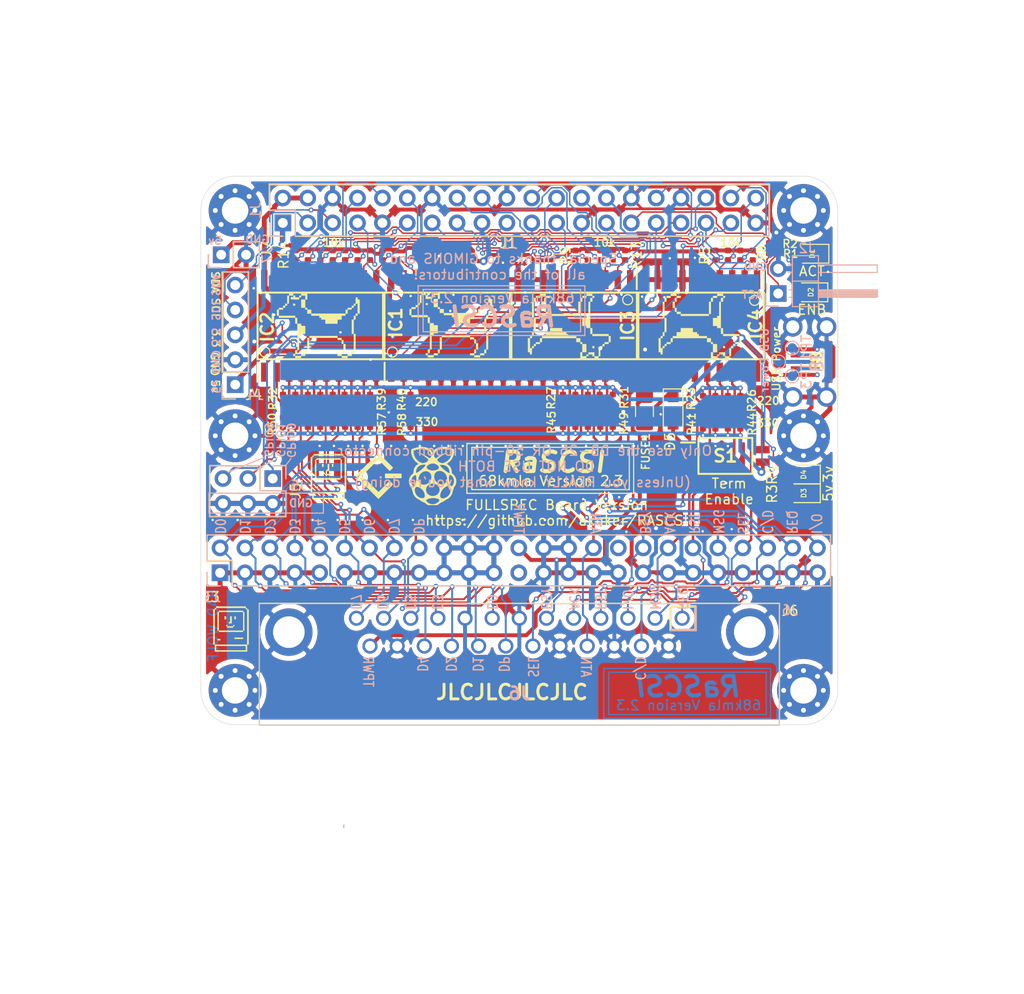
<source format=kicad_pcb>
(kicad_pcb (version 20171130) (host pcbnew "(5.1.4)-1")
  (layers (0 Top signal) (31 Bottom signal) (34 B.Paste user hide) (35 F.Paste user hide) (36 B.SilkS user hide) (37 F.SilkS user) (38 B.Mask user hide) (39 F.Mask user hide) (44 Edge.Cuts user))
  (net 0 "")
  (net 1 GND)
  (net 2 +3V3)
  (net 3 +5V)
  (net 4 C-REQ)
  (net 5 C-MSG)
  (net 6 C-BSY)
  (net 7 C-SEL)
  (net 8 C-RST)
  (net 9 C-ACK)
  (net 10 C-ATN)
  (net 11 C-DP)
  (net 12 C-D0)
  (net 13 C-D1)
  (net 14 C-D2)
  (net 15 C-D3)
  (net 16 C-D4)
  (net 17 C-D5)
  (net 18 C-D6)
  (net 19 C-D7)
  (net 20 C-I_O)
  (net 21 C-C_D)
  (net 22 TERMPOW)
  (net 23 "Net-(J3-Pad34)")
  (net 24 "Net-(J3-Pad25)")
  (net 25 PI-D7)
  (net 26 PI-D6)
  (net 27 PI-D5)
  (net 28 PI-D4)
  (net 29 PI-D3)
  (net 30 PI-D2)
  (net 31 PI-D1)
  (net 32 PI-D0)
  (net 33 PI-DP)
  (net 34 PI-BSY)
  (net 35 PI-MSG)
  (net 36 PI-C_D)
  (net 37 PI-REQ)
  (net 38 PI-I_O)
  (net 39 PI-ATN)
  (net 40 PI-ACK)
  (net 41 PI-RST)
  (net 42 PI-SEL)
  (net 43 "Net-(D2-Pad2)")
  (net 44 "Net-(D3-Pad2)")
  (net 45 "Net-(D4-Pad2)")
  (net 46 DBG_LED)
  (net 47 PI_SCL)
  (net 48 PI_SDA)
  (net 49 PI-ACT)
  (net 50 /TERM_GND)
  (net 51 /TERM_5v)
  (net 52 PI-IND)
  (net 53 PI-TAD)
  (net 54 PI-DTD)
  (net 55 "Net-(D5-Pad1)")
  (net 56 PI_GPIO1)
  (net 57 PI_GPIO0)
  (net 58 PI_GPIO9)
  (net 59 EXT-ACT-LED)
  (net 60 USB_Pin_4)
  (net 61 USB_Pin_3)
  (net 62 USB_Pin_2)
  (module SamacSys_Parts:SOIC127P1030X265-20N (layer Top) (at 212.598 57.785 270)
    (fp_text reference IC3 (at -0.015 -5.462 90) (layer F.SilkS) (effects (font (size 1.27 1.27) (thickness 0.254))))
    (fp_text value SN74LS641-1DW hide)
    (pad 20 smd rect (at 4.725 -5.715) (size 0.65 1.95) (layers Top F.Paste F.Mask) (net 3 +5V))
    (pad 19 smd rect (at 4.725 -4.445) (size 0.65 1.95) (layers Top F.Paste F.Mask) (net 1 GND))
    (pad 18 smd rect (at 4.725 -3.175) (size 0.65 1.95) (layers Top F.Paste F.Mask) (net 20 C-I_O))
    (pad 17 smd rect (at 4.725 -1.905) (size 0.65 1.95) (layers Top F.Paste F.Mask) (net 4 C-REQ))
    (pad 16 smd rect (at 4.725 -0.635) (size 0.65 1.95) (layers Top F.Paste F.Mask) (net 21 C-C_D))
    (pad 15 smd rect (at 4.725 0.635) (size 0.65 1.95) (layers Top F.Paste F.Mask) (net 5 C-MSG))
    (pad 14 smd rect (at 4.725 1.905) (size 0.65 1.95) (layers Top F.Paste F.Mask) (net 6 C-BSY))
    (pad 13 smd rect (at 4.725 3.175) (size 0.65 1.95) (layers Top F.Paste F.Mask) (net 1 GND))
    (pad 12 smd rect (at 4.725 4.445) (size 0.65 1.95) (layers Top F.Paste F.Mask) (net 1 GND))
    (pad 11 smd rect (at 4.725 5.715) (size 0.65 1.95) (layers Top F.Paste F.Mask) (net 1 GND))
    (pad 10 smd rect (at -4.725 5.715) (size 0.65 1.95) (layers Top F.Paste F.Mask) (net 1 GND))
    (pad 9 smd rect (at -4.725 4.445) (size 0.65 1.95) (layers Top F.Paste F.Mask) (net 1 GND))
    (pad 8 smd rect (at -4.725 3.175) (size 0.65 1.95) (layers Top F.Paste F.Mask) (net 1 GND))
    (pad 7 smd rect (at -4.725 1.905) (size 0.65 1.95) (layers Top F.Paste F.Mask) (net 1 GND))
    (pad 6 smd rect (at -4.725 0.635) (size 0.65 1.95) (layers Top F.Paste F.Mask) (net 34 PI-BSY))
    (pad 5 smd rect (at -4.725 -0.635) (size 0.65 1.95) (layers Top F.Paste F.Mask) (net 35 PI-MSG))
    (pad 4 smd rect (at -4.725 -1.905) (size 0.65 1.95) (layers Top F.Paste F.Mask) (net 36 PI-C_D))
    (pad 3 smd rect (at -4.725 -3.175) (size 0.65 1.95) (layers Top F.Paste F.Mask) (net 37 PI-REQ))
    (pad 2 smd rect (at -4.725 -4.445) (size 0.65 1.95) (layers Top F.Paste F.Mask) (net 38 PI-I_O))
    (pad 1 smd rect (at -4.725 -5.715) (size 0.65 1.95) (layers Top F.Paste F.Mask) (net 53 PI-TAD))
  )
  (module TestPoint:TestPoint_Pad_D1.0mm (layer Bottom) (at 234.85 60.05 90)
    (fp_text reference TP1 (at 0 1.448 -90) (layer B.SilkS) (effects (justify mirror)))
    (fp_text value TestPoint)
    (pad 1 smd circle (at 0 0 90) (size 1 1) (layers Bottom B.Mask) (net 60 USB_Pin_4))
  )
  (module TestPoint:TestPoint_Pad_D1.0mm (layer Bottom) (at 233.46 61.46 90)
    (fp_text reference TP2 hide)
    (fp_text value TestPoint hide)
    (pad 1 smd circle (at 0 0 90) (size 1 1) (layers Bottom B.Mask) (net 61 USB_Pin_3))
  )
  (module TestPoint:TestPoint_Pad_D1.0mm (layer Bottom) (at 234.85 62.91 90)
    (fp_text reference TP3 (at 0 1.448 -90) (layer B.SilkS) (effects (justify mirror)))
    (fp_text value TestPoint)
    (pad 1 smd circle (at 0 0 90) (size 1 1) (layers Bottom B.Mask) (net 62 USB_Pin_2))
  )
  (module SamacSys_Parts:U254051N4BH806 (layer Top) (at 237.39 61.46 90)
    (fp_text reference J8 (at 0 0 90) (layer F.SilkS) (effects (font (size 1.27 1.27) (thickness 0.254))))
    (fp_text value USB_B_Micro hide)
    (pad MH6 np_thru_hole circle (at 2 -1.165 90) (size 0.65 0) (drill 0.65) (layers *.Cu *.Mask))
    (pad MH5 np_thru_hole circle (at -2 -1.165 90) (size 0.65 0) (drill 0.65) (layers *.Cu *.Mask))
    (pad MH4 thru_hole circle (at -3.575 -2.485 90) (size 2 2) (drill 1.3285) (layers *.Cu *.Mask) (net 1 GND))
    (pad MH3 thru_hole circle (at 3.575 -2.485 90) (size 2 2) (drill 1.3285) (layers *.Cu *.Mask) (net 1 GND))
    (pad MH2 thru_hole circle (at 3.575 0.965 90) (size 2 2) (drill 1.3285) (layers *.Cu *.Mask) (net 1 GND))
    (pad MH1 thru_hole circle (at -3.575 0.965 90) (size 2 2) (drill 1.3285) (layers *.Cu *.Mask) (net 1 GND))
    (pad 5 smd rect (at 1.3 -1.985 90) (size 0.4 1.4) (layers Top F.Paste F.Mask) (net 1 GND))
    (pad 4 smd rect (at 0.65 -1.985 90) (size 0.4 1.4) (layers Top F.Paste F.Mask) (net 60 USB_Pin_4))
    (pad 3 smd rect (at 0 -1.985 90) (size 0.4 1.4) (layers Top F.Paste F.Mask) (net 61 USB_Pin_3))
    (pad 2 smd rect (at -0.65 -1.985 90) (size 0.4 1.4) (layers Top F.Paste F.Mask) (net 62 USB_Pin_2))
    (pad 1 smd rect (at -1.3 -1.985 90) (size 0.4 1.4) (layers Top F.Paste F.Mask) (net 3 +5V))
  )
  (module SamacSys_Parts:scsi_logo (layer Top) (at 192.49 73.1)
    (fp_text reference X8 hide)
    (fp_text value Pi hide)
  )
  (module SamacSys_Parts:dogcow (layer Top) (at 200.025 57.7215)
    (fp_text reference X6 hide)
    (fp_text value Dogcow hide)
  )
  (module SamacSys_Parts:dogcow (layer Top) (at 225.425 57.785 180)
    (fp_text reference X4 hide)
    (fp_text value Dogcow hide)
  )
  (module SamacSys_Parts:L717SDB25PA4CH4F (layer Bottom) (at 223.6216 87.63 180)
    (fp_text reference J6 (at 16.62 -7.67) (layer B.SilkS) (effects (font (size 1.27 1.27) (thickness 0.254)) (justify mirror)))
    (fp_text value "CONNFLY DB-25" hide)
    (pad MH2 thru_hole circle (at 40.14 -1.42 180) (size 4.845 4.845) (drill 3.23) (layers *.Cu *.Mask) (net 1 GND))
    (pad MH1 thru_hole circle (at -6.9 -1.42 180) (size 4.845 4.845) (drill 3.23) (layers *.Cu *.Mask) (net 1 GND))
    (pad 25 thru_hole circle (at 31.855 -2.84 180) (size 1.545 1.545) (drill 1.03) (layers *.Cu *.Mask) (net 22 TERMPOW))
    (pad 24 thru_hole circle (at 29.085 -2.84 180) (size 1.545 1.545) (drill 1.03) (layers *.Cu *.Mask) (net 1 GND))
    (pad 23 thru_hole circle (at 26.315 -2.84 180) (size 1.545 1.545) (drill 1.03) (layers *.Cu *.Mask) (net 16 C-D4))
    (pad 22 thru_hole circle (at 23.545 -2.84 180) (size 1.545 1.545) (drill 1.03) (layers *.Cu *.Mask) (net 14 C-D2))
    (pad 21 thru_hole circle (at 20.775 -2.84 180) (size 1.545 1.545) (drill 1.03) (layers *.Cu *.Mask) (net 13 C-D1))
    (pad 20 thru_hole circle (at 18.005 -2.84 180) (size 1.545 1.545) (drill 1.03) (layers *.Cu *.Mask) (net 11 C-DP))
    (pad 19 thru_hole circle (at 15.235 -2.84 180) (size 1.545 1.545) (drill 1.03) (layers *.Cu *.Mask) (net 7 C-SEL))
    (pad 18 thru_hole circle (at 12.465 -2.84 180) (size 1.545 1.545) (drill 1.03) (layers *.Cu *.Mask) (net 1 GND))
    (pad 17 thru_hole circle (at 9.695 -2.84 180) (size 1.545 1.545) (drill 1.03) (layers *.Cu *.Mask) (net 10 C-ATN))
    (pad 16 thru_hole circle (at 6.925 -2.84 180) (size 1.545 1.545) (drill 1.03) (layers *.Cu *.Mask) (net 1 GND))
    (pad 15 thru_hole circle (at 4.155 -2.84 180) (size 1.545 1.545) (drill 1.03) (layers *.Cu *.Mask) (net 21 C-C_D))
    (pad 14 thru_hole circle (at 1.385 -2.84 180) (size 1.545 1.545) (drill 1.03) (layers *.Cu *.Mask) (net 1 GND))
    (pad 13 thru_hole circle (at 33.24 0 180) (size 1.545 1.545) (drill 1.03) (layers *.Cu *.Mask) (net 19 C-D7))
    (pad 12 thru_hole circle (at 30.47 0 180) (size 1.545 1.545) (drill 1.03) (layers *.Cu *.Mask) (net 18 C-D6))
    (pad 11 thru_hole circle (at 27.7 0 180) (size 1.545 1.545) (drill 1.03) (layers *.Cu *.Mask) (net 17 C-D5))
    (pad 10 thru_hole circle (at 24.93 0 180) (size 1.545 1.545) (drill 1.03) (layers *.Cu *.Mask) (net 15 C-D3))
    (pad 9 thru_hole circle (at 22.16 0 180) (size 1.545 1.545) (drill 1.03) (layers *.Cu *.Mask) (net 1 GND))
    (pad 8 thru_hole circle (at 19.39 0 180) (size 1.545 1.545) (drill 1.03) (layers *.Cu *.Mask) (net 12 C-D0))
    (pad 7 thru_hole circle (at 16.62 0 180) (size 1.545 1.545) (drill 1.03) (layers *.Cu *.Mask) (net 1 GND))
    (pad 6 thru_hole circle (at 13.85 0 180) (size 1.545 1.545) (drill 1.03) (layers *.Cu *.Mask) (net 6 C-BSY))
    (pad 5 thru_hole circle (at 11.08 0 180) (size 1.545 1.545) (drill 1.03) (layers *.Cu *.Mask) (net 9 C-ACK))
    (pad 4 thru_hole circle (at 8.31 0 180) (size 1.545 1.545) (drill 1.03) (layers *.Cu *.Mask) (net 8 C-RST))
    (pad 3 thru_hole circle (at 5.54 0 180) (size 1.545 1.545) (drill 1.03) (layers *.Cu *.Mask) (net 20 C-I_O))
    (pad 2 thru_hole circle (at 2.77 0 180) (size 1.545 1.545) (drill 1.03) (layers *.Cu *.Mask) (net 5 C-MSG))
    (pad 1 thru_hole circle (at 0 0 180) (size 1.545 1.545) (drill 1.03) (layers *.Cu *.Mask) (net 4 C-REQ))
  )
  (module SamacSys_Parts:SOIC127P1030X265-20N (layer Top) (at 225.552 57.785 270)
    (fp_text reference IC4 (at -0.185 -5.548 90) (layer F.SilkS) (effects (font (size 1.27 1.27) (thickness 0.254))))
    (fp_text value SN74LS641-1DW hide)
    (pad 20 smd rect (at 4.725 -5.715) (size 0.65 1.95) (layers Top F.Paste F.Mask) (net 3 +5V))
    (pad 19 smd rect (at 4.725 -4.445) (size 0.65 1.95) (layers Top F.Paste F.Mask) (net 1 GND))
    (pad 18 smd rect (at 4.725 -3.175) (size 0.65 1.95) (layers Top F.Paste F.Mask) (net 7 C-SEL))
    (pad 17 smd rect (at 4.725 -1.905) (size 0.65 1.95) (layers Top F.Paste F.Mask) (net 8 C-RST))
    (pad 16 smd rect (at 4.725 -0.635) (size 0.65 1.95) (layers Top F.Paste F.Mask) (net 9 C-ACK))
    (pad 15 smd rect (at 4.725 0.635) (size 0.65 1.95) (layers Top F.Paste F.Mask) (net 10 C-ATN))
    (pad 14 smd rect (at 4.725 1.905) (size 0.65 1.95) (layers Top F.Paste F.Mask) (net 1 GND))
    (pad 13 smd rect (at 4.725 3.175) (size 0.65 1.95) (layers Top F.Paste F.Mask) (net 1 GND))
    (pad 12 smd rect (at 4.725 4.445) (size 0.65 1.95) (layers Top F.Paste F.Mask) (net 1 GND))
    (pad 11 smd rect (at 4.725 5.715) (size 0.65 1.95) (layers Top F.Paste F.Mask) (net 1 GND))
    (pad 10 smd rect (at -4.725 5.715) (size 0.65 1.95) (layers Top F.Paste F.Mask) (net 1 GND))
    (pad 9 smd rect (at -4.725 4.445) (size 0.65 1.95) (layers Top F.Paste F.Mask) (net 1 GND))
    (pad 8 smd rect (at -4.725 3.175) (size 0.65 1.95) (layers Top F.Paste F.Mask) (net 1 GND))
    (pad 7 smd rect (at -4.725 1.905) (size 0.65 1.95) (layers Top F.Paste F.Mask) (net 1 GND))
    (pad 6 smd rect (at -4.725 0.635) (size 0.65 1.95) (layers Top F.Paste F.Mask) (net 1 GND))
    (pad 5 smd rect (at -4.725 -0.635) (size 0.65 1.95) (layers Top F.Paste F.Mask) (net 39 PI-ATN))
    (pad 4 smd rect (at -4.725 -1.905) (size 0.65 1.95) (layers Top F.Paste F.Mask) (net 40 PI-ACK))
    (pad 3 smd rect (at -4.725 -3.175) (size 0.65 1.95) (layers Top F.Paste F.Mask) (net 41 PI-RST))
    (pad 2 smd rect (at -4.725 -4.445) (size 0.65 1.95) (layers Top F.Paste F.Mask) (net 42 PI-SEL))
    (pad 1 smd rect (at -4.725 -5.715) (size 0.65 1.95) (layers Top F.Paste F.Mask) (net 52 PI-IND))
  )
  (module SamacSys_Parts:SOIC127P1030X265-20N (layer Top) (at 186.69 57.785 90)
    (fp_text reference IC2 (at -0.115 -5.41 90) (layer F.SilkS) (effects (font (size 1.27 1.27) (thickness 0.254))))
    (fp_text value SN74LS641-1DW hide)
    (pad 20 smd rect (at 4.725 -5.715 180) (size 0.65 1.95) (layers Top F.Paste F.Mask) (net 3 +5V))
    (pad 19 smd rect (at 4.725 -4.445 180) (size 0.65 1.95) (layers Top F.Paste F.Mask) (net 1 GND))
    (pad 18 smd rect (at 4.725 -3.175 180) (size 0.65 1.95) (layers Top F.Paste F.Mask) (net 25 PI-D7))
    (pad 17 smd rect (at 4.725 -1.905 180) (size 0.65 1.95) (layers Top F.Paste F.Mask) (net 26 PI-D6))
    (pad 16 smd rect (at 4.725 -0.635 180) (size 0.65 1.95) (layers Top F.Paste F.Mask) (net 27 PI-D5))
    (pad 15 smd rect (at 4.725 0.635 180) (size 0.65 1.95) (layers Top F.Paste F.Mask) (net 28 PI-D4))
    (pad 14 smd rect (at 4.725 1.905 180) (size 0.65 1.95) (layers Top F.Paste F.Mask) (net 29 PI-D3))
    (pad 13 smd rect (at 4.725 3.175 180) (size 0.65 1.95) (layers Top F.Paste F.Mask) (net 30 PI-D2))
    (pad 12 smd rect (at 4.725 4.445 180) (size 0.65 1.95) (layers Top F.Paste F.Mask) (net 31 PI-D1))
    (pad 11 smd rect (at 4.725 5.715 180) (size 0.65 1.95) (layers Top F.Paste F.Mask) (net 32 PI-D0))
    (pad 10 smd rect (at -4.725 5.715 180) (size 0.65 1.95) (layers Top F.Paste F.Mask) (net 1 GND))
    (pad 9 smd rect (at -4.725 4.445 180) (size 0.65 1.95) (layers Top F.Paste F.Mask) (net 12 C-D0))
    (pad 8 smd rect (at -4.725 3.175 180) (size 0.65 1.95) (layers Top F.Paste F.Mask) (net 13 C-D1))
    (pad 7 smd rect (at -4.725 1.905 180) (size 0.65 1.95) (layers Top F.Paste F.Mask) (net 14 C-D2))
    (pad 6 smd rect (at -4.725 0.635 180) (size 0.65 1.95) (layers Top F.Paste F.Mask) (net 15 C-D3))
    (pad 5 smd rect (at -4.725 -0.635 180) (size 0.65 1.95) (layers Top F.Paste F.Mask) (net 16 C-D4))
    (pad 4 smd rect (at -4.725 -1.905 180) (size 0.65 1.95) (layers Top F.Paste F.Mask) (net 17 C-D5))
    (pad 3 smd rect (at -4.725 -3.175 180) (size 0.65 1.95) (layers Top F.Paste F.Mask) (net 18 C-D6))
    (pad 2 smd rect (at -4.725 -4.445 180) (size 0.65 1.95) (layers Top F.Paste F.Mask) (net 19 C-D7))
    (pad 1 smd rect (at -4.725 -5.715 180) (size 0.65 1.95) (layers Top F.Paste F.Mask) (net 54 PI-DTD))
  )
  (module SamacSys_Parts:SOIC127P1030X265-20N (layer Top) (at 199.644 57.785 90)
    (fp_text reference IC1 (at 0.335 -5.254 90) (layer F.SilkS) (effects (font (size 1.27 1.27) (thickness 0.254))))
    (fp_text value SN74LS641-1DW hide)
    (pad 20 smd rect (at 4.725 -5.715 180) (size 0.65 1.95) (layers Top F.Paste F.Mask) (net 3 +5V))
    (pad 19 smd rect (at 4.725 -4.445 180) (size 0.65 1.95) (layers Top F.Paste F.Mask) (net 1 GND))
    (pad 18 smd rect (at 4.725 -3.175 180) (size 0.65 1.95) (layers Top F.Paste F.Mask) (net 33 PI-DP))
    (pad 17 smd rect (at 4.725 -1.905 180) (size 0.65 1.95) (layers Top F.Paste F.Mask) (net 1 GND))
    (pad 16 smd rect (at 4.725 -0.635 180) (size 0.65 1.95) (layers Top F.Paste F.Mask) (net 1 GND))
    (pad 15 smd rect (at 4.725 0.635 180) (size 0.65 1.95) (layers Top F.Paste F.Mask) (net 1 GND))
    (pad 14 smd rect (at 4.725 1.905 180) (size 0.65 1.95) (layers Top F.Paste F.Mask) (net 1 GND))
    (pad 13 smd rect (at 4.725 3.175 180) (size 0.65 1.95) (layers Top F.Paste F.Mask) (net 1 GND))
    (pad 12 smd rect (at 4.725 4.445 180) (size 0.65 1.95) (layers Top F.Paste F.Mask) (net 1 GND))
    (pad 11 smd rect (at 4.725 5.715 180) (size 0.65 1.95) (layers Top F.Paste F.Mask) (net 1 GND))
    (pad 10 smd rect (at -4.725 5.715 180) (size 0.65 1.95) (layers Top F.Paste F.Mask) (net 1 GND))
    (pad 9 smd rect (at -4.725 4.445 180) (size 0.65 1.95) (layers Top F.Paste F.Mask) (net 1 GND))
    (pad 8 smd rect (at -4.725 3.175 180) (size 0.65 1.95) (layers Top F.Paste F.Mask) (net 1 GND))
    (pad 7 smd rect (at -4.725 1.905 180) (size 0.65 1.95) (layers Top F.Paste F.Mask) (net 1 GND))
    (pad 6 smd rect (at -4.725 0.635 180) (size 0.65 1.95) (layers Top F.Paste F.Mask) (net 1 GND))
    (pad 5 smd rect (at -4.725 -0.635 180) (size 0.65 1.95) (layers Top F.Paste F.Mask) (net 1 GND))
    (pad 4 smd rect (at -4.725 -1.905 180) (size 0.65 1.95) (layers Top F.Paste F.Mask) (net 1 GND))
    (pad 3 smd rect (at -4.725 -3.175 180) (size 0.65 1.95) (layers Top F.Paste F.Mask) (net 1 GND))
    (pad 2 smd rect (at -4.725 -4.445 180) (size 0.65 1.95) (layers Top F.Paste F.Mask) (net 11 C-DP))
    (pad 1 smd rect (at -4.725 -5.715 180) (size 0.65 1.95) (layers Top F.Paste F.Mask) (net 54 PI-DTD))
  )
  (module Diode_SMD:D_SOD-123F (layer Top) (at 222.6945 66.42 270)
    (fp_text reference D5 (at 3.176 0.3175 270) (layer F.SilkS))
    (fp_text value SM4007PL)
    (pad 2 smd rect (at 1.4 0 270) (size 1.1 1.1) (layers Top F.Paste F.Mask) (net 3 +5V))
    (pad 1 smd rect (at -1.4 0 270) (size 1.1 1.1) (layers Top F.Paste F.Mask) (net 55 "Net-(D5-Pad1)"))
  )
  (module SamacSys_Parts:mac_happy_small (layer Top) (at 177.6095 88.7095)
    (fp_text reference X1 hide)
    (fp_text value Mac hide)
  )
  (module Connector_PinHeader_2.54mm:PinHeader_1x02_P2.54mm_Horizontal (layer Bottom) (at 233.426 54.483)
    (fp_text reference J2 (at 2.921 -4.6355) (layer B.SilkS) (effects (justify mirror)))
    (fp_text value Conn_01x02_Male)
    (pad 2 thru_hole oval (at 0 -2.54) (size 1.7 1.7) (drill 1) (layers *.Cu *.Mask) (net 1 GND))
    (pad 1 thru_hole rect (at 0 0) (size 1.7 1.7) (drill 1) (layers *.Cu *.Mask) (net 59 EXT-ACT-LED))
  )
  (module Connector_PinHeader_2.54mm:PinHeader_1x02_P2.54mm_Vertical (layer Top) (at 176.58 50.52 90)
    (fp_text reference J7 (at 0.5455 4.649 90) (layer F.SilkS))
    (fp_text value Conn_01x02_Male)
    (pad 2 thru_hole oval (at 0 2.54 90) (size 1.7 1.7) (drill 1) (layers *.Cu *.Mask) (net 1 GND))
    (pad 1 thru_hole rect (at 0 0 90) (size 1.7 1.7) (drill 1) (layers *.Cu *.Mask) (net 3 +5V))
  )
  (module Connector_PinHeader_2.54mm:PinHeader_2x03_P2.54mm_Vertical (layer Top) (at 181.84 73.37 270)
    (fp_text reference J5 (at 1.27 -2.33 90) (layer F.SilkS))
    (fp_text value Conn_02x03_Odd_Even)
    (pad 6 thru_hole oval (at 2.54 5.08 270) (size 1.7 1.7) (drill 1) (layers *.Cu *.Mask) (net 1 GND))
    (pad 5 thru_hole oval (at 0 5.08 270) (size 1.7 1.7) (drill 1) (layers *.Cu *.Mask) (net 58 PI_GPIO9))
    (pad 4 thru_hole oval (at 2.54 2.54 270) (size 1.7 1.7) (drill 1) (layers *.Cu *.Mask) (net 1 GND))
    (pad 3 thru_hole oval (at 0 2.54 270) (size 1.7 1.7) (drill 1) (layers *.Cu *.Mask) (net 56 PI_GPIO1))
    (pad 2 thru_hole oval (at 2.54 0 270) (size 1.7 1.7) (drill 1) (layers *.Cu *.Mask) (net 1 GND))
    (pad 1 thru_hole rect (at 0 0 270) (size 1.7 1.7) (drill 1) (layers *.Cu *.Mask) (net 57 PI_GPIO0))
  )
  (module Resistor_SMD:R_0402_1005Metric (layer Top) (at 233.807 72.898 270)
    (fp_text reference R4 (at 0.127 1.016 90) (layer F.SilkS))
    (fp_text value 2k)
    (pad 2 smd roundrect (at 0.485 0 270) (size 0.59 0.64) (layers Top F.Paste F.Mask) (net 45 "Net-(D4-Pad2)"))
    (pad 1 smd roundrect (at -0.485 0 270) (size 0.59 0.64) (layers Top F.Paste F.Mask) (net 2 +3V3))
  )
  (module Resistor_SMD:R_0402_1005Metric (layer Top) (at 232.9585 49.3395)
    (fp_text reference R2 (at 1.674 0.0635 180) (layer F.SilkS) (effects (font (size 0.8 0.8))))
    (fp_text value 2k)
    (pad 2 smd roundrect (at 0.485 0) (size 0.59 0.64) (layers Top F.Paste F.Mask) (net 43 "Net-(D2-Pad2)"))
    (pad 1 smd roundrect (at -0.485 0) (size 0.59 0.64) (layers Top F.Paste F.Mask) (net 46 DBG_LED))
  )
  (module Resistor_SMD:R_0402_1005Metric (layer Top) (at 232.9585 50.3555)
    (fp_text reference R1 (at 1.7375 0.0635 180) (layer F.SilkS) (effects (font (size 0.8 0.8))))
    (fp_text value 2k)
    (pad 2 smd roundrect (at 0.485 0) (size 0.59 0.64) (layers Top F.Paste F.Mask) (net 59 EXT-ACT-LED))
    (pad 1 smd roundrect (at -0.485 0) (size 0.59 0.64) (layers Top F.Paste F.Mask) (net 49 PI-ACT))
  )
  (module Connector_PinHeader_2.54mm:PinHeader_2x25_P2.54mm_Vertical (layer Top) (at 176.4665 82.9945 90)
    (fp_text reference J3 (at -2.4765 -0.889 180) (layer F.SilkS))
    (fp_text value Conn_02x25_Odd_Even)
    (pad 50 thru_hole oval (at 2.54 60.96 90) (size 1.7 1.7) (drill 1) (layers *.Cu *.Mask) (net 20 C-I_O))
    (pad 49 thru_hole oval (at 0 60.96 90) (size 1.7 1.7) (drill 1) (layers *.Cu *.Mask) (net 1 GND))
    (pad 48 thru_hole oval (at 2.54 58.42 90) (size 1.7 1.7) (drill 1) (layers *.Cu *.Mask) (net 4 C-REQ))
    (pad 47 thru_hole oval (at 0 58.42 90) (size 1.7 1.7) (drill 1) (layers *.Cu *.Mask) (net 1 GND))
    (pad 46 thru_hole oval (at 2.54 55.88 90) (size 1.7 1.7) (drill 1) (layers *.Cu *.Mask) (net 21 C-C_D))
    (pad 45 thru_hole oval (at 0 55.88 90) (size 1.7 1.7) (drill 1) (layers *.Cu *.Mask) (net 1 GND))
    (pad 44 thru_hole oval (at 2.54 53.34 90) (size 1.7 1.7) (drill 1) (layers *.Cu *.Mask) (net 7 C-SEL))
    (pad 43 thru_hole oval (at 0 53.34 90) (size 1.7 1.7) (drill 1) (layers *.Cu *.Mask) (net 1 GND))
    (pad 42 thru_hole oval (at 2.54 50.8 90) (size 1.7 1.7) (drill 1) (layers *.Cu *.Mask) (net 5 C-MSG))
    (pad 41 thru_hole oval (at 0 50.8 90) (size 1.7 1.7) (drill 1) (layers *.Cu *.Mask) (net 1 GND))
    (pad 40 thru_hole oval (at 2.54 48.26 90) (size 1.7 1.7) (drill 1) (layers *.Cu *.Mask) (net 8 C-RST))
    (pad 39 thru_hole oval (at 0 48.26 90) (size 1.7 1.7) (drill 1) (layers *.Cu *.Mask) (net 1 GND))
    (pad 38 thru_hole oval (at 2.54 45.72 90) (size 1.7 1.7) (drill 1) (layers *.Cu *.Mask) (net 9 C-ACK))
    (pad 37 thru_hole oval (at 0 45.72 90) (size 1.7 1.7) (drill 1) (layers *.Cu *.Mask) (net 1 GND))
    (pad 36 thru_hole oval (at 2.54 43.18 90) (size 1.7 1.7) (drill 1) (layers *.Cu *.Mask) (net 6 C-BSY))
    (pad 35 thru_hole oval (at 0 43.18 90) (size 1.7 1.7) (drill 1) (layers *.Cu *.Mask) (net 1 GND))
    (pad 34 thru_hole oval (at 2.54 40.64 90) (size 1.7 1.7) (drill 1) (layers *.Cu *.Mask) (net 23 "Net-(J3-Pad34)"))
    (pad 33 thru_hole oval (at 0 40.64 90) (size 1.7 1.7) (drill 1) (layers *.Cu *.Mask) (net 1 GND))
    (pad 32 thru_hole oval (at 2.54 38.1 90) (size 1.7 1.7) (drill 1) (layers *.Cu *.Mask) (net 10 C-ATN))
    (pad 31 thru_hole oval (at 0 38.1 90) (size 1.7 1.7) (drill 1) (layers *.Cu *.Mask) (net 1 GND))
    (pad 30 thru_hole oval (at 2.54 35.56 90) (size 1.7 1.7) (drill 1) (layers *.Cu *.Mask) (net 1 GND))
    (pad 29 thru_hole oval (at 0 35.56 90) (size 1.7 1.7) (drill 1) (layers *.Cu *.Mask) (net 1 GND))
    (pad 28 thru_hole oval (at 2.54 33.02 90) (size 1.7 1.7) (drill 1) (layers *.Cu *.Mask) (net 1 GND))
    (pad 27 thru_hole oval (at 0 33.02 90) (size 1.7 1.7) (drill 1) (layers *.Cu *.Mask) (net 1 GND))
    (pad 26 thru_hole oval (at 2.54 30.48 90) (size 1.7 1.7) (drill 1) (layers *.Cu *.Mask) (net 22 TERMPOW))
    (pad 25 thru_hole oval (at 0 30.48 90) (size 1.7 1.7) (drill 1) (layers *.Cu *.Mask) (net 24 "Net-(J3-Pad25)"))
    (pad 24 thru_hole oval (at 2.54 27.94 90) (size 1.7 1.7) (drill 1) (layers *.Cu *.Mask) (net 1 GND))
    (pad 23 thru_hole oval (at 0 27.94 90) (size 1.7 1.7) (drill 1) (layers *.Cu *.Mask) (net 1 GND))
    (pad 22 thru_hole oval (at 2.54 25.4 90) (size 1.7 1.7) (drill 1) (layers *.Cu *.Mask) (net 1 GND))
    (pad 21 thru_hole oval (at 0 25.4 90) (size 1.7 1.7) (drill 1) (layers *.Cu *.Mask) (net 1 GND))
    (pad 20 thru_hole oval (at 2.54 22.86 90) (size 1.7 1.7) (drill 1) (layers *.Cu *.Mask) (net 1 GND))
    (pad 19 thru_hole oval (at 0 22.86 90) (size 1.7 1.7) (drill 1) (layers *.Cu *.Mask) (net 1 GND))
    (pad 18 thru_hole oval (at 2.54 20.32 90) (size 1.7 1.7) (drill 1) (layers *.Cu *.Mask) (net 11 C-DP))
    (pad 17 thru_hole oval (at 0 20.32 90) (size 1.7 1.7) (drill 1) (layers *.Cu *.Mask) (net 1 GND))
    (pad 16 thru_hole oval (at 2.54 17.78 90) (size 1.7 1.7) (drill 1) (layers *.Cu *.Mask) (net 19 C-D7))
    (pad 15 thru_hole oval (at 0 17.78 90) (size 1.7 1.7) (drill 1) (layers *.Cu *.Mask) (net 1 GND))
    (pad 14 thru_hole oval (at 2.54 15.24 90) (size 1.7 1.7) (drill 1) (layers *.Cu *.Mask) (net 18 C-D6))
    (pad 13 thru_hole oval (at 0 15.24 90) (size 1.7 1.7) (drill 1) (layers *.Cu *.Mask) (net 1 GND))
    (pad 12 thru_hole oval (at 2.54 12.7 90) (size 1.7 1.7) (drill 1) (layers *.Cu *.Mask) (net 17 C-D5))
    (pad 11 thru_hole oval (at 0 12.7 90) (size 1.7 1.7) (drill 1) (layers *.Cu *.Mask) (net 1 GND))
    (pad 10 thru_hole oval (at 2.54 10.16 90) (size 1.7 1.7) (drill 1) (layers *.Cu *.Mask) (net 16 C-D4))
    (pad 9 thru_hole oval (at 0 10.16 90) (size 1.7 1.7) (drill 1) (layers *.Cu *.Mask) (net 1 GND))
    (pad 8 thru_hole oval (at 2.54 7.62 90) (size 1.7 1.7) (drill 1) (layers *.Cu *.Mask) (net 15 C-D3))
    (pad 7 thru_hole oval (at 0 7.62 90) (size 1.7 1.7) (drill 1) (layers *.Cu *.Mask) (net 1 GND))
    (pad 6 thru_hole oval (at 2.54 5.08 90) (size 1.7 1.7) (drill 1) (layers *.Cu *.Mask) (net 14 C-D2))
    (pad 5 thru_hole oval (at 0 5.08 90) (size 1.7 1.7) (drill 1) (layers *.Cu *.Mask) (net 1 GND))
    (pad 4 thru_hole oval (at 2.54 2.54 90) (size 1.7 1.7) (drill 1) (layers *.Cu *.Mask) (net 13 C-D1))
    (pad 3 thru_hole oval (at 0 2.54 90) (size 1.7 1.7) (drill 1) (layers *.Cu *.Mask) (net 1 GND))
    (pad 2 thru_hole oval (at 2.54 0 90) (size 1.7 1.7) (drill 1) (layers *.Cu *.Mask) (net 12 C-D0))
    (pad 1 thru_hole rect (at 0 0 90) (size 1.7 1.7) (drill 1) (layers *.Cu *.Mask) (net 1 GND))
  )
  (module SamacSys_Parts:mac_happy_small (layer Top) (at 187.56 73.15)
    (fp_text reference X3 hide)
    (fp_text value Mac hide)
  )
  (module SamacSys_Parts:pi_logo (layer Top) (at 198.16 73.152)
    (fp_text reference X7 hide)
    (fp_text value Pi hide)
  )
  (module SamacSys_Parts:dogcow (layer Top) (at 212.09 57.785 180)
    (fp_text reference X5 hide)
    (fp_text value Dogcow hide)
  )
  (module SamacSys_Parts:dogcow (layer Top) (at 186.4995 57.785)
    (fp_text reference X2 hide)
    (fp_text value Dogcow hide)
  )
  (module Resistor_SMD:R_0402_1005Metric (layer Top) (at 195.8975 67.6275 90)
    (fp_text reference R58 (at -0.2325 -0.8775 90) (layer F.SilkS) (effects (font (size 0.8 0.8))))
    (fp_text value 330)
    (pad 2 smd roundrect (at 0.485 0 90) (size 0.59 0.64) (layers Top F.Paste F.Mask) (net 11 C-DP))
    (pad 1 smd roundrect (at -0.485 0 90) (size 0.59 0.64) (layers Top F.Paste F.Mask) (net 50 /TERM_GND))
  )
  (module Resistor_SMD:R_0402_1005Metric (layer Top) (at 191.77 67.6275 90)
    (fp_text reference R57 (at -0.1905 1.2065 90) (layer F.SilkS) (effects (font (size 0.8 0.8))))
    (fp_text value 330)
    (pad 2 smd roundrect (at 0.485 0 90) (size 0.59 0.64) (layers Top F.Paste F.Mask) (net 12 C-D0))
    (pad 1 smd roundrect (at -0.485 0 90) (size 0.59 0.64) (layers Top F.Paste F.Mask) (net 50 /TERM_GND))
  )
  (module Resistor_SMD:R_0402_1005Metric (layer Top) (at 190.5 67.6275 90)
    (fp_text reference R56)
    (fp_text value 330)
    (pad 2 smd roundrect (at 0.485 0 90) (size 0.59 0.64) (layers Top F.Paste F.Mask) (net 13 C-D1))
    (pad 1 smd roundrect (at -0.485 0 90) (size 0.59 0.64) (layers Top F.Paste F.Mask) (net 50 /TERM_GND))
  )
  (module Resistor_SMD:R_0402_1005Metric (layer Top) (at 189.23 67.6275 90)
    (fp_text reference R55)
    (fp_text value 330)
    (pad 2 smd roundrect (at 0.485 0 90) (size 0.59 0.64) (layers Top F.Paste F.Mask) (net 14 C-D2))
    (pad 1 smd roundrect (at -0.485 0 90) (size 0.59 0.64) (layers Top F.Paste F.Mask) (net 50 /TERM_GND))
  )
  (module Resistor_SMD:R_0402_1005Metric (layer Top) (at 187.96 67.6275 90)
    (fp_text reference R54)
    (fp_text value 330)
    (pad 2 smd roundrect (at 0.485 0 90) (size 0.59 0.64) (layers Top F.Paste F.Mask) (net 15 C-D3))
    (pad 1 smd roundrect (at -0.485 0 90) (size 0.59 0.64) (layers Top F.Paste F.Mask) (net 50 /TERM_GND))
  )
  (module Resistor_SMD:R_0402_1005Metric (layer Top) (at 186.69 67.6275 90)
    (fp_text reference R53)
    (fp_text value 330)
    (pad 2 smd roundrect (at 0.485 0 90) (size 0.59 0.64) (layers Top F.Paste F.Mask) (net 16 C-D4))
    (pad 1 smd roundrect (at -0.485 0 90) (size 0.59 0.64) (layers Top F.Paste F.Mask) (net 50 /TERM_GND))
  )
  (module Resistor_SMD:R_0402_1005Metric (layer Top) (at 185.42 67.6275 90)
    (fp_text reference R52)
    (fp_text value 330)
    (pad 2 smd roundrect (at 0.485 0 90) (size 0.59 0.64) (layers Top F.Paste F.Mask) (net 17 C-D5))
    (pad 1 smd roundrect (at -0.485 0 90) (size 0.59 0.64) (layers Top F.Paste F.Mask) (net 50 /TERM_GND))
  )
  (module Resistor_SMD:R_0402_1005Metric (layer Top) (at 184.15 67.6275 90)
    (fp_text reference R51)
    (fp_text value 330)
    (pad 2 smd roundrect (at 0.485 0 90) (size 0.59 0.64) (layers Top F.Paste F.Mask) (net 18 C-D6))
    (pad 1 smd roundrect (at -0.485 0 90) (size 0.59 0.64) (layers Top F.Paste F.Mask) (net 50 /TERM_GND))
  )
  (module Resistor_SMD:R_0402_1005Metric (layer Top) (at 182.88 67.6275 90)
    (fp_text reference R50 (at -0.1905 -1.0795 90) (layer F.SilkS) (effects (font (size 0.8 0.8))))
    (fp_text value 330)
    (pad 2 smd roundrect (at 0.485 0 90) (size 0.59 0.64) (layers Top F.Paste F.Mask) (net 19 C-D7))
    (pad 1 smd roundrect (at -0.485 0 90) (size 0.59 0.64) (layers Top F.Paste F.Mask) (net 50 /TERM_GND))
  )
  (module Resistor_SMD:R_0402_1005Metric (layer Top) (at 216.535 67.6275 90)
    (fp_text reference R49 (at -0.127 1.143 90) (layer F.SilkS) (effects (font (size 0.8 0.8))))
    (fp_text value 330)
    (pad 2 smd roundrect (at 0.485 0 90) (size 0.59 0.64) (layers Top F.Paste F.Mask) (net 20 C-I_O))
    (pad 1 smd roundrect (at -0.485 0 90) (size 0.59 0.64) (layers Top F.Paste F.Mask) (net 50 /TERM_GND))
  )
  (module Resistor_SMD:R_0402_1005Metric (layer Top) (at 215.265 67.6275 90)
    (fp_text reference R48)
    (fp_text value 330)
    (pad 2 smd roundrect (at 0.485 0 90) (size 0.59 0.64) (layers Top F.Paste F.Mask) (net 4 C-REQ))
    (pad 1 smd roundrect (at -0.485 0 90) (size 0.59 0.64) (layers Top F.Paste F.Mask) (net 50 /TERM_GND))
  )
  (module Resistor_SMD:R_0402_1005Metric (layer Top) (at 213.995 67.6275 90)
    (fp_text reference R47)
    (fp_text value 330)
    (pad 2 smd roundrect (at 0.485 0 90) (size 0.59 0.64) (layers Top F.Paste F.Mask) (net 21 C-C_D))
    (pad 1 smd roundrect (at -0.485 0 90) (size 0.59 0.64) (layers Top F.Paste F.Mask) (net 50 /TERM_GND))
  )
  (module Resistor_SMD:R_0402_1005Metric (layer Top) (at 212.725 67.6275 90)
    (fp_text reference R46)
    (fp_text value 330)
    (pad 2 smd roundrect (at 0.485 0 90) (size 0.59 0.64) (layers Top F.Paste F.Mask) (net 5 C-MSG))
    (pad 1 smd roundrect (at -0.485 0 90) (size 0.59 0.64) (layers Top F.Paste F.Mask) (net 50 /TERM_GND))
  )
  (module Resistor_SMD:R_0402_1005Metric (layer Top) (at 211.455 67.6275 90)
    (fp_text reference R45 (at 0 -1.17 90) (layer F.SilkS) (effects (font (size 0.8 0.8))))
    (fp_text value 330)
    (pad 2 smd roundrect (at 0.485 0 90) (size 0.59 0.64) (layers Top F.Paste F.Mask) (net 6 C-BSY))
    (pad 1 smd roundrect (at -0.485 0 90) (size 0.59 0.64) (layers Top F.Paste F.Mask) (net 50 /TERM_GND))
  )
  (module Resistor_SMD:R_0402_1005Metric (layer Top) (at 229.5525 67.802501 90)
    (fp_text reference R44 (at -0.015499 1.2065 90) (layer F.SilkS) (effects (font (size 0.8 0.8))))
    (fp_text value 330)
    (pad 2 smd roundrect (at 0.485 0 90) (size 0.59 0.64) (layers Top F.Paste F.Mask) (net 7 C-SEL))
    (pad 1 smd roundrect (at -0.485 0 90) (size 0.59 0.64) (layers Top F.Paste F.Mask) (net 50 /TERM_GND))
  )
  (module Resistor_SMD:R_0402_1005Metric (layer Top) (at 228.2825 67.802501 90)
    (fp_text reference R43)
    (fp_text value 330)
    (pad 2 smd roundrect (at 0.485 0 90) (size 0.59 0.64) (layers Top F.Paste F.Mask) (net 8 C-RST))
    (pad 1 smd roundrect (at -0.485 0 90) (size 0.59 0.64) (layers Top F.Paste F.Mask) (net 50 /TERM_GND))
  )
  (module Resistor_SMD:R_0402_1005Metric (layer Top) (at 227.0125 67.802501 90)
    (fp_text reference R42)
    (fp_text value 330)
    (pad 2 smd roundrect (at 0.485 0 90) (size 0.59 0.64) (layers Top F.Paste F.Mask) (net 9 C-ACK))
    (pad 1 smd roundrect (at -0.485 0 90) (size 0.59 0.64) (layers Top F.Paste F.Mask) (net 50 /TERM_GND))
  )
  (module Resistor_SMD:R_0402_1005Metric (layer Top) (at 225.7425 67.802501 90)
    (fp_text reference R41 (at 0 -1.17 90) (layer F.SilkS) (effects (font (size 0.8 0.8))))
    (fp_text value 330)
    (pad 2 smd roundrect (at 0.485 0 90) (size 0.59 0.64) (layers Top F.Paste F.Mask) (net 10 C-ATN))
    (pad 1 smd roundrect (at -0.485 0 90) (size 0.59 0.64) (layers Top F.Paste F.Mask) (net 50 /TERM_GND))
  )
  (module Resistor_SMD:R_0402_1005Metric (layer Top) (at 195.8975 65.278 270)
    (fp_text reference R40 (at 0.012 0.9075 90) (layer F.SilkS) (effects (font (size 0.8 0.8))))
    (fp_text value 220)
    (pad 2 smd roundrect (at 0.485 0 270) (size 0.59 0.64) (layers Top F.Paste F.Mask) (net 11 C-DP))
    (pad 1 smd roundrect (at -0.485 0 270) (size 0.59 0.64) (layers Top F.Paste F.Mask) (net 51 /TERM_5v))
  )
  (module Resistor_SMD:R_0402_1005Metric (layer Top) (at 191.77 65.278 270)
    (fp_text reference R39 (at 0 -1.17 90) (layer F.SilkS) (effects (font (size 0.8 0.8))))
    (fp_text value 220)
    (pad 2 smd roundrect (at 0.485 0 270) (size 0.59 0.64) (layers Top F.Paste F.Mask) (net 12 C-D0))
    (pad 1 smd roundrect (at -0.485 0 270) (size 0.59 0.64) (layers Top F.Paste F.Mask) (net 51 /TERM_5v))
  )
  (module Resistor_SMD:R_0402_1005Metric (layer Top) (at 190.5 65.278 270)
    (fp_text reference R38)
    (fp_text value 220)
    (pad 2 smd roundrect (at 0.485 0 270) (size 0.59 0.64) (layers Top F.Paste F.Mask) (net 13 C-D1))
    (pad 1 smd roundrect (at -0.485 0 270) (size 0.59 0.64) (layers Top F.Paste F.Mask) (net 51 /TERM_5v))
  )
  (module Resistor_SMD:R_0402_1005Metric (layer Top) (at 189.1665 65.278 270)
    (fp_text reference R37)
    (fp_text value 220)
    (pad 2 smd roundrect (at 0.485 0 270) (size 0.59 0.64) (layers Top F.Paste F.Mask) (net 14 C-D2))
    (pad 1 smd roundrect (at -0.485 0 270) (size 0.59 0.64) (layers Top F.Paste F.Mask) (net 51 /TERM_5v))
  )
  (module Resistor_SMD:R_0402_1005Metric (layer Top) (at 187.96 65.278 270)
    (fp_text reference R36)
    (fp_text value 220)
    (pad 2 smd roundrect (at 0.485 0 270) (size 0.59 0.64) (layers Top F.Paste F.Mask) (net 15 C-D3))
    (pad 1 smd roundrect (at -0.485 0 270) (size 0.59 0.64) (layers Top F.Paste F.Mask) (net 51 /TERM_5v))
  )
  (module Resistor_SMD:R_0402_1005Metric (layer Top) (at 186.69 65.278 270)
    (fp_text reference R35)
    (fp_text value 220)
    (pad 2 smd roundrect (at 0.485 0 270) (size 0.59 0.64) (layers Top F.Paste F.Mask) (net 16 C-D4))
    (pad 1 smd roundrect (at -0.485 0 270) (size 0.59 0.64) (layers Top F.Paste F.Mask) (net 51 /TERM_5v))
  )
  (module Resistor_SMD:R_0402_1005Metric (layer Top) (at 185.42 65.278 270)
    (fp_text reference R34)
    (fp_text value 220)
    (pad 2 smd roundrect (at 0.485 0 270) (size 0.59 0.64) (layers Top F.Paste F.Mask) (net 17 C-D5))
    (pad 1 smd roundrect (at -0.485 0 270) (size 0.59 0.64) (layers Top F.Paste F.Mask) (net 51 /TERM_5v))
  )
  (module Resistor_SMD:R_0402_1005Metric (layer Top) (at 184.15 65.278 270)
    (fp_text reference R33)
    (fp_text value 220)
    (pad 2 smd roundrect (at 0.485 0 270) (size 0.59 0.64) (layers Top F.Paste F.Mask) (net 18 C-D6))
    (pad 1 smd roundrect (at -0.485 0 270) (size 0.59 0.64) (layers Top F.Paste F.Mask) (net 51 /TERM_5v))
  )
  (module Resistor_SMD:R_0402_1005Metric (layer Top) (at 182.88 65.278 270)
    (fp_text reference R32 (at -0.0635 1.016 270) (layer F.SilkS) (effects (font (size 0.8 0.8))))
    (fp_text value 220)
    (pad 2 smd roundrect (at 0.485 0 270) (size 0.59 0.64) (layers Top F.Paste F.Mask) (net 19 C-D7))
    (pad 1 smd roundrect (at -0.485 0 270) (size 0.59 0.64) (layers Top F.Paste F.Mask) (net 51 /TERM_5v))
  )
  (module Resistor_SMD:R_0402_1005Metric (layer Top) (at 215.2015 65.278 270)
    (fp_text reference R30)
    (fp_text value 220)
    (pad 2 smd roundrect (at 0.485 0 270) (size 0.59 0.64) (layers Top F.Paste F.Mask) (net 4 C-REQ))
    (pad 1 smd roundrect (at -0.485 0 270) (size 0.59 0.64) (layers Top F.Paste F.Mask) (net 51 /TERM_5v))
  )
  (module Resistor_SMD:R_0402_1005Metric (layer Top) (at 213.995 65.278 270)
    (fp_text reference R29)
    (fp_text value 220)
    (pad 2 smd roundrect (at 0.485 0 270) (size 0.59 0.64) (layers Top F.Paste F.Mask) (net 21 C-C_D))
    (pad 1 smd roundrect (at -0.485 0 270) (size 0.59 0.64) (layers Top F.Paste F.Mask) (net 51 /TERM_5v))
  )
  (module Resistor_SMD:R_0402_1005Metric (layer Top) (at 212.725 65.278 270)
    (fp_text reference R28)
    (fp_text value 220)
    (pad 2 smd roundrect (at 0.485 0 270) (size 0.59 0.64) (layers Top F.Paste F.Mask) (net 5 C-MSG))
    (pad 1 smd roundrect (at -0.485 0 270) (size 0.59 0.64) (layers Top F.Paste F.Mask) (net 51 /TERM_5v))
  )
  (module Resistor_SMD:R_0402_1005Metric (layer Top) (at 211.455 65.278 270)
    (fp_text reference R27 (at -0.127 1.2065 90) (layer F.SilkS) (effects (font (size 0.8 0.8))))
    (fp_text value 220)
    (pad 2 smd roundrect (at 0.485 0 270) (size 0.59 0.64) (layers Top F.Paste F.Mask) (net 6 C-BSY))
    (pad 1 smd roundrect (at -0.485 0 270) (size 0.59 0.64) (layers Top F.Paste F.Mask) (net 51 /TERM_5v))
  )
  (module Resistor_SMD:R_0402_1005Metric (layer Top) (at 229.5525 65.405 270)
    (fp_text reference R26 (at 0 -1.17 90) (layer F.SilkS) (effects (font (size 0.8 0.8))))
    (fp_text value 220)
    (pad 2 smd roundrect (at 0.485 0 270) (size 0.59 0.64) (layers Top F.Paste F.Mask) (net 7 C-SEL))
    (pad 1 smd roundrect (at -0.485 0 270) (size 0.59 0.64) (layers Top F.Paste F.Mask) (net 51 /TERM_5v))
  )
  (module Resistor_SMD:R_0402_1005Metric (layer Top) (at 228.2825 65.405 270)
    (fp_text reference R25)
    (fp_text value 220)
    (pad 2 smd roundrect (at 0.485 0 270) (size 0.59 0.64) (layers Top F.Paste F.Mask) (net 8 C-RST))
    (pad 1 smd roundrect (at -0.485 0 270) (size 0.59 0.64) (layers Top F.Paste F.Mask) (net 51 /TERM_5v))
  )
  (module Resistor_SMD:R_0402_1005Metric (layer Top) (at 227.0125 65.405 270)
    (fp_text reference R24)
    (fp_text value 220)
    (pad 2 smd roundrect (at 0.485 0 270) (size 0.59 0.64) (layers Top F.Paste F.Mask) (net 9 C-ACK))
    (pad 1 smd roundrect (at -0.485 0 270) (size 0.59 0.64) (layers Top F.Paste F.Mask) (net 51 /TERM_5v))
  )
  (module Resistor_SMD:R_0402_1005Metric (layer Top) (at 225.7425 65.405 270)
    (fp_text reference R23 (at -0.1905 1.2065 90) (layer F.SilkS) (effects (font (size 0.8 0.8))))
    (fp_text value 220)
    (pad 2 smd roundrect (at 0.485 0 270) (size 0.59 0.64) (layers Top F.Paste F.Mask) (net 10 C-ATN))
    (pad 1 smd roundrect (at -0.485 0 270) (size 0.59 0.64) (layers Top F.Paste F.Mask) (net 51 /TERM_5v))
  )
  (module Resistor_SMD:R_0402_1005Metric (layer Top) (at 194.31 50.569 270)
    (fp_text reference R22 hide)
    (fp_text value 10k)
    (pad 2 smd roundrect (at 0.485 0 270) (size 0.59 0.64) (layers Top F.Paste F.Mask) (net 33 PI-DP))
    (pad 1 smd roundrect (at -0.485 0 270) (size 0.59 0.64) (layers Top F.Paste F.Mask) (net 2 +3V3))
  )
  (module Resistor_SMD:R_0402_1005Metric (layer Top) (at 193.04 50.569 270)
    (fp_text reference R21 hide)
    (fp_text value 10k)
    (pad 2 smd roundrect (at 0.485 0 270) (size 0.59 0.64) (layers Top F.Paste F.Mask) (net 32 PI-D0))
    (pad 1 smd roundrect (at -0.485 0 270) (size 0.59 0.64) (layers Top F.Paste F.Mask) (net 2 +3V3))
  )
  (module Resistor_SMD:R_0402_1005Metric (layer Top) (at 191.77 50.569 270)
    (fp_text reference R20)
    (fp_text value 10k)
    (pad 2 smd roundrect (at 0.485 0 270) (size 0.59 0.64) (layers Top F.Paste F.Mask) (net 31 PI-D1))
    (pad 1 smd roundrect (at -0.485 0 270) (size 0.59 0.64) (layers Top F.Paste F.Mask) (net 2 +3V3))
  )
  (module Resistor_SMD:R_0402_1005Metric (layer Top) (at 190.5 50.569 270)
    (fp_text reference R19)
    (fp_text value 10k)
    (pad 2 smd roundrect (at 0.485 0 270) (size 0.59 0.64) (layers Top F.Paste F.Mask) (net 30 PI-D2))
    (pad 1 smd roundrect (at -0.485 0 270) (size 0.59 0.64) (layers Top F.Paste F.Mask) (net 2 +3V3))
  )
  (module Resistor_SMD:R_0402_1005Metric (layer Top) (at 189.23 50.569 270)
    (fp_text reference R18)
    (fp_text value 10k)
    (pad 2 smd roundrect (at 0.485 0 270) (size 0.59 0.64) (layers Top F.Paste F.Mask) (net 29 PI-D3))
    (pad 1 smd roundrect (at -0.485 0 270) (size 0.59 0.64) (layers Top F.Paste F.Mask) (net 2 +3V3))
  )
  (module Resistor_SMD:R_0402_1005Metric (layer Top) (at 187.96 50.569 270)
    (fp_text reference R17)
    (fp_text value 10k)
    (pad 2 smd roundrect (at 0.485 0 270) (size 0.59 0.64) (layers Top F.Paste F.Mask) (net 28 PI-D4))
    (pad 1 smd roundrect (at -0.485 0 270) (size 0.59 0.64) (layers Top F.Paste F.Mask) (net 2 +3V3))
  )
  (module Resistor_SMD:R_0402_1005Metric (layer Top) (at 186.69 50.569 270)
    (fp_text reference R16)
    (fp_text value 10k)
    (pad 2 smd roundrect (at 0.485 0 270) (size 0.59 0.64) (layers Top F.Paste F.Mask) (net 27 PI-D5))
    (pad 1 smd roundrect (at -0.485 0 270) (size 0.59 0.64) (layers Top F.Paste F.Mask) (net 2 +3V3))
  )
  (module Resistor_SMD:R_0402_1005Metric (layer Top) (at 185.42 50.569 270)
    (fp_text reference R15)
    (fp_text value 10k)
    (pad 2 smd roundrect (at 0.485 0 270) (size 0.59 0.64) (layers Top F.Paste F.Mask) (net 26 PI-D6))
    (pad 1 smd roundrect (at -0.485 0 270) (size 0.59 0.64) (layers Top F.Paste F.Mask) (net 2 +3V3))
  )
  (module Resistor_SMD:R_0402_1005Metric (layer Top) (at 184.15 50.569 270)
    (fp_text reference R14 (at -0.023 1.2065 90) (layer F.SilkS))
    (fp_text value 10k)
    (pad 2 smd roundrect (at 0.485 0 270) (size 0.59 0.64) (layers Top F.Paste F.Mask) (net 25 PI-D7))
    (pad 1 smd roundrect (at -0.485 0 270) (size 0.59 0.64) (layers Top F.Paste F.Mask) (net 2 +3V3))
  )
  (module Resistor_SMD:R_0402_1005Metric (layer Top) (at 217.805 50.569 270)
    (fp_text reference R13 (at 0 -1.17 90) (layer F.SilkS))
    (fp_text value 10k)
    (pad 2 smd roundrect (at 0.485 0 270) (size 0.59 0.64) (layers Top F.Paste F.Mask) (net 38 PI-I_O))
    (pad 1 smd roundrect (at -0.485 0 270) (size 0.59 0.64) (layers Top F.Paste F.Mask) (net 2 +3V3))
  )
  (module Resistor_SMD:R_0402_1005Metric (layer Top) (at 216.535 50.569 270)
    (fp_text reference R12)
    (fp_text value 10k)
    (pad 2 smd roundrect (at 0.485 0 270) (size 0.59 0.64) (layers Top F.Paste F.Mask) (net 37 PI-REQ))
    (pad 1 smd roundrect (at -0.485 0 270) (size 0.59 0.64) (layers Top F.Paste F.Mask) (net 2 +3V3))
  )
  (module Resistor_SMD:R_0402_1005Metric (layer Top) (at 215.265 50.569 270)
    (fp_text reference R11)
    (fp_text value 10k)
    (pad 2 smd roundrect (at 0.485 0 270) (size 0.59 0.64) (layers Top F.Paste F.Mask) (net 36 PI-C_D))
    (pad 1 smd roundrect (at -0.485 0 270) (size 0.59 0.64) (layers Top F.Paste F.Mask) (net 2 +3V3))
  )
  (module Resistor_SMD:R_0402_1005Metric (layer Top) (at 213.995 50.569 270)
    (fp_text reference R10)
    (fp_text value 10k)
    (pad 2 smd roundrect (at 0.485 0 270) (size 0.59 0.64) (layers Top F.Paste F.Mask) (net 35 PI-MSG))
    (pad 1 smd roundrect (at -0.485 0 270) (size 0.59 0.64) (layers Top F.Paste F.Mask) (net 2 +3V3))
  )
  (module Resistor_SMD:R_0402_1005Metric (layer Top) (at 212.725 50.569 270)
    (fp_text reference R9 (at 0 1.016 90) (layer F.SilkS))
    (fp_text value 10k)
    (pad 2 smd roundrect (at 0.485 0 270) (size 0.59 0.64) (layers Top F.Paste F.Mask) (net 34 PI-BSY))
    (pad 1 smd roundrect (at -0.485 0 270) (size 0.59 0.64) (layers Top F.Paste F.Mask) (net 2 +3V3))
  )
  (module Resistor_SMD:R_0402_1005Metric (layer Top) (at 230.8225 50.569 270)
    (fp_text reference R8 (at -0.277 -0.889 90) (layer F.SilkS) (effects (font (size 0.8 0.8))))
    (fp_text value 10k)
    (pad 2 smd roundrect (at 0.485 0 270) (size 0.59 0.64) (layers Top F.Paste F.Mask) (net 42 PI-SEL))
    (pad 1 smd roundrect (at -0.485 0 270) (size 0.59 0.64) (layers Top F.Paste F.Mask) (net 2 +3V3))
  )
  (module Resistor_SMD:R_0402_1005Metric (layer Top) (at 229.5525 50.569 270)
    (fp_text reference R7)
    (fp_text value 10k)
    (pad 2 smd roundrect (at 0.485 0 270) (size 0.59 0.64) (layers Top F.Paste F.Mask) (net 41 PI-RST))
    (pad 1 smd roundrect (at -0.485 0 270) (size 0.59 0.64) (layers Top F.Paste F.Mask) (net 2 +3V3))
  )
  (module Resistor_SMD:R_0402_1005Metric (layer Top) (at 228.2825 50.569 270)
    (fp_text reference R6)
    (fp_text value 10k)
    (pad 2 smd roundrect (at 0.485 0 270) (size 0.59 0.64) (layers Top F.Paste F.Mask) (net 40 PI-ACK))
    (pad 1 smd roundrect (at -0.485 0 270) (size 0.59 0.64) (layers Top F.Paste F.Mask) (net 2 +3V3))
  )
  (module Resistor_SMD:R_0402_1005Metric (layer Top) (at 227.0125 50.569 270)
    (fp_text reference R5 (at 0 1.0795 90) (layer F.SilkS))
    (fp_text value 10k)
    (pad 2 smd roundrect (at 0.485 0 270) (size 0.59 0.64) (layers Top F.Paste F.Mask) (net 39 PI-ATN))
    (pad 1 smd roundrect (at -0.485 0 270) (size 0.59 0.64) (layers Top F.Paste F.Mask) (net 2 +3V3))
  )
  (module Resistor_SMD:R_0402_1005Metric (layer Top) (at 233.807 74.803 270)
    (fp_text reference R3 (at 0.127 1.016 90) (layer F.SilkS))
    (fp_text value 5k)
    (pad 2 smd roundrect (at 0.485 0 270) (size 0.59 0.64) (layers Top F.Paste F.Mask) (net 44 "Net-(D3-Pad2)"))
    (pad 1 smd roundrect (at -0.485 0 270) (size 0.59 0.64) (layers Top F.Paste F.Mask) (net 3 +5V))
  )
  (module Fuse:Fuse_1206_3216Metric (layer Top) (at 219.7735 66.424 90)
    (fp_text reference FUSE1 (at -4.188 0.127 270) (layer F.SilkS) (effects (font (size 0.8 0.8))))
    (fp_text value 1A)
    (pad 2 smd roundrect (at 1.4 0 90) (size 1.25 1.75) (layers Top F.Paste F.Mask) (roundrect_rratio 0.2) (net 22 TERMPOW))
    (pad 1 smd roundrect (at -1.4 0 90) (size 1.25 1.75) (layers Top F.Paste F.Mask) (roundrect_rratio 0.2) (net 55 "Net-(D5-Pad1)"))
  )
  (module Resistor_SMD:R_0402_1005Metric (layer Top) (at 216.535 65.278 270)
    (fp_text reference R31 (at -0.1905 -1.17 90) (layer F.SilkS) (effects (font (size 0.8 0.8))))
    (fp_text value 220)
    (pad 2 smd roundrect (at 0.485 0 270) (size 0.59 0.64) (layers Top F.Paste F.Mask) (net 20 C-I_O))
    (pad 1 smd roundrect (at -0.485 0 270) (size 0.59 0.64) (layers Top F.Paste F.Mask) (net 51 /TERM_5v))
  )
  (module Connector_PinSocket_2.54mm:PinSocket_2x20_P2.54mm_Vertical (layer Bottom) (at 182.87 47.27 270)
    (fp_text reference J1 (at -1.27 2.77 270) (layer B.SilkS) (effects (justify mirror)))
    (fp_text value Raspberry_Pi_2_3)
    (pad 40 thru_hole oval (at -2.54 -48.26 270) (size 1.7 1.7) (drill 1) (layers *.Cu *.Mask) (net 40 PI-ACK))
    (pad 39 thru_hole oval (at 0 -48.26 270) (size 1.7 1.7) (drill 1) (layers *.Cu *.Mask) (net 1 GND))
    (pad 38 thru_hole oval (at -2.54 -45.72 270) (size 1.7 1.7) (drill 1) (layers *.Cu *.Mask) (net 41 PI-RST))
    (pad 37 thru_hole oval (at 0 -45.72 270) (size 1.7 1.7) (drill 1) (layers *.Cu *.Mask) (net 34 PI-BSY))
    (pad 36 thru_hole oval (at -2.54 -43.18 270) (size 1.7 1.7) (drill 1) (layers *.Cu *.Mask) (net 26 PI-D6))
    (pad 35 thru_hole oval (at 0 -43.18 270) (size 1.7 1.7) (drill 1) (layers *.Cu *.Mask) (net 39 PI-ATN))
    (pad 34 thru_hole oval (at -2.54 -40.64 270) (size 1.7 1.7) (drill 1) (layers *.Cu *.Mask) (net 1 GND))
    (pad 33 thru_hole oval (at 0 -40.64 270) (size 1.7 1.7) (drill 1) (layers *.Cu *.Mask) (net 29 PI-D3))
    (pad 32 thru_hole oval (at -2.54 -38.1 270) (size 1.7 1.7) (drill 1) (layers *.Cu *.Mask) (net 30 PI-D2))
    (pad 31 thru_hole oval (at 0 -38.1 270) (size 1.7 1.7) (drill 1) (layers *.Cu *.Mask) (net 52 PI-IND))
    (pad 30 thru_hole oval (at -2.54 -35.56 270) (size 1.7 1.7) (drill 1) (layers *.Cu *.Mask) (net 1 GND))
    (pad 29 thru_hole oval (at 0 -35.56 270) (size 1.7 1.7) (drill 1) (layers *.Cu *.Mask) (net 46 DBG_LED))
    (pad 28 thru_hole oval (at -2.54 -33.02 270) (size 1.7 1.7) (drill 1) (layers *.Cu *.Mask) (net 56 PI_GPIO1))
    (pad 27 thru_hole oval (at 0 -33.02 270) (size 1.7 1.7) (drill 1) (layers *.Cu *.Mask) (net 57 PI_GPIO0))
    (pad 26 thru_hole oval (at -2.54 -30.48 270) (size 1.7 1.7) (drill 1) (layers *.Cu *.Mask) (net 53 PI-TAD))
    (pad 25 thru_hole oval (at 0 -30.48 270) (size 1.7 1.7) (drill 1) (layers *.Cu *.Mask) (net 1 GND))
    (pad 24 thru_hole oval (at -2.54 -27.94 270) (size 1.7 1.7) (drill 1) (layers *.Cu *.Mask) (net 54 PI-DTD))
    (pad 23 thru_hole oval (at 0 -27.94 270) (size 1.7 1.7) (drill 1) (layers *.Cu *.Mask) (net 31 PI-D1))
    (pad 22 thru_hole oval (at -2.54 -25.4 270) (size 1.7 1.7) (drill 1) (layers *.Cu *.Mask) (net 38 PI-I_O))
    (pad 21 thru_hole oval (at 0 -25.4 270) (size 1.7 1.7) (drill 1) (layers *.Cu *.Mask) (net 58 PI_GPIO9))
    (pad 20 thru_hole oval (at -2.54 -22.86 270) (size 1.7 1.7) (drill 1) (layers *.Cu *.Mask) (net 1 GND))
    (pad 19 thru_hole oval (at 0 -22.86 270) (size 1.7 1.7) (drill 1) (layers *.Cu *.Mask) (net 32 PI-D0))
    (pad 18 thru_hole oval (at -2.54 -20.32 270) (size 1.7 1.7) (drill 1) (layers *.Cu *.Mask) (net 36 PI-C_D))
    (pad 17 thru_hole oval (at 0 -20.32 270) (size 1.7 1.7) (drill 1) (layers *.Cu *.Mask) (net 2 +3V3))
    (pad 16 thru_hole oval (at -2.54 -17.78 270) (size 1.7 1.7) (drill 1) (layers *.Cu *.Mask) (net 35 PI-MSG))
    (pad 15 thru_hole oval (at 0 -17.78 270) (size 1.7 1.7) (drill 1) (layers *.Cu *.Mask) (net 37 PI-REQ))
    (pad 14 thru_hole oval (at -2.54 -15.24 270) (size 1.7 1.7) (drill 1) (layers *.Cu *.Mask) (net 1 GND))
    (pad 13 thru_hole oval (at 0 -15.24 270) (size 1.7 1.7) (drill 1) (layers *.Cu *.Mask) (net 42 PI-SEL))
    (pad 12 thru_hole oval (at -2.54 -12.7 270) (size 1.7 1.7) (drill 1) (layers *.Cu *.Mask) (net 33 PI-DP))
    (pad 11 thru_hole oval (at 0 -12.7 270) (size 1.7 1.7) (drill 1) (layers *.Cu *.Mask) (net 25 PI-D7))
    (pad 10 thru_hole oval (at -2.54 -10.16 270) (size 1.7 1.7) (drill 1) (layers *.Cu *.Mask) (net 27 PI-D5))
    (pad 9 thru_hole oval (at 0 -10.16 270) (size 1.7 1.7) (drill 1) (layers *.Cu *.Mask) (net 1 GND))
    (pad 8 thru_hole oval (at -2.54 -7.62 270) (size 1.7 1.7) (drill 1) (layers *.Cu *.Mask) (net 28 PI-D4))
    (pad 7 thru_hole oval (at 0 -7.62 270) (size 1.7 1.7) (drill 1) (layers *.Cu *.Mask) (net 49 PI-ACT))
    (pad 6 thru_hole oval (at -2.54 -5.08 270) (size 1.7 1.7) (drill 1) (layers *.Cu *.Mask) (net 1 GND))
    (pad 5 thru_hole oval (at 0 -5.08 270) (size 1.7 1.7) (drill 1) (layers *.Cu *.Mask) (net 47 PI_SCL))
    (pad 4 thru_hole oval (at -2.54 -2.54 270) (size 1.7 1.7) (drill 1) (layers *.Cu *.Mask) (net 3 +5V))
    (pad 3 thru_hole oval (at 0 -2.54 270) (size 1.7 1.7) (drill 1) (layers *.Cu *.Mask) (net 48 PI_SDA))
    (pad 2 thru_hole oval (at -2.54 0 270) (size 1.7 1.7) (drill 1) (layers *.Cu *.Mask) (net 3 +5V))
    (pad 1 thru_hole rect (at 0 0 270) (size 1.7 1.7) (drill 1) (layers *.Cu *.Mask) (net 2 +3V3))
  )
  (module MountingHole:MountingHole_2.7mm_M2.5_Pad_Via (layer Top) (at 236 46)
    (fp_text reference H2 hide)
    (fp_text value Hole2 hide)
    (pad 1 thru_hole circle (at 1.431891 -1.431891) (size 0.8 0.8) (drill 0.5) (layers *.Cu *.Mask) (net 1 GND))
    (pad 1 thru_hole circle (at 0 -2.025) (size 0.8 0.8) (drill 0.5) (layers *.Cu *.Mask) (net 1 GND))
    (pad 1 thru_hole circle (at -1.431891 -1.431891) (size 0.8 0.8) (drill 0.5) (layers *.Cu *.Mask) (net 1 GND))
    (pad 1 thru_hole circle (at -2.025 0) (size 0.8 0.8) (drill 0.5) (layers *.Cu *.Mask) (net 1 GND))
    (pad 1 thru_hole circle (at -1.431891 1.431891) (size 0.8 0.8) (drill 0.5) (layers *.Cu *.Mask) (net 1 GND))
    (pad 1 thru_hole circle (at 0 2.025) (size 0.8 0.8) (drill 0.5) (layers *.Cu *.Mask) (net 1 GND))
    (pad 1 thru_hole circle (at 1.431891 1.431891) (size 0.8 0.8) (drill 0.5) (layers *.Cu *.Mask) (net 1 GND))
    (pad 1 thru_hole circle (at 2.025 0) (size 0.8 0.8) (drill 0.5) (layers *.Cu *.Mask) (net 1 GND))
    (pad 1 thru_hole circle (at 0 0) (size 5.4 5.4) (drill 2.7) (layers *.Cu *.Mask) (net 1 GND))
  )
  (module MountingHole:MountingHole_2.7mm_M2.5_Pad_Via (layer Top) (at 178 46)
    (fp_text reference H1 hide)
    (fp_text value Hole1 hide)
    (pad 1 thru_hole circle (at 1.431891 -1.431891) (size 0.8 0.8) (drill 0.5) (layers *.Cu *.Mask) (net 1 GND))
    (pad 1 thru_hole circle (at 0 -2.025) (size 0.8 0.8) (drill 0.5) (layers *.Cu *.Mask) (net 1 GND))
    (pad 1 thru_hole circle (at -1.431891 -1.431891) (size 0.8 0.8) (drill 0.5) (layers *.Cu *.Mask) (net 1 GND))
    (pad 1 thru_hole circle (at -2.025 0) (size 0.8 0.8) (drill 0.5) (layers *.Cu *.Mask) (net 1 GND))
    (pad 1 thru_hole circle (at -1.431891 1.431891) (size 0.8 0.8) (drill 0.5) (layers *.Cu *.Mask) (net 1 GND))
    (pad 1 thru_hole circle (at 0 2.025) (size 0.8 0.8) (drill 0.5) (layers *.Cu *.Mask) (net 1 GND))
    (pad 1 thru_hole circle (at 1.431891 1.431891) (size 0.8 0.8) (drill 0.5) (layers *.Cu *.Mask) (net 1 GND))
    (pad 1 thru_hole circle (at 2.025 0) (size 0.8 0.8) (drill 0.5) (layers *.Cu *.Mask) (net 1 GND))
    (pad 1 thru_hole circle (at 0 0) (size 5.4 5.4) (drill 2.7) (layers *.Cu *.Mask) (net 1 GND))
  )
  (module Connector_PinSocket_2.54mm:PinSocket_1x05_P2.54mm_Vertical (layer Top) (at 178.01 63.78 180)
    (fp_text reference J4 (at -1.8855 -1.0535) (layer F.SilkS))
    (fp_text value "I2C Pinout")
    (pad 5 thru_hole oval (at 0 10.16 180) (size 1.7 1.7) (drill 1) (layers *.Cu *.Mask) (net 48 PI_SDA))
    (pad 4 thru_hole oval (at 0 7.62 180) (size 1.7 1.7) (drill 1) (layers *.Cu *.Mask) (net 47 PI_SCL))
    (pad 3 thru_hole oval (at 0 5.08 180) (size 1.7 1.7) (drill 1) (layers *.Cu *.Mask) (net 2 +3V3))
    (pad 2 thru_hole oval (at 0 2.54 180) (size 1.7 1.7) (drill 1) (layers *.Cu *.Mask) (net 1 GND))
    (pad 1 thru_hole rect (at 0 0 180) (size 1.7 1.7) (drill 1) (layers *.Cu *.Mask) (net 3 +5V))
  )
  (module MountingHole:MountingHole_2.7mm_M2.5_Pad_Via (layer Top) (at 236 95)
    (fp_text reference H6 hide)
    (fp_text value Hole6)
    (pad 1 thru_hole circle (at 1.431891 -1.431891) (size 0.8 0.8) (drill 0.5) (layers *.Cu *.Mask) (net 1 GND))
    (pad 1 thru_hole circle (at 0 -2.025) (size 0.8 0.8) (drill 0.5) (layers *.Cu *.Mask) (net 1 GND))
    (pad 1 thru_hole circle (at -1.431891 -1.431891) (size 0.8 0.8) (drill 0.5) (layers *.Cu *.Mask) (net 1 GND))
    (pad 1 thru_hole circle (at -2.025 0) (size 0.8 0.8) (drill 0.5) (layers *.Cu *.Mask) (net 1 GND))
    (pad 1 thru_hole circle (at -1.431891 1.431891) (size 0.8 0.8) (drill 0.5) (layers *.Cu *.Mask) (net 1 GND))
    (pad 1 thru_hole circle (at 0 2.025) (size 0.8 0.8) (drill 0.5) (layers *.Cu *.Mask) (net 1 GND))
    (pad 1 thru_hole circle (at 1.431891 1.431891) (size 0.8 0.8) (drill 0.5) (layers *.Cu *.Mask) (net 1 GND))
    (pad 1 thru_hole circle (at 2.025 0) (size 0.8 0.8) (drill 0.5) (layers *.Cu *.Mask) (net 1 GND))
    (pad 1 thru_hole circle (at 0 0) (size 5.4 5.4) (drill 2.7) (layers *.Cu *.Mask) (net 1 GND))
  )
  (module MountingHole:MountingHole_2.7mm_M2.5_Pad_Via (layer Top) (at 178 95)
    (fp_text reference H5 hide)
    (fp_text value Hole4)
    (pad 1 thru_hole circle (at 1.431891 -1.431891) (size 0.8 0.8) (drill 0.5) (layers *.Cu *.Mask) (net 1 GND))
    (pad 1 thru_hole circle (at 0 -2.025) (size 0.8 0.8) (drill 0.5) (layers *.Cu *.Mask) (net 1 GND))
    (pad 1 thru_hole circle (at -1.431891 -1.431891) (size 0.8 0.8) (drill 0.5) (layers *.Cu *.Mask) (net 1 GND))
    (pad 1 thru_hole circle (at -2.025 0) (size 0.8 0.8) (drill 0.5) (layers *.Cu *.Mask) (net 1 GND))
    (pad 1 thru_hole circle (at -1.431891 1.431891) (size 0.8 0.8) (drill 0.5) (layers *.Cu *.Mask) (net 1 GND))
    (pad 1 thru_hole circle (at 0 2.025) (size 0.8 0.8) (drill 0.5) (layers *.Cu *.Mask) (net 1 GND))
    (pad 1 thru_hole circle (at 1.431891 1.431891) (size 0.8 0.8) (drill 0.5) (layers *.Cu *.Mask) (net 1 GND))
    (pad 1 thru_hole circle (at 2.025 0) (size 0.8 0.8) (drill 0.5) (layers *.Cu *.Mask) (net 1 GND))
    (pad 1 thru_hole circle (at 0 0) (size 5.4 5.4) (drill 2.7) (layers *.Cu *.Mask) (net 1 GND))
  )
  (module MountingHole:MountingHole_2.7mm_M2.5_Pad_Via (layer Top) (at 236 69)
    (fp_text reference H4 hide)
    (fp_text value Hole5 hide)
    (pad 1 thru_hole circle (at 1.431891 -1.431891) (size 0.8 0.8) (drill 0.5) (layers *.Cu *.Mask) (net 1 GND))
    (pad 1 thru_hole circle (at 0 -2.025) (size 0.8 0.8) (drill 0.5) (layers *.Cu *.Mask) (net 1 GND))
    (pad 1 thru_hole circle (at -1.431891 -1.431891) (size 0.8 0.8) (drill 0.5) (layers *.Cu *.Mask) (net 1 GND))
    (pad 1 thru_hole circle (at -2.025 0) (size 0.8 0.8) (drill 0.5) (layers *.Cu *.Mask) (net 1 GND))
    (pad 1 thru_hole circle (at -1.431891 1.431891) (size 0.8 0.8) (drill 0.5) (layers *.Cu *.Mask) (net 1 GND))
    (pad 1 thru_hole circle (at 0 2.025) (size 0.8 0.8) (drill 0.5) (layers *.Cu *.Mask) (net 1 GND))
    (pad 1 thru_hole circle (at 1.431891 1.431891) (size 0.8 0.8) (drill 0.5) (layers *.Cu *.Mask) (net 1 GND))
    (pad 1 thru_hole circle (at 2.025 0) (size 0.8 0.8) (drill 0.5) (layers *.Cu *.Mask) (net 1 GND))
    (pad 1 thru_hole circle (at 0 0) (size 5.4 5.4) (drill 2.7) (layers *.Cu *.Mask) (net 1 GND))
  )
  (module MountingHole:MountingHole_2.7mm_M2.5_Pad_Via (layer Top) (at 178 69)
    (fp_text reference H3 hide)
    (fp_text value Hole3 hide)
    (pad 1 thru_hole circle (at 1.431891 -1.431891) (size 0.8 0.8) (drill 0.5) (layers *.Cu *.Mask) (net 1 GND))
    (pad 1 thru_hole circle (at 0 -2.025) (size 0.8 0.8) (drill 0.5) (layers *.Cu *.Mask) (net 1 GND))
    (pad 1 thru_hole circle (at -1.431891 -1.431891) (size 0.8 0.8) (drill 0.5) (layers *.Cu *.Mask) (net 1 GND))
    (pad 1 thru_hole circle (at -2.025 0) (size 0.8 0.8) (drill 0.5) (layers *.Cu *.Mask) (net 1 GND))
    (pad 1 thru_hole circle (at -1.431891 1.431891) (size 0.8 0.8) (drill 0.5) (layers *.Cu *.Mask) (net 1 GND))
    (pad 1 thru_hole circle (at 0 2.025) (size 0.8 0.8) (drill 0.5) (layers *.Cu *.Mask) (net 1 GND))
    (pad 1 thru_hole circle (at 1.431891 1.431891) (size 0.8 0.8) (drill 0.5) (layers *.Cu *.Mask) (net 1 GND))
    (pad 1 thru_hole circle (at 2.025 0) (size 0.8 0.8) (drill 0.5) (layers *.Cu *.Mask) (net 1 GND))
    (pad 1 thru_hole circle (at 0 0) (size 5.4 5.4) (drill 2.7) (layers *.Cu *.Mask) (net 1 GND))
  )
  (module LED_SMD:LED_0805_2012Metric (layer Top) (at 236.0295 72.9615 180)
    (fp_text reference D4 (at 0.015 0 270) (layer F.SilkS) (effects (font (size 0.5 0.5) (thickness 0.1))))
    (fp_text value Green)
    (pad 2 smd roundrect (at 0.9375 0 180) (size 0.975 1.4) (layers Top F.Paste F.Mask) (net 45 "Net-(D4-Pad2)"))
    (pad 1 smd roundrect (at -0.9375 0 180) (size 0.975 1.4) (layers Top F.Paste F.Mask) (net 1 GND))
  )
  (module LED_SMD:LED_0805_2012Metric (layer Top) (at 236.0295 74.8665 180)
    (fp_text reference D3 (at -0.006166 0 270) (layer F.SilkS) (effects (font (size 0.5 0.5) (thickness 0.1))))
    (fp_text value Green)
    (pad 2 smd roundrect (at 0.9375 0 180) (size 0.975 1.4) (layers Top F.Paste F.Mask) (net 44 "Net-(D3-Pad2)"))
    (pad 1 smd roundrect (at -0.9375 0 180) (size 0.975 1.4) (layers Top F.Paste F.Mask) (net 1 GND))
  )
  (module LED_SMD:LED_0805_2012Metric (layer Top) (at 236.7915 54.356 180)
    (fp_text reference D2 (at 0.036167 0 270) (layer F.SilkS) (effects (font (size 0.5 0.5) (thickness 0.1))))
    (fp_text value Green)
    (pad 2 smd roundrect (at 0.9375 0 180) (size 0.975 1.4) (layers Top F.Paste F.Mask) (net 43 "Net-(D2-Pad2)"))
    (pad 1 smd roundrect (at -0.9375 0 180) (size 0.975 1.4) (layers Top F.Paste F.Mask) (net 1 GND))
  )
  (module LED_SMD:LED_0805_2012Metric (layer Top) (at 236.9035 50.419 180)
    (fp_text reference D1 (at 0.015 0 270) (layer F.SilkS) (effects (font (size 0.5 0.5) (thickness 0.1))))
    (fp_text value Green)
    (pad 2 smd roundrect (at 0.9375 0 180) (size 0.975 1.4) (layers Top F.Paste F.Mask) (net 59 EXT-ACT-LED))
    (pad 1 smd roundrect (at -0.9375 0 180) (size 0.975 1.4) (layers Top F.Paste F.Mask) (net 1 GND))
  )
  (module rascsi_din:SOIC127P812X230-4N (layer Top) (at 228.0285 71.0565)
    (fp_text reference S1 (at 0 0) (layer F.SilkS) (effects (font (size 1.27 1.27) (thickness 0.254))))
    (fp_text value "Switch x2" hide)
    (pad 1 smd rect (at -3.812 -0.635 90) (size 0.75 1.425) (layers Top F.Paste F.Mask) (net 3 +5V))
    (pad 2 smd rect (at -3.812 0.635 90) (size 0.75 1.425) (layers Top F.Paste F.Mask) (net 1 GND))
    (pad 3 smd rect (at 3.812 0.635 90) (size 0.75 1.425) (layers Top F.Paste F.Mask) (net 50 /TERM_GND))
    (pad 4 smd rect (at 3.812 -0.635 90) (size 0.75 1.425) (layers Top F.Paste F.Mask) (net 51 /TERM_5v))
  )
  (gr_text "Only use the DB-25 OR 50-pin ribbon connector.\nDO NOT USE BOTH \n(Unless you REALLY know what you're doing)" (at 207.3275 72.136) (layer B.SilkS) (effects (font (size 1 1)) (justify mirror)))
  (gr_text JLCJLCJLCJLC (at 206.248 95.1865) (layer F.SilkS) (effects (font (size 1.5 1.5) (thickness 0.3))))
  (gr_text I/O (at 218.059 85.731381 270) (layer B.SilkS) (effects (font (size 1 0.8)) (justify mirror)))
  (gr_text RST (at 215.265 85.674238 270) (layer B.SilkS) (effects (font (size 1 0.8)) (justify mirror)))
  (gr_text SEL (at 208.407 92.583 270) (layer B.SilkS) (effects (font (size 1 0.8)) (justify mirror)))
  (gr_text D0 (at 204.216 85.979 270) (layer B.SilkS) (effects (font (size 1 0.8)) (justify mirror)))
  (gr_text D5 (at 195.834 85.979 270) (layer B.SilkS) (effects (font (size 1 0.8)) (justify mirror)))
  (gr_text BSY (at 209.7405 85.636143 270) (layer B.SilkS) (effects (font (size 1 0.8)) (justify mirror)))
  (gr_text D6 (at 193.04 85.979 270) (layer B.SilkS) (effects (font (size 1 0.8)) (justify mirror)))
  (gr_text D1 (at 202.7555 92.297286 270) (layer B.SilkS) (effects (font (size 1 0.8)) (justify mirror)))
  (gr_text D4 (at 197.104 92.297286 270) (layer B.SilkS) (effects (font (size 1 0.8)) (justify mirror)))
  (gr_text D2 (at 200.025 92.297286 270) (layer B.SilkS) (effects (font (size 1 0.8)) (justify mirror)))
  (gr_text MSG (at 220.853 85.521858 270) (layer B.SilkS) (effects (font (size 1 0.8)) (justify mirror)))
  (gr_text TPWR (at 191.5795 93.078239 270) (layer B.SilkS) (effects (font (size 1 0.8)) (justify mirror)))
  (gr_text D3 (at 198.628 85.979 270) (layer B.SilkS) (effects (font (size 1 0.8)) (justify mirror)))
  (gr_text C/D (at 219.329 92.735381 270) (layer B.SilkS) (effects (font (size 1 0.8)) (justify mirror)))
  (gr_text ACK (at 212.598 85.617096 270) (layer B.SilkS) (effects (font (size 1 0.8)) (justify mirror)))
  (gr_text ATN (at 213.8045 92.583 270) (layer B.SilkS) (effects (font (size 1 0.8)) (justify mirror)))
  (gr_text DP (at 205.4225 92.316334 270) (layer B.SilkS) (effects (font (size 1 0.8)) (justify mirror)))
  (gr_text D7 (at 190.3095 85.979 270) (layer B.SilkS) (effects (font (size 1 0.8)) (justify mirror)))
  (gr_text REQ (at 223.647 85.579 270) (layer B.SilkS) (effects (font (size 1 0.8)) (justify mirror)))
  (gr_text I/O (at 237.2995 77.984381 270) (layer B.SilkS) (effects (font (size 1 0.8)) (justify mirror)))
  (gr_text REQ (at 234.804852 77.832 270) (layer B.SilkS) (effects (font (size 1 0.8)) (justify mirror)))
  (gr_text C/D (at 232.31021 77.793905 270) (layer B.SilkS) (effects (font (size 1 0.8)) (justify mirror)))
  (gr_text SEL (at 229.815568 77.946286 270) (layer B.SilkS) (effects (font (size 1 0.8)) (justify mirror)))
  (gr_text MSG (at 227.320926 77.774858 270) (layer B.SilkS) (effects (font (size 1 0.8)) (justify mirror)))
  (gr_text RST (at 224.826284 77.927238 270) (layer B.SilkS) (effects (font (size 1 0.8)) (justify mirror)))
  (gr_text ACK (at 222.331642 77.870096 270) (layer B.SilkS) (effects (font (size 1 0.8)) (justify mirror)))
  (gr_text BSY (at 219.837 77.889143 270) (layer B.SilkS) (effects (font (size 1 0.8)) (justify mirror)))
  (gr_text ATN (at 214.757 77.946286 270) (layer B.SilkS) (effects (font (size 1 0.8)) (justify mirror)))
  (gr_text TPWR (at 206.9465 77.451048 270) (layer B.SilkS) (effects (font (size 1 0.8)) (justify mirror)))
  (gr_text DP (at 196.723 78.232 270) (layer B.SilkS) (effects (font (size 1 0.8)) (justify mirror)))
  (gr_text D7 (at 194.190934 78.232 270) (layer B.SilkS) (effects (font (size 1 0.8)) (justify mirror)))
  (gr_text D6 (at 191.658872 78.232 270) (layer B.SilkS) (effects (font (size 1 0.8)) (justify mirror)))
  (gr_text D5 (at 189.12681 78.232 270) (layer B.SilkS) (effects (font (size 1 0.8)) (justify mirror)))
  (gr_text D4 (at 186.594748 78.232 270) (layer B.SilkS) (effects (font (size 1 0.8)) (justify mirror)))
  (gr_text D3 (at 184.062686 78.232 270) (layer B.SilkS) (effects (font (size 1 0.8)) (justify mirror)))
  (gr_text D2 (at 181.530624 78.232 270) (layer B.SilkS) (effects (font (size 1 0.8)) (justify mirror)))
  (gr_text D1 (at 178.998562 78.232 270) (layer B.SilkS) (effects (font (size 1 0.8)) (justify mirror)))
  (gr_text D0 (at 176.4665 78.232 270) (layer B.SilkS) (effects (font (size 1 0.8)) (justify mirror)))
  (gr_line (start 181.0385 71.1835) (end 177.292 72.7075) (layer B.SilkS) (width 0.12))
  (gr_line (start 182.3085 71.247) (end 179.959 72.5805) (layer B.SilkS) (width 0.12))
  (gr_line (start 183.7055 71.3105) (end 183.134 72.0725) (layer B.SilkS) (width 0.12))
  (gr_line (start 183.1975 72.0725) (end 181.864 72.0725) (layer B.SilkS) (width 0.12))
  (gr_line (start 183.1975 73.406) (end 183.1975 72.0725) (layer B.SilkS) (width 0.12))
  (gr_line (start 175.387 72.0725) (end 180.5305 72.0725) (layer B.SilkS) (width 0.12))
  (gr_line (start 175.387 77.2795) (end 175.387 72.0725) (layer B.SilkS) (width 0.12))
  (gr_line (start 183.1975 77.2795) (end 175.387 77.2795) (layer B.SilkS) (width 0.12))
  (gr_line (start 183.1975 74.6125) (end 183.1975 77.2795) (layer B.SilkS) (width 0.12))
  (gr_line (start 180.5305 74.6125) (end 183.1975 74.6125) (layer B.SilkS) (width 0.12))
  (gr_line (start 180.5305 72.0725) (end 180.5305 74.6125) (layer B.SilkS) (width 0.12))
  (gr_line (start 176.784 52.2605) (end 176.784 62.484) (layer B.SilkS) (width 0.12))
  (gr_line (start 179.3875 52.2605) (end 176.784 52.2605) (layer B.SilkS) (width 0.12))
  (gr_line (start 179.3875 62.484) (end 179.3875 52.2605) (layer B.SilkS) (width 0.12))
  (gr_line (start 176.784 62.484) (end 179.3875 62.484) (layer B.SilkS) (width 0.12))
  (gr_line (start 175.26 51.816) (end 175.26 50.4825) (layer B.SilkS) (width 0.12))
  (gr_line (start 176.5935 51.816) (end 175.26 51.816) (layer B.SilkS) (width 0.12))
  (gr_line (start 177.8 49.2125) (end 177.8 51.816) (layer B.SilkS) (width 0.12))
  (gr_line (start 180.467 49.2125) (end 177.8 49.2125) (layer B.SilkS) (width 0.12))
  (gr_line (start 180.467 51.816) (end 180.467 49.2125) (layer B.SilkS) (width 0.12))
  (gr_line (start 177.8635 51.816) (end 180.467 51.816) (layer B.SilkS) (width 0.12))
  (gr_text J7 (at 181.2925 50.546 90) (layer B.SilkS) (effects (font (size 1 1)) (justify mirror)))
  (gr_text J4 (at 180.086 64.8335) (layer B.SilkS) (effects (font (size 1 1)) (justify mirror)))
  (gr_text J5 (at 184.4675 74.1045) (layer B.SilkS) (effects (font (size 1 1)) (justify mirror)))
  (gr_text J3 (at 175.7045 85.471) (layer B.SilkS) (effects (font (size 1 1)) (justify mirror)))
  (gr_text J8 (at 237.363 61.4045 90) (layer B.SilkS) (effects (font (size 1.27 1.27) (thickness 0.23)) (justify mirror)))
  (gr_text J1 (at 205.867 49.3395) (layer F.SilkS) (effects (font (size 1 1))))
  (gr_text J1 (at 205.994 49.403) (layer B.SilkS) (effects (font (size 1 1)) (justify mirror)))
  (gr_text ENB (at 236.855 56.134) (layer F.SilkS) (effects (font (size 1 1))))
  (gr_text ACT (at 236.855 52.197) (layer F.SilkS) (effects (font (size 1 1))))
  (gr_text "USB Power" (at 233.2355 61.1505 90) (layer F.SilkS) (effects (font (size 0.8 0.8))))
  (gr_text "USB Power" (at 232.03 61.28 90) (layer B.SilkS) (effects (font (size 0.8 0.8)) (justify mirror)))
  (gr_text J6 (at 234.6325 86.8045) (layer B.SilkS) (effects (font (size 1 1)) (justify mirror)))
  (gr_text J6 (at 234.6325 86.868) (layer F.SilkS) (effects (font (size 1 1))))
  (gr_text RaSCSI (at 205.4375 56.862) (layer B.SilkS) (effects (font (size 2 2) (thickness 0.4) italic) (justify mirror)))
  (gr_text "68kmla Version 2.3" (at 205.247 54.957) (layer B.SilkS) (effects (font (size 1 1)) (justify mirror)))
  (gr_line (start 213.6925 58.767) (end 213.6925 53.687) (layer B.SilkS) (width 0.12))
  (gr_line (start 213.629 53.687) (end 196.6745 53.687) (layer B.SilkS) (width 0.12))
  (gr_line (start 197.246 54.068) (end 213.248 54.068) (layer B.SilkS) (width 0.12))
  (gr_line (start 197.246 54.068) (end 197.1825 54.068) (layer B.SilkS) (width 0.12))
  (gr_line (start 213.248 58.386) (end 197.1825 58.386) (layer B.SilkS) (width 0.12))
  (gr_line (start 197.1825 58.386) (end 197.1825 54.1315) (layer B.SilkS) (width 0.12))
  (gr_line (start 213.248 54.068) (end 213.248 58.386) (layer B.SilkS) (width 0.12))
  (gr_line (start 213.6925 58.767) (end 196.6745 58.767) (layer B.SilkS) (width 0.12))
  (gr_line (start 197.1825 54.068) (end 197.1825 54.322) (layer B.SilkS) (width 0.12))
  (gr_line (start 196.6745 53.687) (end 196.6745 58.767) (layer B.SilkS) (width 0.12))
  (gr_text GND (at 231.14 51.7525) (layer B.SilkS) (effects (font (size 0.8 0.8)) (justify mirror)))
  (gr_text ACT (at 230.759 54.61) (layer B.SilkS) (effects (font (size 0.8 0.8)) (justify mirror)))
  (gr_circle (center 231.013 55.1815) (end 231.4575 54.9275) (layer F.SilkS) (width 0.12))
  (gr_circle (center 218.059 55.118) (end 218.5035 54.864) (layer F.SilkS) (width 0.12))
  (gr_text 3v (at 238.56 72.93 90) (layer F.SilkS) (effects (font (size 1 1))))
  (gr_text 5v (at 238.53 74.87 90) (layer F.SilkS) (effects (font (size 1 1))))
  (gr_text https://github.com/akuker/RASCSI (at 210.82 77.6605) (layer F.SilkS) (effects (font (size 1 1))))
  (gr_text "68kmla Version 2.3" (at 224.282 96.52) (layer Bottom) (effects (font (size 1 1)) (justify mirror)))
  (gr_text RaSCSI (at 224.282 94.615) (layer Bottom) (effects (font (size 2 2) (thickness 0.4) italic) (justify mirror)))
  (gr_line (start 189.143 108.763) (end 189.0795 108.763) (layer B.SilkS) (width 0.12))
  (gr_line (start 216.194 93.142) (end 232.196 93.142) (layer Bottom) (width 0.12))
  (gr_line (start 216.1305 97.46) (end 216.1305 93.2055) (layer Bottom) (width 0.12))
  (gr_line (start 232.196 93.142) (end 232.196 97.46) (layer Bottom) (width 0.12))
  (gr_line (start 232.196 97.46) (end 216.1305 97.46) (layer Bottom) (width 0.12))
  (gr_line (start 215.6225 92.761) (end 215.6225 97.841) (layer Bottom) (width 0.12))
  (gr_line (start 232.6405 97.841) (end 215.6225 97.841) (layer Bottom) (width 0.12))
  (gr_line (start 189.0795 108.763) (end 189.0795 109.017) (layer B.SilkS) (width 0.12))
  (gr_line (start 232.577 92.761) (end 215.6225 92.761) (layer Bottom) (width 0.12))
  (gr_line (start 232.6405 97.841) (end 232.6405 92.761) (layer Bottom) (width 0.12))
  (gr_text 220 (at 197.51 65.56) (layer F.SilkS) (effects (font (size 0.8 0.8))))
  (gr_line (start 184.15 45.974) (end 181.483 45.974) (layer F.SilkS) (width 0.12))
  (gr_line (start 184.15 48.641) (end 184.15 45.974) (layer F.SilkS) (width 0.12))
  (gr_line (start 232.537 48.641) (end 184.15 48.641) (layer F.SilkS) (width 0.12))
  (gr_line (start 232.537 43.307) (end 232.537 48.641) (layer F.SilkS) (width 0.12))
  (gr_line (start 181.483 43.307) (end 232.537 43.307) (layer F.SilkS) (width 0.12))
  (gr_line (start 181.483 45.974) (end 181.483 43.307) (layer F.SilkS) (width 0.12))
  (gr_line (start 181.483 48.641) (end 181.483 47.244) (layer F.SilkS) (width 0.12))
  (gr_line (start 182.88 48.641) (end 181.483 48.641) (layer F.SilkS) (width 0.12))
  (gr_line (start 203.937 57.954) (end 204.064 57.954) (layer B.SilkS) (width 0.12))
  (gr_line (start 222.504 88.773) (end 224.917 88.773) (layer B.SilkS) (width 0.12))
  (gr_line (start 224.917 88.773) (end 224.917 86.487) (layer B.SilkS) (width 0.12))
  (gr_line (start 222.377 88.9) (end 225.044 88.9) (layer B.SilkS) (width 0.12))
  (gr_line (start 225.044 88.9) (end 225.044 86.36) (layer B.SilkS) (width 0.12))
  (gr_line (start 222.504 88.773) (end 222.504 86.487) (layer F.SilkS) (width 0.12))
  (gr_line (start 224.917 88.773) (end 222.504 88.773) (layer F.SilkS) (width 0.12))
  (gr_line (start 224.917 86.487) (end 224.917 88.773) (layer F.SilkS) (width 0.12))
  (gr_line (start 222.504 86.487) (end 224.917 86.487) (layer F.SilkS) (width 0.12))
  (gr_line (start 222.377 88.9) (end 222.377 86.36) (layer F.SilkS) (width 0.12))
  (gr_line (start 225.044 88.9) (end 222.377 88.9) (layer F.SilkS) (width 0.12))
  (gr_line (start 225.044 86.36) (end 225.044 88.9) (layer F.SilkS) (width 0.12))
  (gr_line (start 222.377 86.36) (end 225.044 86.36) (layer F.SilkS) (width 0.12))
  (gr_line (start 233.553 86.106) (end 180.467 86.106) (layer F.SilkS) (width 0.12))
  (gr_line (start 233.553 98.552) (end 233.553 86.106) (layer F.SilkS) (width 0.12))
  (gr_line (start 180.467 98.552) (end 233.553 98.552) (layer F.SilkS) (width 0.12))
  (gr_line (start 180.467 86.106) (end 180.467 98.552) (layer F.SilkS) (width 0.12))
  (gr_line (start 238.76 84.328) (end 177.673 84.328) (layer B.SilkS) (width 0.12))
  (gr_line (start 238.76 79.121) (end 238.76 84.328) (layer B.SilkS) (width 0.12))
  (gr_line (start 175.133 79.121) (end 238.76 79.121) (layer B.SilkS) (width 0.12))
  (gr_line (start 175.133 81.788) (end 175.133 79.121) (layer B.SilkS) (width 0.12))
  (gr_line (start 177.673 81.788) (end 175.133 81.788) (layer B.SilkS) (width 0.12))
  (gr_line (start 177.673 84.328) (end 177.673 81.788) (layer B.SilkS) (width 0.12))
  (gr_line (start 175.133 84.328) (end 176.53 84.328) (layer B.SilkS) (width 0.12))
  (gr_line (start 175.133 82.931) (end 175.133 84.328) (layer B.SilkS) (width 0.12))
  (gr_text GND (at 184.7215 75.8825) (layer B.SilkS) (effects (font (size 0.8 0.8)) (justify mirror)))
  (gr_line (start 175.3235 76.8985) (end 175.3235 76.7715) (layer B.SilkS) (width 0.12))
  (gr_line (start 187.0075 76.8985) (end 175.3235 76.8985) (layer B.SilkS) (width 0.12))
  (gr_line (start 187.0075 74.8665) (end 187.0075 76.8985) (layer B.SilkS) (width 0.12))
  (gr_line (start 175.3235 74.8665) (end 187.0075 74.8665) (layer B.SilkS) (width 0.12))
  (gr_line (start 175.3235 76.7715) (end 175.3235 74.8665) (layer B.SilkS) (width 0.12))
  (gr_line (start 176.657 65.278) (end 178.054 65.278) (layer B.SilkS) (width 0.12))
  (gr_line (start 176.657 63.754) (end 176.657 65.278) (layer B.SilkS) (width 0.12))
  (gr_text GPIO9 (at 181.4195 69.4055 270) (layer B.SilkS) (effects (font (size 0.8 0.8)) (justify mirror)))
  (gr_text GPIO1 (at 182.626 69.4055 270) (layer B.SilkS) (effects (font (size 0.8 0.8)) (justify mirror)))
  (gr_text GPIO0 (at 183.7055 69.469 270) (layer B.SilkS) (effects (font (size 0.8 0.8)) (justify mirror)))
  (gr_text 5v (at 176.022 64.008 270) (layer B.SilkS) (effects (font (size 0.8 0.8)) (justify mirror)))
  (gr_text "GND\n" (at 176.022 61.468 270) (layer B.SilkS) (effects (font (size 0.8 0.8)) (justify mirror)))
  (gr_text 3.3 (at 176.022 58.928 270) (layer B.SilkS) (effects (font (size 0.8 0.8)) (justify mirror)))
  (gr_text SCL (at 176.022 56.134 270) (layer B.SilkS) (effects (font (size 0.8 0.8)) (justify mirror)))
  (gr_text SDA (at 176.022 53.594 270) (layer B.SilkS) (effects (font (size 0.8 0.8)) (justify mirror)))
  (gr_text 5v (at 175.9585 49.0855) (layer B.SilkS) (effects (font (size 0.8 0.8)) (justify mirror)))
  (gr_text "GND\n" (at 180.2765 48.9585) (layer B.SilkS) (effects (font (size 0.8 0.8)) (justify mirror)))
  (gr_text 10k (at 228.6 49.276) (layer F.SilkS) (effects (font (size 0.8 0.8))))
  (gr_text 10k (at 215.6968 49.276) (layer F.SilkS) (effects (font (size 0.8 0.8))))
  (gr_text SDA (at 175.9712 53.34 270) (layer F.SilkS) (effects (font (size 0.8 0.8))))
  (gr_text SCL (at 176.022 56.0324 270) (layer F.SilkS) (effects (font (size 0.8 0.8))))
  (gr_text 3.3 (at 176.022 59.0296 270) (layer F.SilkS) (effects (font (size 0.8 0.8))))
  (gr_text "GND\n" (at 175.9204 61.6712 270) (layer F.SilkS) (effects (font (size 0.8 0.8))))
  (gr_text 5v (at 175.9712 63.9572 270) (layer F.SilkS) (effects (font (size 0.8 0.8))))
  (gr_text 330 (at 197.58 67.59) (layer F.SilkS) (effects (font (size 0.8 0.8))))
  (gr_text 330 (at 232.3592 67.7164) (layer F.SilkS) (effects (font (size 0.8 0.8))))
  (gr_text 220 (at 232.41 65.4304) (layer F.SilkS) (effects (font (size 0.8 0.8))))
  (gr_text 10k (at 188.0616 49.276) (layer F.SilkS) (effects (font (size 0.8 0.8))))
  (gr_text "BAD WOLF" (at 175.75 88.37 90) (layer Bottom) (effects (font (size 1 1)) (justify mirror)))
  (gr_text "FULLSPEC Board Version" (at 210.82 76.073) (layer F.SilkS) (effects (font (size 1 1))))
  (gr_line (start 201.6525 74.879) (end 201.6525 69.799) (layer F.SilkS) (width 0.12))
  (gr_line (start 218.607 74.879) (end 201.6525 74.879) (layer F.SilkS) (width 0.12))
  (gr_line (start 218.6705 69.799) (end 218.6705 74.879) (layer F.SilkS) (width 0.12))
  (gr_circle (center 181.0385 60.452) (end 181.483 60.198) (layer F.SilkS) (width 0.12))
  (gr_circle (center 194.056 60.452) (end 194.5005 60.198) (layer F.SilkS) (width 0.12))
  (gr_text "Term\nEnable" (at 228.4095 74.676) (layer F.SilkS) (effects (font (size 1 1))))
  (gr_text "Special thanks to GIMONS and \nall of the contributors!" (at 205 51.74) (layer B.SilkS) (effects (font (size 1 1)) (justify mirror)))
  (gr_line (start 202.1605 74.498) (end 202.1605 74.244) (layer F.SilkS) (width 0.12))
  (gr_line (start 202.224 74.498) (end 202.1605 74.498) (layer F.SilkS) (width 0.12))
  (gr_line (start 218.6705 69.799) (end 201.6525 69.799) (layer F.SilkS) (width 0.12))
  (gr_line (start 202.1605 70.18) (end 202.1605 74.4345) (layer F.SilkS) (width 0.12))
  (gr_line (start 218.226 70.18) (end 202.1605 70.18) (layer F.SilkS) (width 0.12))
  (gr_line (start 218.226 74.498) (end 218.226 70.18) (layer F.SilkS) (width 0.12))
  (gr_line (start 202.224 74.498) (end 218.226 74.498) (layer F.SilkS) (width 0.12))
  (gr_text "68kmla Version 2.3" (at 210.225 73.609) (layer F.SilkS) (effects (font (size 1 1))))
  (gr_text RaSCSI (at 210.4155 71.704) (layer F.SilkS) (effects (font (size 2 2) (thickness 0.4) italic)))
  (gr_line (start 178 98.496) (end 236 98.496) (layer Edge.Cuts) (width 0.05))
  (gr_arc (start 178 94.996) (end 174.5 94.996) (angle -90) (layer Edge.Cuts) (width 0.05))
  (gr_arc (start 236 94.996) (end 236 98.496) (angle -90) (layer Edge.Cuts) (width 0.05))
  (gr_line (start 174.5 46) (end 174.5 94.996) (layer Edge.Cuts) (width 0.05))
  (gr_line (start 239.5 46) (end 239.5 94.996) (layer Edge.Cuts) (width 0.05))
  (gr_line (start 178 42.5) (end 236 42.5) (layer Edge.Cuts) (width 0.05))
  (gr_arc (start 178 46) (end 178 42.5) (angle -90) (layer Edge.Cuts) (width 0.05))
  (gr_arc (start 236 46) (end 239.5 46) (angle -90) (layer Edge.Cuts) (width 0.05))
  (via (at 219.894724 70.0405) (size 0.5) (drill 0.25) (layers Top Bottom) (net 1))
  (via (at 228.67 78.54) (size 0.5) (drill 0.25) (layers Top Bottom) (net 1))
  (via (at 194.07 58.88) (size 0.5) (drill 0.25) (layers Top Bottom) (net 1))
  (via (at 195.19 52.42) (size 0.5) (drill 0.25) (layers Top Bottom) (net 1))
  (via (at 196.140915 77.597) (size 0.5) (drill 0.25) (layers Top Bottom) (net 1))
  (via (at 193.590332 77.597) (size 0.5) (drill 0.25) (layers Top Bottom) (net 1))
  (via (at 206.3115 77.597) (size 0.5) (drill 0.25) (layers Top Bottom) (net 1))
  (via (at 198.659749 77.597) (size 0.5) (drill 0.25) (layers Top Bottom) (net 1))
  (via (at 201.210332 77.597) (size 0.5) (drill 0.25) (layers Top Bottom) (net 1))
  (via (at 188.457415 77.597) (size 0.5) (drill 0.25) (layers Top Bottom) (net 1))
  (via (at 191.008 77.597) (size 0.5) (drill 0.25) (layers Top Bottom) (net 1))
  (via (at 179.959 59.3725) (size 0.8) (drill 0.4) (layers Top Bottom) (net 1))
  (segment (start 234.8865 82.9945) (end 236.063501 81.817499) (width 0.4) (layer Top) (net 1))
  (via (at 217.932 78.8035) (size 0.5) (drill 0.25) (layers Top Bottom) (net 1))
  (via (at 193.675 66.6115) (size 0.5) (drill 0.25) (layers Top Bottom) (net 1))
  (via (at 221.095451 70.0405) (size 0.5) (drill 0.25) (layers Top Bottom) (net 1))
  (via (at 227.0125 70.0405) (size 0.5) (drill 0.25) (layers Top Bottom) (net 1))
  (via (at 228.2825 70.0405) (size 0.5) (drill 0.25) (layers Top Bottom) (net 1))
  (via (at 211.455 70.0405) (size 0.5) (drill 0.25) (layers Top Bottom) (net 1))
  (via (at 207.07287 70.0405) (size 0.5) (drill 0.25) (layers Top Bottom) (net 1))
  (via (at 205.612165 70.0405) (size 0.5) (drill 0.25) (layers Top Bottom) (net 1))
  (via (at 202.690755 70.0405) (size 0.5) (drill 0.25) (layers Top Bottom) (net 1))
  (via (at 199.769345 70.0405) (size 0.5) (drill 0.25) (layers Top Bottom) (net 1))
  (via (at 195.38723 70.0405) (size 0.5) (drill 0.25) (layers Top Bottom) (net 1))
  (via (at 201.23005 70.0405) (size 0.5) (drill 0.25) (layers Top Bottom) (net 1))
  (via (at 204.15146 70.0405) (size 0.5) (drill 0.25) (layers Top Bottom) (net 1))
  (via (at 193.926525 70.0405) (size 0.5) (drill 0.25) (layers Top Bottom) (net 1))
  (via (at 182.626 70.0405) (size 0.5) (drill 0.25) (layers Top Bottom) (net 1))
  (via (at 222.296178 70.0405) (size 0.5) (drill 0.25) (layers Top Bottom) (net 1))
  (segment (start 221.1705 70.0405) (end 222.631 70.0405) (width 0.25) (layer Top) (net 1))
  (via (at 175.7045 77.597) (size 0.5) (drill 0.25) (layers Top Bottom) (net 1))
  (via (at 178.255083 77.597) (size 0.5) (drill 0.25) (layers Top Bottom) (net 1))
  (via (at 185.906832 77.597) (size 0.5) (drill 0.25) (layers Top Bottom) (net 1))
  (via (at 209.6135 77.597) (size 0.5) (drill 0.25) (layers Top Bottom) (net 1))
  (via (at 211.836 77.597) (size 0.5) (drill 0.25) (layers Top Bottom) (net 1))
  (via (at 186.623 70.0405) (size 0.5) (drill 0.25) (layers Top Bottom) (net 1))
  (via (at 188.083705 70.0405) (size 0.5) (drill 0.25) (layers Top Bottom) (net 1))
  (via (at 189.54441 70.0405) (size 0.5) (drill 0.25) (layers Top Bottom) (net 1))
  (via (at 191.005115 70.0405) (size 0.5) (drill 0.25) (layers Top Bottom) (net 1))
  (segment (start 214.712999 45.907001) (end 217.252999 45.907001) (width 0.4) (layer Top) (net 1))
  (segment (start 196.932999 45.907001) (end 198.11 44.73) (width 0.4) (layer Top) (net 1))
  (segment (start 194.392999 45.907001) (end 196.932999 45.907001) (width 0.4) (layer Top) (net 1))
  (segment (start 193.03 47.27) (end 194.392999 45.907001) (width 0.4) (layer Top) (net 1))
  (segment (start 189.127001 45.907001) (end 187.95 44.73) (width 0.4) (layer Top) (net 1))
  (segment (start 191.667001 45.907001) (end 189.127001 45.907001) (width 0.4) (layer Top) (net 1))
  (segment (start 193.03 47.27) (end 191.667001 45.907001) (width 0.4) (layer Top) (net 1))
  (segment (start 204.552999 45.907001) (end 205.73 44.73) (width 0.4) (layer Top) (net 1))
  (segment (start 199.287001 45.907001) (end 204.552999 45.907001) (width 0.4) (layer Top) (net 1))
  (segment (start 198.11 44.73) (end 199.287001 45.907001) (width 0.4) (layer Top) (net 1))
  (segment (start 214.712999 45.907001) (end 213.35 47.27) (width 0.4) (layer Top) (net 1))
  (segment (start 217.252999 45.907001) (end 218.43 44.73) (width 0.4) (layer Top) (net 1))
  (segment (start 204.552999 45.907001) (end 217.252999 45.907001) (width 0.4) (layer Top) (net 1))
  (segment (start 213.35 48.472081) (end 213.987919 49.11) (width 0.2) (layer Bottom) (net 1))
  (segment (start 213.35 47.27) (end 213.35 48.472081) (width 0.2) (layer Bottom) (net 1))
  (segment (start 213.987919 49.11) (end 214.42 49.11) (width 0.2) (layer Bottom) (net 1))
  (segment (start 214.42 49.11) (end 214.88 49.57) (width 0.2) (layer Bottom) (net 1))
  (segment (start 181.818376 69) (end 178 69) (width 0.4) (layer Top) (net 1))
  (segment (start 183.017001 70.198625) (end 181.818376 69) (width 0.4) (layer Top) (net 1))
  (segment (start 181.84 75.91) (end 183.017001 74.732999) (width 0.4) (layer Top) (net 1))
  (segment (start 183.017001 74.732999) (end 183.017001 70.198625) (width 0.4) (layer Top) (net 1))
  (segment (start 201.8665 87.2251) (end 201.4616 87.63) (width 0.4) (layer Bottom) (net 1))
  (segment (start 201.8665 82.9945) (end 201.8665 87.2251) (width 0.4) (layer Bottom) (net 1))
  (segment (start 207.0016 90.712262) (end 207.0016 87.63) (width 0.4) (layer Bottom) (net 1))
  (segment (start 206.144361 91.569501) (end 207.0016 90.712262) (width 0.4) (layer Bottom) (net 1))
  (segment (start 202.318839 91.569501) (end 206.144361 91.569501) (width 0.4) (layer Bottom) (net 1))
  (segment (start 201.4616 90.712262) (end 202.318839 91.569501) (width 0.4) (layer Bottom) (net 1))
  (segment (start 201.4616 87.63) (end 201.4616 90.712262) (width 0.4) (layer Bottom) (net 1))
  (segment (start 207.0016 85.4794) (end 207.0016 87.63) (width 0.4) (layer Bottom) (net 1))
  (segment (start 209.4865 82.9945) (end 207.0016 85.4794) (width 0.4) (layer Bottom) (net 1))
  (segment (start 216.6966 84.606481) (end 216.6966 90.47) (width 0.4) (layer Bottom) (net 1))
  (segment (start 217.1065 84.196581) (end 216.6966 84.606481) (width 0.4) (layer Bottom) (net 1))
  (segment (start 217.1065 82.9945) (end 217.1065 84.196581) (width 0.4) (layer Bottom) (net 1))
  (segment (start 179.12 47.12) (end 178 46) (width 0.4) (layer Bottom) (net 1))
  (segment (start 179.12 50.52) (end 179.12 47.12) (width 0.4) (layer Bottom) (net 1))
  (segment (start 218.469499 79.340999) (end 217.932 78.8035) (width 0.4) (layer Top) (net 1))
  (segment (start 218.469499 81.817499) (end 218.469499 79.340999) (width 0.4) (layer Top) (net 1))
  (segment (start 219.6465 82.9945) (end 218.469499 81.817499) (width 0.4) (layer Top) (net 1))
  (via (at 220.95 78.44) (size 0.8) (drill 0.4) (layers Top Bottom) (net 1))
  (segment (start 220.95 80.892962) (end 220.95 78.44) (width 0.4) (layer Bottom) (net 1))
  (segment (start 220.496499 81.346463) (end 220.95 80.892962) (width 0.4) (layer Bottom) (net 1))
  (segment (start 219.6465 82.9945) (end 220.496499 82.144501) (width 0.4) (layer Bottom) (net 1))
  (segment (start 220.496499 82.144501) (end 220.496499 81.346463) (width 0.4) (layer Bottom) (net 1))
  (segment (start 223.54 78.44) (end 220.95 78.44) (width 0.4) (layer Bottom) (net 1))
  (segment (start 225.903501 79.889539) (end 224.453962 78.44) (width 0.4) (layer Bottom) (net 1))
  (segment (start 225.903501 80.833463) (end 225.903501 79.889539) (width 0.4) (layer Bottom) (net 1))
  (segment (start 226.416501 81.346463) (end 225.903501 80.833463) (width 0.4) (layer Bottom) (net 1))
  (segment (start 226.416501 82.144501) (end 226.416501 81.346463) (width 0.4) (layer Bottom) (net 1))
  (segment (start 227.2665 82.9945) (end 226.416501 82.144501) (width 0.4) (layer Bottom) (net 1))
  (segment (start 223.549499 78.449499) (end 223.54 78.44) (width 0.4) (layer Bottom) (net 1))
  (segment (start 223.549499 81.817499) (end 223.549499 78.449499) (width 0.4) (layer Bottom) (net 1))
  (segment (start 224.7265 82.9945) (end 223.549499 81.817499) (width 0.4) (layer Bottom) (net 1))
  (segment (start 224.453962 78.44) (end 223.54 78.44) (width 0.4) (layer Bottom) (net 1))
  (segment (start 217.015538 78.8035) (end 217.932 78.8035) (width 0.4) (layer Bottom) (net 1))
  (segment (start 215.929499 79.889539) (end 217.015538 78.8035) (width 0.4) (layer Bottom) (net 1))
  (segment (start 215.929499 81.817499) (end 215.929499 79.889539) (width 0.4) (layer Bottom) (net 1))
  (segment (start 217.1065 82.9945) (end 215.929499 81.817499) (width 0.4) (layer Bottom) (net 1))
  (via (at 219.837 60.198) (size 0.8) (drill 0.4) (layers Top Bottom) (net 1))
  (via (at 215.265 60.071) (size 0.8) (drill 0.4) (layers Top Bottom) (net 1))
  (segment (start 217.043 61.849) (end 215.265 60.071) (width 0.5) (layer Top) (net 1))
  (segment (start 217.043 62.51) (end 217.043 61.849) (width 0.5) (layer Top) (net 1))
  (via (at 209.99428 70.0405) (size 0.5) (drill 0.25) (layers Top Bottom) (net 1))
  (via (at 208.533575 70.0405) (size 0.5) (drill 0.25) (layers Top Bottom) (net 1))
  (via (at 198.30864 70.0405) (size 0.5) (drill 0.25) (layers Top Bottom) (net 1))
  (via (at 221.8055 54.864) (size 0.5) (drill 0.25) (layers Top Bottom) (net 1))
  (via (at 197.739 54.5465) (size 0.5) (drill 0.25) (layers Top Bottom) (net 1))
  (via (at 200.279 54.61) (size 0.5) (drill 0.25) (layers Top Bottom) (net 1))
  (segment (start 192.5695 62.6745) (end 192.405 62.51) (width 0.15) (layer Top) (net 1))
  (segment (start 192.405 61.7855) (end 192.405 62.51) (width 0.15) (layer Top) (net 1))
  (segment (start 233.288644 64.503148) (end 233.288644 64.149595) (width 0.15) (layer Top) (net 1))
  (segment (start 233.070396 64.721396) (end 233.288644 64.503148) (width 0.15) (layer Top) (net 1))
  (via (at 231.0765 58.293) (size 0.5) (drill 0.25) (layers Top Bottom) (net 1))
  (segment (start 229.997 63.16) (end 229.997 62.51) (width 0.4) (layer Top) (net 1))
  (segment (start 230.895001 64.058001) (end 229.997 63.16) (width 0.4) (layer Top) (net 1))
  (segment (start 232.243501 64.058001) (end 230.895001 64.058001) (width 0.4) (layer Top) (net 1))
  (segment (start 233.2435 65.058) (end 232.243501 64.058001) (width 0.4) (layer Top) (net 1))
  (segment (start 236 69) (end 234.2905 69) (width 0.4) (layer Top) (net 1))
  (segment (start 236.6935 68.3065) (end 236 69) (width 0.4) (layer Top) (net 1))
  (via (at 238.506 52.2605) (size 0.5) (drill 0.25) (layers Top Bottom) (net 1))
  (via (at 234.5055 51.054) (size 0.5) (drill 0.25) (layers Top Bottom) (net 1))
  (segment (start 238.699999 65.414999) (end 238.328 65.043) (width 0.5) (layer Top) (net 1))
  (segment (start 238.699999 66.300001) (end 238.699999 65.414999) (width 0.5) (layer Top) (net 1))
  (segment (start 236 69) (end 238.699999 66.300001) (width 0.5) (layer Top) (net 1))
  (via (at 233.577 60.183) (size 0.5) (drill 0.25) (layers Top Bottom) (net 1))
  (via (at 217.6145 66.548) (size 0.8) (drill 0.4) (layers Top Bottom) (net 1))
  (segment (start 217.6145 65.366982) (end 217.6145 66.548) (width 0.4) (layer Top) (net 1))
  (segment (start 219.837 63.144482) (end 217.6145 65.366982) (width 0.4) (layer Top) (net 1))
  (segment (start 219.837 62.51) (end 219.837 63.144482) (width 0.4) (layer Top) (net 1))
  (segment (start 236.427 65.043) (end 234.878 65.043) (width 0.4) (layer Top) (net 1))
  (segment (start 238.328 65.043) (end 236.823 65.043) (width 0.5) (layer Top) (net 1))
  (segment (start 236.823 65.043) (end 234.878 65.043) (width 0.5) (layer Top) (net 1))
  (segment (start 236 69) (end 236 66.92) (width 0.4) (layer Top) (net 1))
  (segment (start 236.823 66.097) (end 236.823 65.043) (width 0.4) (layer Top) (net 1))
  (segment (start 236 66.92) (end 236.823 66.097) (width 0.4) (layer Top) (net 1))
  (segment (start 184.245404 57.31) (end 188.07 57.31) (width 0.4) (layer Bottom) (net 1))
  (segment (start 181.991 56.642) (end 182.240999 56.891999) (width 0.4) (layer Bottom) (net 1))
  (segment (start 183.827403 56.891999) (end 184.245404 57.31) (width 0.4) (layer Bottom) (net 1))
  (segment (start 182.240999 56.891999) (end 183.827403 56.891999) (width 0.4) (layer Bottom) (net 1))
  (via (at 181.991 56.642) (size 0.5) (drill 0.25) (layers Top Bottom) (net 1))
  (segment (start 189.545 57.31) (end 190.195 56.66) (width 0.4) (layer Bottom) (net 1))
  (segment (start 179.8955 54.096185) (end 179.8955 53.9445) (width 0.15) (layer Top) (net 1))
  (segment (start 197.489001 54.296501) (end 196.066501 54.296501) (width 0.15) (layer Bottom) (net 1))
  (segment (start 186.462001 51.322001) (end 186.69 51.55) (width 0.15) (layer Bottom) (net 1))
  (via (at 195.91 54.73) (size 0.5) (drill 0.25) (layers Top Bottom) (net 1))
  (segment (start 197.739 54.5465) (end 197.489001 54.296501) (width 0.4) (layer Bottom) (net 1))
  (segment (start 195.199 54.019) (end 195.199 53.06) (width 0.4) (layer Top) (net 1))
  (segment (start 195.91 54.73) (end 195.199 54.019) (width 0.4) (layer Top) (net 1))
  (segment (start 198.11 44.73) (end 199.464437 46.084437) (width 0.4) (layer Bottom) (net 1))
  (segment (start 188.07 57.31) (end 189.545 57.31) (width 0.4) (layer Bottom) (net 1))
  (segment (start 188.92 58.16) (end 188.07 57.31) (width 0.4) (layer Bottom) (net 1))
  (segment (start 189.98 58.16) (end 188.92 58.16) (width 0.4) (layer Bottom) (net 1))
  (via (at 191.82 61.24) (size 0.5) (drill 0.25) (layers Top Bottom) (net 1))
  (segment (start 192.405 62.51) (end 192.405 61.825) (width 0.4) (layer Top) (net 1))
  (segment (start 192.405 61.825) (end 191.82 61.24) (width 0.4) (layer Top) (net 1))
  (segment (start 191.570001 60.990001) (end 191.340001 60.990001) (width 0.4) (layer Bottom) (net 1))
  (segment (start 191.82 61.24) (end 191.570001 60.990001) (width 0.4) (layer Bottom) (net 1))
  (segment (start 192.203553 56.66) (end 190.195 56.66) (width 0.4) (layer Bottom) (net 1))
  (segment (start 194.07 58.526447) (end 192.203553 56.66) (width 0.4) (layer Bottom) (net 1))
  (segment (start 194.07 58.88) (end 194.07 58.526447) (width 0.4) (layer Bottom) (net 1))
  (via (at 193.9 60.81) (size 0.5) (drill 0.25) (layers Top Bottom) (net 1))
  (via (at 179.65 64.4) (size 0.5) (drill 0.25) (layers Top Bottom) (net 1))
  (via (at 182.19 59.06) (size 0.5) (drill 0.25) (layers Top Bottom) (net 1))
  (via (at 188.75 58.44) (size 0.5) (drill 0.25) (layers Top Bottom) (net 1))
  (segment (start 188.75 58.105) (end 188.75 58.44) (width 0.4) (layer Bottom) (net 1))
  (segment (start 190.195 56.66) (end 188.75 58.105) (width 0.4) (layer Bottom) (net 1))
  (via (at 225.71 78.76) (size 0.5) (drill 0.25) (layers Top Bottom) (net 1))
  (via (at 228.11 73.83) (size 0.5) (drill 0.25) (layers Top Bottom) (net 1))
  (via (at 217.19 75.28) (size 0.5) (drill 0.25) (layers Top Bottom) (net 1))
  (via (at 213.82 70.0405) (size 0.5) (drill 0.25) (layers Top Bottom) (net 1))
  (segment (start 186.462001 51.267999) (end 184.728877 51.267999) (width 0.15) (layer Bottom) (net 1))
  (via (at 183.443314 50.335989) (size 0.5) (drill 0.25) (layers Top Bottom) (net 1))
  (segment (start 184.728877 51.267999) (end 183.796867 50.335989) (width 0.15) (layer Bottom) (net 1))
  (segment (start 182.245 52.441398) (end 182.245 53.06) (width 0.4) (layer Top) (net 1))
  (segment (start 183.443314 51.243084) (end 182.245 52.441398) (width 0.4) (layer Top) (net 1))
  (segment (start 183.443314 50.335989) (end 183.443314 51.243084) (width 0.4) (layer Top) (net 1))
  (via (at 183.79 54.96) (size 0.5) (drill 0.25) (layers Top Bottom) (net 1))
  (segment (start 181.688399 54.397001) (end 183.227001 54.397001) (width 0.4) (layer Bottom) (net 1))
  (segment (start 181.688399 52.742999) (end 181.622999 52.808399) (width 0.4) (layer Bottom) (net 1))
  (segment (start 183.227001 54.397001) (end 183.79 54.96) (width 0.4) (layer Bottom) (net 1))
  (segment (start 182.7 52.742999) (end 181.688399 52.742999) (width 0.4) (layer Bottom) (net 1))
  (segment (start 181.622999 52.808399) (end 181.622999 54.331601) (width 0.4) (layer Bottom) (net 1))
  (segment (start 182.7 52.27) (end 182.7 52.742999) (width 0.4) (layer Bottom) (net 1))
  (segment (start 181.622999 54.331601) (end 181.688399 54.397001) (width 0.4) (layer Bottom) (net 1))
  (segment (start 179.8955 53.9445) (end 179.8955 53.5305) (width 0.15) (layer Top) (net 1))
  (via (at 179.8955 53.9445) (size 0.5) (drill 0.25) (layers Top Bottom) (net 1))
  (segment (start 201.549 53.06) (end 201.549 52.41) (width 0.25) (layer Top) (net 1))
  (segment (start 208.153 53.06) (end 208.301994 52.911006) (width 0.4) (layer Top) (net 1))
  (segment (start 209.423 53.06) (end 208.698 53.06) (width 0.4) (layer Top) (net 1))
  (segment (start 208.301994 52.663994) (end 208.301994 52.234384) (width 0.4) (layer Top) (net 1))
  (segment (start 208.301994 52.911006) (end 208.301994 52.234384) (width 0.4) (layer Top) (net 1))
  (segment (start 208.698 53.06) (end 208.301994 52.663994) (width 0.4) (layer Top) (net 1))
  (segment (start 213.558999 60.071) (end 215.265 60.071) (width 0.4) (layer Bottom) (net 1))
  (segment (start 186.462001 51.267999) (end 186.462001 51.322001) (width 0.15) (layer Bottom) (net 1))
  (segment (start 238.355 59.299213) (end 238.355 57.885) (width 0.4) (layer Top) (net 1))
  (segment (start 239.047001 59.991214) (end 238.355 59.299213) (width 0.4) (layer Top) (net 1))
  (segment (start 239.047001 62.928786) (end 239.047001 59.991214) (width 0.4) (layer Top) (net 1))
  (segment (start 238.355 63.620787) (end 239.047001 62.928786) (width 0.4) (layer Top) (net 1))
  (segment (start 238.355 65.035) (end 238.355 63.620787) (width 0.4) (layer Top) (net 1))
  (via (at 237.401287 60.18) (size 0.5) (drill 0.25) (layers Top Bottom) (net 1))
  (segment (start 232.9665 60.183) (end 231.0765 58.293) (width 0.4) (layer Top) (net 1))
  (segment (start 236.8065 60.183) (end 232.9665 60.183) (width 0.4) (layer Top) (net 1))
  (segment (start 237.401287 60.18) (end 236.8095 60.18) (width 0.4) (layer Top) (net 1))
  (segment (start 236.8095 60.18) (end 236.8065 60.183) (width 0.4) (layer Top) (net 1))
  (segment (start 238.355 65.035) (end 238.355 57.885) (width 0.4) (layer Bottom) (net 1))
  (segment (start 175.300001 54.339999) (end 179.12 50.52) (width 0.4) (layer Top) (net 1))
  (segment (start 175.300001 66.300001) (end 175.300001 54.339999) (width 0.4) (layer Top) (net 1))
  (segment (start 178 69) (end 175.300001 66.300001) (width 0.4) (layer Top) (net 1))
  (segment (start 202.274 53.06) (end 201.549 53.06) (width 0.4) (layer Top) (net 1))
  (segment (start 202.64 52.694) (end 202.274 53.06) (width 0.4) (layer Top) (net 1))
  (via (at 233.23 48.25) (size 0.8) (drill 0.4) (layers Top Bottom) (net 1))
  (segment (start 219.279999 43.880001) (end 218.43 44.73) (width 0.4) (layer Top) (net 1))
  (segment (start 226.614961 43.552999) (end 219.607001 43.552999) (width 0.4) (layer Top) (net 1))
  (segment (start 227.227001 44.165039) (end 226.614961 43.552999) (width 0.4) (layer Top) (net 1))
  (segment (start 227.227001 45.294961) (end 227.227001 44.165039) (width 0.4) (layer Top) (net 1))
  (segment (start 227.839041 45.907001) (end 227.227001 45.294961) (width 0.4) (layer Top) (net 1))
  (segment (start 219.607001 43.552999) (end 219.279999 43.880001) (width 0.4) (layer Top) (net 1))
  (segment (start 229.767001 45.907001) (end 227.839041 45.907001) (width 0.4) (layer Top) (net 1))
  (segment (start 231.13 47.27) (end 229.767001 45.907001) (width 0.4) (layer Top) (net 1))
  (segment (start 230.280001 46.420001) (end 231.13 47.27) (width 0.25) (layer Top) (net 1))
  (segment (start 229.692001 45.832001) (end 230.280001 46.420001) (width 0.25) (layer Top) (net 1))
  (segment (start 213.35 47.27) (end 214.787999 45.832001) (width 0.25) (layer Top) (net 1))
  (segment (start 219.532001 45.832001) (end 220.477999 45.832001) (width 0.25) (layer Top) (net 1))
  (segment (start 218.43 44.73) (end 219.532001 45.832001) (width 0.25) (layer Top) (net 1))
  (segment (start 214.787999 45.832001) (end 220.477999 45.832001) (width 0.25) (layer Top) (net 1))
  (segment (start 222.407999 45.832001) (end 220.837999 45.832001) (width 0.25) (layer Top) (net 1))
  (segment (start 223.51 44.73) (end 222.407999 45.832001) (width 0.25) (layer Top) (net 1))
  (segment (start 220.477999 45.832001) (end 220.837999 45.832001) (width 0.25) (layer Top) (net 1))
  (segment (start 224.612001 45.832001) (end 226.672001 45.832001) (width 0.25) (layer Top) (net 1))
  (segment (start 223.51 44.73) (end 224.612001 45.832001) (width 0.25) (layer Top) (net 1))
  (segment (start 220.837999 45.832001) (end 226.672001 45.832001) (width 0.25) (layer Top) (net 1))
  (segment (start 226.672001 45.832001) (end 229.692001 45.832001) (width 0.25) (layer Top) (net 1))
  (via (at 196.847935 70.0405) (size 0.5) (drill 0.25) (layers Top Bottom) (net 1))
  (via (at 217.480479 70.0405) (size 0.5) (drill 0.25) (layers Top Bottom) (net 1))
  (segment (start 218.693997 70.0405) (end 217.480479 70.0405) (width 0.4) (layer Bottom) (net 1))
  (via (at 218.693997 70.0405) (size 0.5) (drill 0.25) (layers Top Bottom) (net 1))
  (segment (start 193.675 66.257947) (end 193.675 66.6115) (width 0.4) (layer Top) (net 1))
  (segment (start 193.675 65.155) (end 193.675 66.257947) (width 0.4) (layer Top) (net 1))
  (segment (start 192.405 63.885) (end 193.675 65.155) (width 0.4) (layer Top) (net 1))
  (segment (start 192.405 62.51) (end 192.405 63.885) (width 0.4) (layer Top) (net 1))
  (segment (start 197.489001 54.296501) (end 196.019014 54.296501) (width 0.4) (layer Bottom) (net 1))
  (segment (start 192.880063 51.15755) (end 192.880063 50.603626) (width 0.4) (layer Bottom) (net 1))
  (segment (start 192.880063 50.603626) (end 193.03 50.453689) (width 0.4) (layer Bottom) (net 1))
  (segment (start 193.03 48.472081) (end 193.03 47.27) (width 0.4) (layer Bottom) (net 1))
  (segment (start 196.019014 54.296501) (end 192.880063 51.15755) (width 0.4) (layer Bottom) (net 1))
  (segment (start 193.03 50.453689) (end 193.03 48.472081) (width 0.4) (layer Bottom) (net 1))
  (via (at 198.79 50.64) (size 0.5) (drill 0.25) (layers Top Bottom) (net 1))
  (segment (start 198.540001 50.390001) (end 198.79 50.64) (width 0.25) (layer Bottom) (net 1))
  (segment (start 197.007999 48.857999) (end 198.540001 50.390001) (width 0.25) (layer Bottom) (net 1))
  (segment (start 197.007999 45.832001) (end 197.007999 48.857999) (width 0.25) (layer Bottom) (net 1))
  (segment (start 198.11 44.73) (end 197.007999 45.832001) (width 0.25) (layer Bottom) (net 1))
  (segment (start 186.772999 45.907001) (end 186.772999 47.834961) (width 0.4) (layer Bottom) (net 1))
  (segment (start 187.385039 49.47798) (end 186.675996 50.187023) (width 0.4) (layer Bottom) (net 1))
  (segment (start 186.675996 50.187023) (end 186.675996 52.074004) (width 0.4) (layer Bottom) (net 1))
  (segment (start 186.675996 52.074004) (end 184.039999 54.710001) (width 0.4) (layer Bottom) (net 1))
  (segment (start 186.772999 47.834961) (end 187.385039 48.447001) (width 0.4) (layer Bottom) (net 1))
  (segment (start 187.95 44.73) (end 186.772999 45.907001) (width 0.4) (layer Bottom) (net 1))
  (segment (start 184.039999 54.710001) (end 183.79 54.96) (width 0.4) (layer Bottom) (net 1))
  (segment (start 187.385039 48.447001) (end 187.385039 49.47798) (width 0.4) (layer Bottom) (net 1))
  (segment (start 183.796867 50.335989) (end 183.443314 50.335989) (width 0.25) (layer Bottom) (net 1))
  (segment (start 183.974973 50.335989) (end 183.796867 50.335989) (width 0.25) (layer Bottom) (net 1))
  (segment (start 186.512001 47.798961) (end 183.974973 50.335989) (width 0.25) (layer Bottom) (net 1))
  (segment (start 186.512001 46.167999) (end 186.512001 47.798961) (width 0.25) (layer Bottom) (net 1))
  (segment (start 187.95 44.73) (end 186.512001 46.167999) (width 0.25) (layer Bottom) (net 1))
  (segment (start 222.997002 53.672498) (end 222.055499 54.614001) (width 0.4) (layer Bottom) (net 1))
  (segment (start 222.332999 48.06447) (end 222.787002 48.518473) (width 0.4) (layer Bottom) (net 1))
  (segment (start 223.51 44.73) (end 222.332999 45.907001) (width 0.4) (layer Bottom) (net 1))
  (segment (start 222.055499 54.614001) (end 221.8055 54.864) (width 0.4) (layer Bottom) (net 1))
  (segment (start 222.332999 45.907001) (end 222.332999 48.06447) (width 0.4) (layer Bottom) (net 1))
  (segment (start 218.43 44.73) (end 219.859999 43.300001) (width 0.25) (layer Bottom) (net 1))
  (segment (start 219.859999 43.300001) (end 233.300001 43.300001) (width 0.25) (layer Bottom) (net 1))
  (segment (start 233.300001 43.300001) (end 236 46) (width 0.25) (layer Bottom) (net 1))
  (via (at 222.36 50.88) (size 0.5) (drill 0.25) (layers Top Bottom) (net 1))
  (via (at 224.92 50.83) (size 0.5) (drill 0.25) (layers Top Bottom) (net 1))
  (via (at 219.53 54.8) (size 0.5) (drill 0.25) (layers Top Bottom) (net 1))
  (segment (start 219.837 53.06) (end 219.837 54.493) (width 0.15) (layer Top) (net 1))
  (segment (start 219.779999 54.550001) (end 219.53 54.8) (width 0.15) (layer Top) (net 1))
  (segment (start 219.837 54.493) (end 219.779999 54.550001) (width 0.15) (layer Top) (net 1))
  (via (at 217.42 54.58) (size 0.5) (drill 0.25) (layers Top Bottom) (net 1))
  (segment (start 200.279 54.61) (end 200.632553 54.61) (width 0.4) (layer Top) (net 1))
  (segment (start 200.632553 54.61) (end 200.872552 54.370001) (width 0.4) (layer Top) (net 1))
  (segment (start 200.872552 54.370001) (end 207.579999 54.370001) (width 0.4) (layer Top) (net 1))
  (segment (start 217.066447 54.58) (end 217.42 54.58) (width 0.4) (layer Top) (net 1))
  (segment (start 216.856448 54.370001) (end 217.066447 54.58) (width 0.4) (layer Top) (net 1))
  (segment (start 207.579999 54.370001) (end 210.099999 54.370001) (width 0.4) (layer Top) (net 1))
  (via (at 207.579999 54.370001) (size 0.5) (drill 0.25) (layers Top Bottom) (net 1))
  (segment (start 210.099999 54.370001) (end 216.856448 54.370001) (width 0.4) (layer Top) (net 1))
  (via (at 210.099999 54.370001) (size 0.5) (drill 0.25) (layers Top Bottom) (net 1))
  (via (at 205.33 51.33) (size 0.5) (drill 0.25) (layers Top Bottom) (net 1))
  (segment (start 197.709786 58.504182) (end 199.710001 56.503967) (width 0.4) (layer Bottom) (net 1))
  (segment (start 199.710001 56.503967) (end 199.96 56.253968) (width 0.4) (layer Bottom) (net 1))
  (segment (start 185.100649 58.504182) (end 197.709786 58.504182) (width 0.4) (layer Bottom) (net 1))
  (via (at 199.96 56.253968) (size 0.5) (drill 0.25) (layers Top Bottom) (net 1))
  (via (at 224.4 66.9) (size 0.5) (drill 0.25) (layers Top Bottom) (net 1))
  (via (at 221.43 66.81) (size 0.5) (drill 0.25) (layers Top Bottom) (net 1))
  (via (at 213.53 75.47) (size 0.5) (drill 0.25) (layers Top Bottom) (net 1))
  (segment (start 192.705832 50.418168) (end 193.04 50.084) (width 0.4) (layer Top) (net 2))
  (segment (start 192.312206 50.418168) (end 192.705832 50.418168) (width 0.4) (layer Top) (net 2))
  (segment (start 191.863037 49.968999) (end 192.312206 50.418168) (width 0.4) (layer Top) (net 2))
  (segment (start 229.5525 50.084) (end 230.8225 50.084) (width 0.4) (layer Top) (net 2))
  (via (at 182.8165 49.53) (size 0.8) (drill 0.4) (layers Top Bottom) (net 2))
  (segment (start 182.8165 47.3583) (end 182.88 47.2948) (width 0.5) (layer Top) (net 2))
  (segment (start 182.8165 49.53) (end 182.8165 47.3583) (width 0.5) (layer Top) (net 2))
  (segment (start 182.87 49.4765) (end 182.8165 49.53) (width 0.5) (layer Bottom) (net 2))
  (segment (start 182.87 47.27) (end 182.87 49.4765) (width 0.5) (layer Bottom) (net 2))
  (segment (start 227.0125 50.084) (end 229.5525 50.084) (width 0.4) (layer Top) (net 2))
  (segment (start 233.807 72.413) (end 232.930002 71.536002) (width 0.15) (layer Top) (net 2))
  (segment (start 183.596 49.53) (end 184.15 50.084) (width 0.4) (layer Top) (net 2))
  (segment (start 182.8165 49.53) (end 183.596 49.53) (width 0.4) (layer Top) (net 2))
  (segment (start 190.129962 50.084) (end 191.77 50.084) (width 0.4) (layer Top) (net 2))
  (segment (start 190.01496 49.968998) (end 190.129962 50.084) (width 0.4) (layer Top) (net 2))
  (segment (start 184.521657 49.968998) (end 190.01496 49.968998) (width 0.4) (layer Top) (net 2))
  (segment (start 184.406655 50.084) (end 184.521657 49.968998) (width 0.4) (layer Top) (net 2))
  (segment (start 184.15 50.084) (end 184.406655 50.084) (width 0.4) (layer Top) (net 2))
  (via (at 232.930002 70.358) (size 0.5) (drill 0.25) (layers Top Bottom) (net 2))
  (segment (start 232.930002 70.358) (end 232.930002 71.536002) (width 0.15) (layer Top) (net 2))
  (segment (start 182.6715 49.675) (end 182.8165 49.53) (width 0.15) (layer Top) (net 2))
  (segment (start 182.416501 49.929999) (end 181.932039 49.929999) (width 0.5) (layer Bottom) (net 2))
  (segment (start 181.932039 49.929999) (end 180.901023 50.961015) (width 0.5) (layer Bottom) (net 2))
  (segment (start 182.8165 49.53) (end 182.416501 49.929999) (width 0.5) (layer Bottom) (net 2))
  (segment (start 194.245859 50.223697) (end 194.007333 49.985171) (width 0.4) (layer Top) (net 2))
  (segment (start 193.138829 49.985171) (end 193.04 50.084) (width 0.4) (layer Top) (net 2))
  (segment (start 194.007333 49.985171) (end 193.138829 49.985171) (width 0.4) (layer Top) (net 2))
  (segment (start 180.901023 55.808977) (end 180.901023 50.961015) (width 0.4) (layer Bottom) (net 2))
  (segment (start 178.01 58.7) (end 180.901023 55.808977) (width 0.4) (layer Bottom) (net 2))
  (segment (start 202.266338 50.659268) (end 202.783991 51.176921) (width 0.4) (layer Top) (net 2))
  (segment (start 202.004807 49.832052) (end 202.266338 50.093583) (width 0.4) (layer Top) (net 2))
  (segment (start 195.516653 49.882004) (end 195.516653 49.832052) (width 0.4) (layer Top) (net 2))
  (segment (start 195.216613 50.182044) (end 195.516653 49.882004) (width 0.4) (layer Top) (net 2))
  (segment (start 194.662691 50.182044) (end 195.216613 50.182044) (width 0.4) (layer Top) (net 2))
  (segment (start 194.564647 50.084) (end 194.662691 50.182044) (width 0.4) (layer Top) (net 2))
  (segment (start 194.31 50.084) (end 194.564647 50.084) (width 0.4) (layer Top) (net 2))
  (segment (start 203.829782 49.111863) (end 203.829782 50.005802) (width 0.5) (layer Bottom) (net 2))
  (segment (start 203.829782 50.005802) (end 203.881916 50.057936) (width 0.5) (layer Bottom) (net 2))
  (segment (start 203.749675 50.776922) (end 203.349676 51.176921) (width 0.5) (layer Bottom) (net 2))
  (segment (start 202.783991 51.176921) (end 203.349676 51.176921) (width 0.4) (layer Top) (net 2))
  (segment (start 203.881916 50.057936) (end 203.881916 50.644681) (width 0.5) (layer Bottom) (net 2))
  (segment (start 203.19 47.27) (end 203.19 48.472081) (width 0.5) (layer Bottom) (net 2))
  (segment (start 202.266338 50.093583) (end 202.266338 50.659268) (width 0.4) (layer Top) (net 2))
  (segment (start 203.19 48.472081) (end 203.829782 49.111863) (width 0.5) (layer Bottom) (net 2))
  (via (at 203.349676 51.176921) (size 0.8) (drill 0.4) (layers Top Bottom) (net 2))
  (segment (start 203.881916 50.644681) (end 203.749675 50.776922) (width 0.5) (layer Bottom) (net 2))
  (segment (start 195.516653 49.832052) (end 202.004807 49.832052) (width 0.4) (layer Top) (net 2))
  (segment (start 231.774473 50.869999) (end 231.524474 50.62) (width 0.15) (layer Bottom) (net 2))
  (segment (start 230.8225 50.084) (end 231.3585 50.62) (width 0.15) (layer Top) (net 2))
  (via (at 231.524474 50.62) (size 0.5) (drill 0.25) (layers Top Bottom) (net 2))
  (segment (start 232.041499 51.137025) (end 231.774473 50.869999) (width 0.15) (layer Bottom) (net 2))
  (segment (start 232.041499 69.469497) (end 232.041499 51.137025) (width 0.15) (layer Bottom) (net 2))
  (segment (start 231.3585 50.62) (end 231.524474 50.62) (width 0.15) (layer Top) (net 2))
  (segment (start 232.930002 70.358) (end 232.041499 69.469497) (width 0.15) (layer Bottom) (net 2))
  (segment (start 213.145 50.084) (end 213.306002 49.922998) (width 0.4) (layer Top) (net 2))
  (segment (start 218.225 50.084) (end 218.355299 49.953701) (width 0.4) (layer Top) (net 2))
  (segment (start 226.5925 50.084) (end 227.0125 50.084) (width 0.4) (layer Top) (net 2))
  (segment (start 219.084214 49.953701) (end 219.312778 50.182265) (width 0.4) (layer Top) (net 2))
  (segment (start 213.306002 49.922998) (end 217.643998 49.922998) (width 0.4) (layer Top) (net 2))
  (segment (start 218.355299 49.953701) (end 219.084214 49.953701) (width 0.4) (layer Top) (net 2))
  (segment (start 226.494235 50.182265) (end 226.5925 50.084) (width 0.4) (layer Top) (net 2))
  (segment (start 217.643998 49.922998) (end 217.805 50.084) (width 0.4) (layer Top) (net 2))
  (segment (start 219.312778 50.182265) (end 226.494235 50.182265) (width 0.4) (layer Top) (net 2))
  (segment (start 217.805 50.084) (end 218.225 50.084) (width 0.4) (layer Top) (net 2))
  (segment (start 212.725 50.084) (end 213.145 50.084) (width 0.4) (layer Top) (net 2))
  (segment (start 212.305 50.084) (end 211.689 50.7) (width 0.4) (layer Top) (net 2))
  (segment (start 212.725 50.084) (end 212.305 50.084) (width 0.4) (layer Top) (net 2))
  (segment (start 210.261465 51.089746) (end 208.980254 51.089746) (width 0.4) (layer Top) (net 2))
  (segment (start 210.651211 50.7) (end 210.261465 51.089746) (width 0.4) (layer Top) (net 2))
  (segment (start 211.689 50.7) (end 210.651211 50.7) (width 0.4) (layer Top) (net 2))
  (segment (start 208.955192 51.064684) (end 208.454684 51.064684) (width 0.4) (layer Top) (net 2))
  (segment (start 208.980254 51.089746) (end 208.955192 51.064684) (width 0.4) (layer Top) (net 2))
  (segment (start 208.454684 51.064684) (end 207.93 50.54) (width 0.4) (layer Top) (net 2))
  (segment (start 203.986597 50.54) (end 203.349676 51.176921) (width 0.4) (layer Top) (net 2))
  (segment (start 207.93 50.54) (end 203.986597 50.54) (width 0.4) (layer Top) (net 2))
  (segment (start 222.6945 68.8995) (end 224.2165 70.4215) (width 0.4) (layer Top) (net 3))
  (segment (start 222.6945 68.07) (end 222.6945 68.8995) (width 0.4) (layer Top) (net 3))
  (via (at 224.282 64.389) (size 0.5) (drill 0.25) (layers Top Bottom) (net 3))
  (segment (start 224.282 65.6325) (end 224.282 64.389) (width 0.4) (layer Top) (net 3))
  (segment (start 222.6945 68.07) (end 222.6945 67.22) (width 0.4) (layer Top) (net 3))
  (segment (start 222.6945 67.22) (end 224.282 65.6325) (width 0.4) (layer Top) (net 3))
  (segment (start 224.2165 70.4215) (end 224.622602 70.4215) (width 0.4) (layer Top) (net 3))
  (segment (start 182.020001 45.579999) (end 182.87 44.73) (width 0.5) (layer Top) (net 3))
  (segment (start 182.020001 45.741397) (end 182.020001 45.579999) (width 0.5) (layer Top) (net 3))
  (segment (start 180.975 46.786398) (end 182.020001 45.741397) (width 0.5) (layer Top) (net 3))
  (segment (start 182.87 44.73) (end 185.41 44.73) (width 0.5) (layer Top) (net 3))
  (segment (start 179.434001 49.292999) (end 180.975 47.752) (width 0.5) (layer Top) (net 3))
  (segment (start 177.807001 49.292999) (end 179.434001 49.292999) (width 0.5) (layer Top) (net 3))
  (segment (start 176.58 50.52) (end 177.807001 49.292999) (width 0.5) (layer Top) (net 3))
  (segment (start 180.975 47.752) (end 180.975 46.786398) (width 0.5) (layer Top) (net 3))
  (segment (start 180.975 53.71) (end 185.558 58.293) (width 0.5) (layer Top) (net 3))
  (segment (start 180.975 53.06) (end 180.975 53.71) (width 0.5) (layer Top) (net 3))
  (segment (start 231.267 61.595) (end 231.75975 61.10225) (width 0.5) (layer Top) (net 3))
  (segment (start 231.267 62.51) (end 231.267 61.595) (width 0.5) (layer Top) (net 3))
  (via (at 229.696 59.0385) (size 0.8) (drill 0.4) (layers Top Bottom) (net 3))
  (segment (start 229.6325 59.0385) (end 229.696 59.0385) (width 0.4) (layer Bottom) (net 3))
  (segment (start 224.282 64.389) (end 229.6325 59.0385) (width 0.4) (layer Bottom) (net 3))
  (segment (start 229.696 59.0385) (end 231.75975 61.10225) (width 0.5) (layer Top) (net 3))
  (segment (start 233.807 74.318) (end 232.793385 73.304385) (width 0.15) (layer Top) (net 3))
  (via (at 232.791 72.4535) (size 0.5) (drill 0.25) (layers Top Bottom) (net 3))
  (segment (start 232.793385 73.304385) (end 232.793385 72.455885) (width 0.15) (layer Top) (net 3))
  (segment (start 232.793385 72.455885) (end 232.791 72.4535) (width 0.15) (layer Top) (net 3))
  (segment (start 231.764488 61.106988) (end 229.696 59.0385) (width 0.15) (layer Bottom) (net 3))
  (segment (start 231.764488 71.426988) (end 231.764488 61.106988) (width 0.15) (layer Bottom) (net 3))
  (segment (start 232.791 72.4535) (end 231.764488 71.426988) (width 0.15) (layer Bottom) (net 3))
  (segment (start 232.6435 62.783) (end 232.2195 62.359) (width 0.4) (layer Top) (net 3))
  (segment (start 232.2195 61.562) (end 231.75975 61.10225) (width 0.4) (layer Top) (net 3))
  (segment (start 232.2195 62.359) (end 232.2195 61.562) (width 0.4) (layer Top) (net 3))
  (segment (start 233.577 62.783) (end 232.6435 62.783) (width 0.4) (layer Top) (net 3))
  (via (at 233.577 62.783) (size 0.5) (drill 0.25) (layers Top Bottom) (net 3))
  (segment (start 184.261213 60.353806) (end 185.558 59.057019) (width 0.5) (layer Top) (net 3))
  (segment (start 178.01 63.496398) (end 181.152592 60.353806) (width 0.5) (layer Top) (net 3))
  (segment (start 181.152592 60.353806) (end 184.261213 60.353806) (width 0.5) (layer Top) (net 3))
  (segment (start 178.01 63.78) (end 178.01 63.496398) (width 0.5) (layer Top) (net 3))
  (segment (start 185.558 59.057019) (end 185.558 58.293) (width 0.5) (layer Top) (net 3))
  (segment (start 180.975 53.06) (end 180.975 47.752) (width 0.5) (layer Top) (net 3))
  (via (at 237.401287 62.774419) (size 0.5) (drill 0.25) (layers Top Bottom) (net 3))
  (segment (start 233.577 62.783) (end 237.392706 62.783) (width 0.4) (layer Top) (net 3))
  (segment (start 237.392706 62.783) (end 237.401287 62.774419) (width 0.4) (layer Top) (net 3))
  (segment (start 218.313 62.51) (end 218.313 61.035) (width 0.5) (layer Top) (net 3))
  (segment (start 218.313 61.035) (end 215.164 57.886) (width 0.5) (layer Top) (net 3))
  (segment (start 229.696 59.0385) (end 227.9475 57.29) (width 0.5) (layer Top) (net 3))
  (segment (start 215.164 57.514) (end 214.94 57.29) (width 0.5) (layer Top) (net 3))
  (segment (start 215.164 57.886) (end 215.164 57.514) (width 0.5) (layer Top) (net 3))
  (segment (start 227.9475 57.29) (end 214.94 57.29) (width 0.5) (layer Top) (net 3))
  (segment (start 214.94 57.29) (end 195.23 57.29) (width 0.5) (layer Top) (net 3))
  (segment (start 195.23 57.29) (end 194.344 56.404) (width 0.5) (layer Top) (net 3))
  (segment (start 193.76 53.879) (end 193.76 55.748) (width 0.5) (layer Top) (net 3))
  (segment (start 193.929 53.06) (end 193.929 53.71) (width 0.5) (layer Top) (net 3))
  (segment (start 193.929 53.71) (end 193.76 53.879) (width 0.5) (layer Top) (net 3))
  (segment (start 194.344 56.332) (end 193.76 55.748) (width 0.5) (layer Top) (net 3))
  (segment (start 194.344 56.404) (end 194.344 56.332) (width 0.5) (layer Top) (net 3))
  (segment (start 193.696 56.98) (end 194.344 56.332) (width 0.5) (layer Top) (net 3))
  (segment (start 185.558 58.293) (end 186.871 56.98) (width 0.5) (layer Top) (net 3))
  (segment (start 186.871 56.98) (end 193.696 56.98) (width 0.5) (layer Top) (net 3))
  (segment (start 215.2015 67.079) (end 215.265 67.1425) (width 0.25) (layer Top) (net 4))
  (segment (start 215.2015 65.763) (end 215.2015 67.079) (width 0.25) (layer Top) (net 4))
  (via (at 216.2175 76.702) (size 0.5) (drill 0.25) (layers Top Bottom) (net 4))
  (segment (start 214.62949 65.19099) (end 215.2015 65.763) (width 0.25) (layer Top) (net 4))
  (segment (start 216.2175 76.092038) (end 216.2175 76.702) (width 0.25) (layer Top) (net 4))
  (segment (start 215.83701 75.711548) (end 216.2175 76.092038) (width 0.25) (layer Top) (net 4))
  (via (at 215.83701 75.43749) (size 0.5) (drill 0.25) (layers Top Bottom) (net 4))
  (segment (start 215.71652 75.317) (end 215.83701 75.43749) (width 0.25) (layer Bottom) (net 4))
  (segment (start 215.83701 75.43749) (end 215.83701 75.711548) (width 0.25) (layer Top) (net 4))
  (via (at 233.55 83.95) (size 0.5) (drill 0.25) (layers Top Bottom) (net 4))
  (segment (start 233.55 81.791) (end 234.8865 80.4545) (width 0.2) (layer Bottom) (net 4))
  (segment (start 233.55 83.95) (end 233.55 81.791) (width 0.2) (layer Bottom) (net 4))
  (via (at 224.619308 85.214713) (size 0.5) (drill 0.25) (layers Top Bottom) (net 4))
  (segment (start 223.6216 87.63) (end 223.6216 86.212421) (width 0.2) (layer Bottom) (net 4))
  (segment (start 223.6216 86.212421) (end 224.619308 85.214713) (width 0.2) (layer Bottom) (net 4))
  (segment (start 229.789026 84.398512) (end 229.135004 85.052534) (width 0.2) (layer Top) (net 4))
  (segment (start 229.135004 85.052534) (end 225.13504 85.052534) (width 0.2) (layer Top) (net 4))
  (segment (start 233.101488 84.398512) (end 229.789026 84.398512) (width 0.2) (layer Top) (net 4))
  (segment (start 233.55 83.95) (end 233.101488 84.398512) (width 0.2) (layer Top) (net 4))
  (segment (start 225.13504 85.052534) (end 224.972861 85.214713) (width 0.2) (layer Top) (net 4))
  (segment (start 224.972861 85.214713) (end 224.619308 85.214713) (width 0.2) (layer Top) (net 4))
  (segment (start 214.62949 63.86149) (end 214.62949 65.19099) (width 0.25) (layer Top) (net 4))
  (segment (start 214.503 63.735) (end 214.62949 63.86149) (width 0.25) (layer Top) (net 4))
  (segment (start 214.503 62.51) (end 214.503 63.735) (width 0.25) (layer Top) (net 4))
  (segment (start 232.916827 78.650001) (end 234.721326 80.4545) (width 0.25) (layer Bottom) (net 4))
  (segment (start 231.21 78.65) (end 231.266827 78.650001) (width 0.25) (layer Bottom) (net 4))
  (segment (start 234.721326 80.4545) (end 234.8865 80.4545) (width 0.25) (layer Bottom) (net 4))
  (segment (start 231.266827 78.650001) (end 232.916827 78.650001) (width 0.25) (layer Bottom) (net 4))
  (segment (start 229.262 76.702) (end 231.21 78.65) (width 0.25) (layer Bottom) (net 4))
  (segment (start 216.2175 76.702) (end 229.262 76.702) (width 0.25) (layer Bottom) (net 4))
  (segment (start 215.917011 75.357489) (end 215.83701 75.43749) (width 0.25) (layer Top) (net 4))
  (segment (start 215.917011 67.794511) (end 215.917011 75.357489) (width 0.25) (layer Top) (net 4))
  (segment (start 215.265 67.1425) (end 215.917011 67.794511) (width 0.25) (layer Top) (net 4))
  (segment (start 212.15 65.188) (end 212.725 65.763) (width 0.25) (layer Top) (net 5))
  (segment (start 212.725 65.763) (end 212.725 67.1425) (width 0.25) (layer Top) (net 5))
  (via (at 213.868 77.343) (size 0.5) (drill 0.25) (layers Top Bottom) (net 5))
  (segment (start 214.117999 77.592999) (end 226.182999 77.592999) (width 0.25) (layer Bottom) (net 5))
  (segment (start 213.868 77.343) (end 214.117999 77.592999) (width 0.25) (layer Bottom) (net 5))
  (segment (start 227.2665 78.6765) (end 227.2665 80.4545) (width 0.25) (layer Bottom) (net 5))
  (segment (start 226.182999 77.592999) (end 227.2665 78.6765) (width 0.25) (layer Bottom) (net 5))
  (segment (start 228.193502 83.596447) (end 228.193502 83.95) (width 0.2) (layer Bottom) (net 5))
  (segment (start 227.2665 80.4545) (end 228.343501 81.531501) (width 0.2) (layer Bottom) (net 5))
  (segment (start 228.343501 83.446448) (end 228.193502 83.596447) (width 0.2) (layer Bottom) (net 5))
  (segment (start 228.343501 81.531501) (end 228.343501 83.446448) (width 0.2) (layer Bottom) (net 5))
  (via (at 228.193502 83.95) (size 0.5) (drill 0.25) (layers Top Bottom) (net 5))
  (segment (start 220.8516 87.63) (end 223.01795 85.46365) (width 0.2) (layer Bottom) (net 5))
  (via (at 223.01795 84.430159) (size 0.5) (drill 0.25) (layers Top Bottom) (net 5))
  (segment (start 223.01795 85.46365) (end 223.01795 84.430159) (width 0.2) (layer Bottom) (net 5))
  (segment (start 225.378913 84.398512) (end 223.40315 84.398512) (width 0.2) (layer Top) (net 5))
  (segment (start 223.40315 84.398512) (end 223.371503 84.430159) (width 0.2) (layer Top) (net 5))
  (segment (start 225.568458 84.208967) (end 225.378913 84.398512) (width 0.2) (layer Top) (net 5))
  (segment (start 227.934535 84.208967) (end 225.568458 84.208967) (width 0.2) (layer Top) (net 5))
  (segment (start 228.193502 83.95) (end 227.934535 84.208967) (width 0.2) (layer Top) (net 5))
  (segment (start 223.371503 84.430159) (end 223.01795 84.430159) (width 0.2) (layer Top) (net 5))
  (segment (start 212.15 63.922) (end 212.15 65.188) (width 0.25) (layer Top) (net 5))
  (segment (start 211.963 63.735) (end 212.15 63.922) (width 0.25) (layer Top) (net 5))
  (segment (start 211.963 62.51) (end 211.963 63.735) (width 0.25) (layer Top) (net 5))
  (segment (start 212.45 75.925) (end 213.868 77.343) (width 0.25) (layer Top) (net 5))
  (segment (start 212.45 69.76) (end 212.45 75.925) (width 0.25) (layer Top) (net 5))
  (segment (start 213.29701 68.91299) (end 212.45 69.76) (width 0.25) (layer Top) (net 5))
  (segment (start 212.725 67.1425) (end 213.29701 67.71451) (width 0.25) (layer Top) (net 5))
  (segment (start 213.29701 67.71451) (end 213.29701 68.91299) (width 0.25) (layer Top) (net 5))
  (segment (start 210.88299 65.19099) (end 211.455 65.763) (width 0.25) (layer Top) (net 6))
  (segment (start 211.455 65.763) (end 211.455 67.1425) (width 0.25) (layer Top) (net 6))
  (segment (start 219.6465 79.252419) (end 218.372081 77.978) (width 0.25) (layer Bottom) (net 6))
  (segment (start 219.6465 80.4545) (end 219.6465 79.252419) (width 0.25) (layer Bottom) (net 6))
  (segment (start 218.372081 77.978) (end 213.0425 77.978) (width 0.25) (layer Bottom) (net 6))
  (segment (start 213.0425 77.978) (end 211.455 76.3905) (width 0.25) (layer Bottom) (net 6))
  (segment (start 211.455 67.227506) (end 212.02701 67.799516) (width 0.25) (layer Top) (net 6))
  (segment (start 211.455 67.1425) (end 211.455 67.227506) (width 0.25) (layer Top) (net 6))
  (segment (start 212.02701 67.799516) (end 212.02701 75.81849) (width 0.25) (layer Top) (net 6))
  (segment (start 212.02701 75.81849) (end 211.455 76.3905) (width 0.25) (layer Top) (net 6))
  (via (at 211.455 76.3905) (size 0.5) (drill 0.25) (layers Top Bottom) (net 6))
  (segment (start 218.47 81.631) (end 218.47 83.67299) (width 0.2) (layer Bottom) (net 6))
  (segment (start 219.6465 80.4545) (end 218.47 81.631) (width 0.2) (layer Bottom) (net 6))
  (via (at 218.47 83.67299) (size 0.5) (drill 0.25) (layers Top Bottom) (net 6))
  (segment (start 216.589539 84.071501) (end 216.341027 83.822989) (width 0.2) (layer Top) (net 6))
  (segment (start 218.071489 84.071501) (end 216.589539 84.071501) (width 0.2) (layer Top) (net 6))
  (segment (start 215.571049 83.822989) (end 214.909206 84.484832) (width 0.2) (layer Top) (net 6))
  (segment (start 214.909206 84.484832) (end 211.38701 84.484832) (width 0.2) (layer Top) (net 6))
  (segment (start 211.38701 84.991212) (end 211.38701 84.484832) (width 0.2) (layer Bottom) (net 6))
  (segment (start 218.47 83.67299) (end 218.071489 84.071501) (width 0.2) (layer Top) (net 6))
  (segment (start 210.544099 86.857501) (end 210.544099 85.834123) (width 0.2) (layer Bottom) (net 6))
  (segment (start 210.544099 85.834123) (end 211.38701 84.991212) (width 0.2) (layer Bottom) (net 6))
  (segment (start 209.7716 87.63) (end 210.544099 86.857501) (width 0.2) (layer Bottom) (net 6))
  (via (at 211.38701 84.484832) (size 0.5) (drill 0.25) (layers Top Bottom) (net 6))
  (segment (start 216.341027 83.822989) (end 215.571049 83.822989) (width 0.2) (layer Top) (net 6))
  (segment (start 210.88299 63.92499) (end 210.88299 65.19099) (width 0.25) (layer Top) (net 6))
  (segment (start 210.693 63.735) (end 210.88299 63.92499) (width 0.25) (layer Top) (net 6))
  (segment (start 210.693 62.51) (end 210.693 63.735) (width 0.25) (layer Top) (net 6))
  (segment (start 229.5525 65.89) (end 229.5525 67.317501) (width 0.25) (layer Top) (net 7))
  (segment (start 229.5525 65.89) (end 228.98049 65.31799) (width 0.25) (layer Top) (net 7))
  (segment (start 230.656499 68.4215) (end 230.656499 79.604501) (width 0.25) (layer Top) (net 7))
  (segment (start 229.5525 67.317501) (end 230.656499 68.4215) (width 0.25) (layer Top) (net 7))
  (segment (start 230.656499 79.604501) (end 229.8065 80.4545) (width 0.25) (layer Top) (net 7))
  (via (at 208.73 85.67) (size 0.5) (drill 0.25) (layers Top Bottom) (net 7))
  (segment (start 208.3866 86.0134) (end 208.3866 90.47) (width 0.2) (layer Bottom) (net 7))
  (segment (start 208.73 85.67) (end 208.3866 86.0134) (width 0.2) (layer Bottom) (net 7))
  (segment (start 228.670512 84.107213) (end 230.028947 85.465648) (width 0.2) (layer Bottom) (net 7))
  (via (at 230.028947 85.465648) (size 0.5) (drill 0.25) (layers Top Bottom) (net 7))
  (segment (start 229.8065 80.4545) (end 228.670512 81.590488) (width 0.2) (layer Bottom) (net 7))
  (segment (start 228.670512 81.590488) (end 228.670512 84.107213) (width 0.2) (layer Bottom) (net 7))
  (segment (start 219.527733 84.962989) (end 219.980245 84.962989) (width 0.2) (layer Top) (net 7))
  (segment (start 229.473573 86.021022) (end 230.028947 85.465648) (width 0.2) (layer Top) (net 7))
  (segment (start 218.944761 84.962989) (end 219.007285 85.025513) (width 0.2) (layer Top) (net 7))
  (segment (start 209.437011 84.962989) (end 218.944761 84.962989) (width 0.2) (layer Top) (net 7))
  (segment (start 219.007285 85.025513) (end 219.465209 85.025513) (width 0.2) (layer Top) (net 7))
  (segment (start 220.206628 85.189373) (end 221.445335 85.189373) (width 0.2) (layer Top) (net 7))
  (segment (start 221.445335 85.189373) (end 222.276984 86.021022) (width 0.2) (layer Top) (net 7))
  (segment (start 220.015069 84.997814) (end 220.206628 85.189373) (width 0.2) (layer Top) (net 7))
  (segment (start 219.980245 84.962989) (end 220.015069 84.997814) (width 0.2) (layer Top) (net 7))
  (segment (start 219.465209 85.025513) (end 219.527733 84.962989) (width 0.2) (layer Top) (net 7))
  (segment (start 222.276984 86.021022) (end 229.473573 86.021022) (width 0.2) (layer Top) (net 7))
  (segment (start 208.73 85.67) (end 209.437011 84.962989) (width 0.2) (layer Top) (net 7))
  (segment (start 228.727 63.735) (end 228.727 62.51) (width 0.25) (layer Top) (net 7))
  (segment (start 228.98049 63.98849) (end 228.727 63.735) (width 0.25) (layer Top) (net 7))
  (segment (start 228.98049 65.31799) (end 228.98049 63.98849) (width 0.25) (layer Top) (net 7))
  (segment (start 224.7265 80.4545) (end 224.828899 80.4545) (width 0.25) (layer Top) (net 8))
  (segment (start 228.2825 65.89) (end 228.2825 67.317501) (width 0.25) (layer Top) (net 8))
  (segment (start 228.2825 65.89) (end 227.71049 65.31799) (width 0.25) (layer Top) (net 8))
  (via (at 215.74 84.36) (size 0.5) (drill 0.25) (layers Top Bottom) (net 8))
  (segment (start 215.3116 84.7884) (end 215.74 84.36) (width 0.2) (layer Bottom) (net 8))
  (segment (start 215.3116 87.63) (end 215.3116 84.7884) (width 0.2) (layer Bottom) (net 8))
  (via (at 225.76 81.72) (size 0.5) (drill 0.25) (layers Top Bottom) (net 8))
  (segment (start 218.440016 84.609999) (end 218.978514 84.071501) (width 0.2) (layer Top) (net 8))
  (segment (start 215.989999 84.609999) (end 218.440016 84.609999) (width 0.2) (layer Top) (net 8))
  (segment (start 220.163461 84.071501) (end 220.498628 83.736334) (width 0.2) (layer Top) (net 8))
  (segment (start 220.498628 83.736334) (end 220.582489 83.736334) (width 0.2) (layer Top) (net 8))
  (segment (start 220.582489 83.736334) (end 220.832626 83.986471) (width 0.2) (layer Top) (net 8))
  (segment (start 220.832626 83.986471) (end 221.584509 83.986471) (width 0.2) (layer Top) (net 8))
  (segment (start 221.584509 83.986471) (end 221.669539 84.071501) (width 0.2) (layer Top) (net 8))
  (segment (start 221.669539 84.071501) (end 222.703461 84.071501) (width 0.2) (layer Top) (net 8))
  (segment (start 222.703461 84.071501) (end 222.897065 83.877897) (width 0.2) (layer Top) (net 8))
  (segment (start 222.897065 83.877897) (end 223.91365 83.877897) (width 0.2) (layer Top) (net 8))
  (segment (start 223.91365 83.877897) (end 224.107254 84.071501) (width 0.2) (layer Top) (net 8))
  (segment (start 224.107254 84.071501) (end 225.206903 84.071501) (width 0.2) (layer Top) (net 8))
  (segment (start 215.74 84.36) (end 215.989999 84.609999) (width 0.2) (layer Top) (net 8))
  (segment (start 218.978514 84.071501) (end 220.163461 84.071501) (width 0.2) (layer Top) (net 8))
  (segment (start 225.206903 84.071501) (end 225.546447 83.731957) (width 0.2) (layer Top) (net 8))
  (segment (start 225.76 81.488) (end 225.76 81.72) (width 0.15) (layer Bottom) (net 8))
  (segment (start 224.7265 80.4545) (end 225.76 81.488) (width 0.15) (layer Bottom) (net 8))
  (segment (start 225.76 82.073553) (end 225.76 81.72) (width 0.15) (layer Top) (net 8))
  (segment (start 225.778501 82.092054) (end 225.76 82.073553) (width 0.15) (layer Top) (net 8))
  (segment (start 225.778501 83.499903) (end 225.778501 82.092054) (width 0.15) (layer Top) (net 8))
  (segment (start 225.546447 83.731957) (end 225.778501 83.499903) (width 0.15) (layer Top) (net 8))
  (segment (start 227.457 63.735) (end 227.457 62.51) (width 0.25) (layer Top) (net 8))
  (segment (start 227.71049 63.98849) (end 227.457 63.735) (width 0.25) (layer Top) (net 8))
  (segment (start 227.71049 65.31799) (end 227.71049 63.98849) (width 0.25) (layer Top) (net 8))
  (segment (start 224.7265 75.1235) (end 224.7265 80.4545) (width 0.25) (layer Top) (net 8))
  (segment (start 228.94 67.975001) (end 228.94 70.91) (width 0.25) (layer Top) (net 8))
  (segment (start 228.2825 67.317501) (end 228.94 67.975001) (width 0.25) (layer Top) (net 8))
  (segment (start 228.94 70.91) (end 224.7265 75.1235) (width 0.25) (layer Top) (net 8))
  (segment (start 227.0125 65.89) (end 227.0125 67.317501) (width 0.25) (layer Top) (net 9))
  (segment (start 227.0125 65.89) (end 226.44049 65.31799) (width 0.25) (layer Top) (net 9))
  (segment (start 221.109499 81.531501) (end 221.109499 85.570501) (width 0.2) (layer Bottom) (net 9))
  (via (at 220.93 85.75) (size 0.5) (drill 0.25) (layers Top Bottom) (net 9))
  (segment (start 221.109499 85.570501) (end 220.93 85.75) (width 0.2) (layer Bottom) (net 9))
  (segment (start 222.1865 80.4545) (end 221.109499 81.531501) (width 0.2) (layer Bottom) (net 9))
  (via (at 213.012489 85.489064) (size 0.5) (drill 0.25) (layers Top Bottom) (net 9))
  (segment (start 212.5416 85.959953) (end 213.012489 85.489064) (width 0.2) (layer Bottom) (net 9))
  (segment (start 212.5416 87.63) (end 212.5416 85.959953) (width 0.2) (layer Bottom) (net 9))
  (segment (start 213.273425 85.75) (end 213.012489 85.489064) (width 0.2) (layer Top) (net 9))
  (segment (start 220.93 85.75) (end 213.273425 85.75) (width 0.2) (layer Top) (net 9))
  (segment (start 226.187 63.735) (end 226.187 62.51) (width 0.25) (layer Top) (net 9))
  (segment (start 226.44049 63.98849) (end 226.187 63.735) (width 0.25) (layer Top) (net 9))
  (segment (start 226.44049 65.31799) (end 226.44049 63.98849) (width 0.25) (layer Top) (net 9))
  (segment (start 224.349489 78.291511) (end 222.1865 80.4545) (width 0.25) (layer Top) (net 9))
  (segment (start 224.349489 74.967337) (end 224.349489 78.291511) (width 0.25) (layer Top) (net 9))
  (segment (start 226.44049 72.876336) (end 224.349489 74.967337) (width 0.25) (layer Top) (net 9))
  (segment (start 226.44049 67.889511) (end 226.44049 72.876336) (width 0.25) (layer Top) (net 9))
  (segment (start 227.0125 67.317501) (end 226.44049 67.889511) (width 0.25) (layer Top) (net 9))
  (segment (start 225.7425 65.89) (end 225.7425 67.317501) (width 0.25) (layer Top) (net 10))
  (via (at 215.5825 76.2) (size 0.5) (drill 0.25) (layers Top Bottom) (net 10))
  (segment (start 214.5665 76.862447) (end 214.5665 80.4545) (width 0.25) (layer Top) (net 10))
  (segment (start 215.228947 76.2) (end 214.5665 76.862447) (width 0.25) (layer Top) (net 10))
  (segment (start 215.5825 76.2) (end 215.228947 76.2) (width 0.25) (layer Top) (net 10))
  (segment (start 213.9266 87.724262) (end 213.9266 90.47) (width 0.2) (layer Bottom) (net 10))
  (segment (start 213.489499 87.287161) (end 213.9266 87.724262) (width 0.2) (layer Bottom) (net 10))
  (segment (start 213.489499 81.531501) (end 213.489499 87.287161) (width 0.2) (layer Bottom) (net 10))
  (segment (start 214.5665 80.4545) (end 213.489499 81.531501) (width 0.2) (layer Bottom) (net 10))
  (segment (start 224.917 65.0645) (end 224.917 62.51) (width 0.25) (layer Top) (net 10))
  (segment (start 225.7425 65.89) (end 224.917 65.0645) (width 0.25) (layer Top) (net 10))
  (segment (start 225.7425 67.317501) (end 225.17049 67.889511) (width 0.25) (layer Top) (net 10))
  (segment (start 225.17049 67.889511) (end 225.17049 69.834388) (width 0.25) (layer Top) (net 10))
  (segment (start 225.7425 73.041152) (end 223.694275 75.089377) (width 0.25) (layer Top) (net 10))
  (segment (start 225.17049 69.834388) (end 225.7425 70.406398) (width 0.25) (layer Top) (net 10))
  (segment (start 223.694275 75.089377) (end 223.694275 76.02201) (width 0.25) (layer Top) (net 10))
  (segment (start 225.7425 70.406398) (end 225.7425 73.041152) (width 0.25) (layer Top) (net 10))
  (segment (start 215.5825 76.2) (end 223.516285 76.2) (width 0.25) (layer Bottom) (net 10))
  (segment (start 223.516285 76.2) (end 223.694275 76.02201) (width 0.25) (layer Bottom) (net 10))
  (via (at 223.694275 76.02201) (size 0.5) (drill 0.25) (layers Top Bottom) (net 10))
  (segment (start 197.4215 80.4545) (end 196.7865 80.4545) (width 0.25) (layer Top) (net 11))
  (segment (start 195.8975 65.763) (end 195.8975 67.1425) (width 0.25) (layer Top) (net 11))
  (segment (start 205.6166 90.47) (end 205.6166 86.0766) (width 0.2) (layer Bottom) (net 11))
  (via (at 205.23 84.48) (size 0.5) (drill 0.25) (layers Top Bottom) (net 11))
  (segment (start 205.6166 86.0766) (end 205.23 85.69) (width 0.2) (layer Bottom) (net 11))
  (segment (start 205.23 85.69) (end 205.23 84.48) (width 0.2) (layer Bottom) (net 11))
  (segment (start 195.422991 86.347009) (end 195.12 86.65) (width 0.2) (layer Top) (net 11))
  (segment (start 203.108953 86.347009) (end 195.422991 86.347009) (width 0.2) (layer Top) (net 11))
  (segment (start 205.23 84.48) (end 204.975962 84.48) (width 0.2) (layer Top) (net 11))
  (segment (start 204.975962 84.48) (end 203.108953 86.347009) (width 0.2) (layer Top) (net 11))
  (via (at 195.06 86.65) (size 0.5) (drill 0.25) (layers Top Bottom) (net 11))
  (segment (start 195.12 86.65) (end 195.06 86.65) (width 0.2) (layer Top) (net 11))
  (segment (start 195.650512 81.590488) (end 196.7865 80.4545) (width 0.2) (layer Bottom) (net 11))
  (segment (start 195.650512 86.059488) (end 195.650512 81.590488) (width 0.2) (layer Bottom) (net 11))
  (segment (start 195.06 86.65) (end 195.650512 86.059488) (width 0.2) (layer Bottom) (net 11))
  (segment (start 195.199 65.0645) (end 195.199 62.51) (width 0.25) (layer Top) (net 11))
  (segment (start 195.8975 65.763) (end 195.199 65.0645) (width 0.25) (layer Top) (net 11))
  (segment (start 196.44 80.108) (end 196.7865 80.4545) (width 0.25) (layer Top) (net 11))
  (segment (start 196.642916 77.837961) (end 196.44 78.040877) (width 0.25) (layer Top) (net 11))
  (segment (start 196.642916 77.356039) (end 196.642916 77.837961) (width 0.25) (layer Top) (net 11))
  (segment (start 196.46951 70.405037) (end 196.46951 77.182633) (width 0.25) (layer Top) (net 11))
  (segment (start 196.345934 70.281461) (end 196.46951 70.405037) (width 0.25) (layer Top) (net 11))
  (segment (start 196.44 67.685) (end 196.44 67.770006) (width 0.25) (layer Top) (net 11))
  (segment (start 196.46951 77.182633) (end 196.642916 77.356039) (width 0.25) (layer Top) (net 11))
  (segment (start 195.8975 67.1425) (end 196.44 67.685) (width 0.25) (layer Top) (net 11))
  (segment (start 196.44 67.770006) (end 196.46951 67.799516) (width 0.25) (layer Top) (net 11))
  (segment (start 196.46951 67.799516) (end 196.46951 69.675963) (width 0.25) (layer Top) (net 11))
  (segment (start 196.44 78.040877) (end 196.44 80.108) (width 0.25) (layer Top) (net 11))
  (segment (start 196.46951 69.675963) (end 196.345934 69.799539) (width 0.25) (layer Top) (net 11))
  (segment (start 196.345934 69.799539) (end 196.345934 70.281461) (width 0.25) (layer Top) (net 11))
  (via (at 192.46582 70.0405) (size 0.5) (drill 0.25) (layers Top Bottom) (net 12))
  (segment (start 191.77 65.763) (end 191.77 67.1425) (width 0.25) (layer Top) (net 12))
  (via (at 192.4685 71.1835) (size 0.5) (drill 0.25) (layers Top Bottom) (net 12))
  (segment (start 191.77 67.1425) (end 192.434001 67.806501) (width 0.2) (layer Top) (net 12))
  (segment (start 192.4685 67.841) (end 191.77 67.1425) (width 0.2) (layer Top) (net 12))
  (segment (start 192.4685 71.1835) (end 192.4685 67.841) (width 0.2) (layer Top) (net 12))
  (via (at 177.98 84.28) (size 0.5) (drill 0.25) (layers Top Bottom) (net 12))
  (segment (start 177.543501 83.843501) (end 177.98 84.28) (width 0.2) (layer Bottom) (net 12))
  (segment (start 176.4665 80.4545) (end 177.543501 81.531501) (width 0.2) (layer Bottom) (net 12))
  (segment (start 177.543501 81.531501) (end 177.543501 83.843501) (width 0.2) (layer Bottom) (net 12))
  (segment (start 177.98 84.28) (end 178.81 85.11) (width 0.2) (layer Top) (net 12))
  (segment (start 201.715963 86.019999) (end 203.305962 84.43) (width 0.2) (layer Top) (net 12))
  (segment (start 178.81 85.11) (end 187.838188 85.11) (width 0.2) (layer Top) (net 12))
  (segment (start 187.838188 85.11) (end 188.748188 86.019999) (width 0.2) (layer Top) (net 12))
  (segment (start 188.748188 86.019999) (end 201.715963 86.019999) (width 0.2) (layer Top) (net 12))
  (via (at 204.32 84.43) (size 0.5) (drill 0.25) (layers Top Bottom) (net 12))
  (segment (start 203.305962 84.43) (end 204.32 84.43) (width 0.2) (layer Top) (net 12))
  (segment (start 204.32 87.5416) (end 204.2316 87.63) (width 0.2) (layer Bottom) (net 12))
  (segment (start 204.32 84.43) (end 204.32 87.5416) (width 0.2) (layer Bottom) (net 12))
  (segment (start 186.064038 71.1835) (end 182.917001 74.330537) (width 0.2) (layer Bottom) (net 12))
  (segment (start 178.651 78.27) (end 176.4665 80.4545) (width 0.2) (layer Bottom) (net 12))
  (segment (start 181.37 78.27) (end 178.651 78.27) (width 0.2) (layer Bottom) (net 12))
  (segment (start 182.917001 76.722999) (end 181.37 78.27) (width 0.2) (layer Bottom) (net 12))
  (segment (start 182.917001 74.330537) (end 182.917001 76.722999) (width 0.2) (layer Bottom) (net 12))
  (segment (start 192.4685 71.1835) (end 186.064038 71.1835) (width 0.2) (layer Bottom) (net 12))
  (segment (start 191.135 65.128) (end 191.135 62.51) (width 0.25) (layer Top) (net 12))
  (segment (start 191.77 65.763) (end 191.135 65.128) (width 0.25) (layer Top) (net 12))
  (segment (start 190.5 65.763) (end 190.5 67.1425) (width 0.25) (layer Top) (net 13))
  (segment (start 190.5 67.1425) (end 190.5 67.227506) (width 0.25) (layer Top) (net 13))
  (via (at 180.57 84.33) (size 0.5) (drill 0.25) (layers Top Bottom) (net 13))
  (segment (start 180.083501 83.843501) (end 180.57 84.33) (width 0.2) (layer Bottom) (net 13))
  (segment (start 179.0065 80.4545) (end 180.083501 81.531501) (width 0.2) (layer Bottom) (net 13))
  (segment (start 180.083501 81.531501) (end 180.083501 83.843501) (width 0.2) (layer Bottom) (net 13))
  (via (at 202.55 84.48) (size 0.5) (drill 0.25) (layers Top Bottom) (net 13))
  (segment (start 202.55 90.1734) (end 202.8466 90.47) (width 0.2) (layer Bottom) (net 13))
  (segment (start 202.55 84.48) (end 202.55 90.1734) (width 0.2) (layer Bottom) (net 13))
  (segment (start 188.883639 85.692989) (end 201.337011 85.692989) (width 0.2) (layer Top) (net 13))
  (segment (start 201.337011 85.692989) (end 202.55 84.48) (width 0.2) (layer Top) (net 13))
  (segment (start 180.57 84.33) (end 181.022989 84.782989) (width 0.2) (layer Top) (net 13))
  (segment (start 187.97364 84.782989) (end 188.883639 85.692989) (width 0.2) (layer Top) (net 13))
  (segment (start 181.022989 84.782989) (end 187.97364 84.782989) (width 0.2) (layer Top) (net 13))
  (segment (start 189.865 65.128) (end 189.865 62.51) (width 0.25) (layer Top) (net 13))
  (segment (start 190.5 65.763) (end 189.865 65.128) (width 0.25) (layer Top) (net 13))
  (segment (start 183.244012 74.465988) (end 184.5005 73.2095) (width 0.2) (layer Bottom) (net 13))
  (via (at 190.80701 73.2095) (size 0.5) (drill 0.25) (layers Top Bottom) (net 13))
  (segment (start 184.5005 73.2095) (end 190.80701 73.2095) (width 0.2) (layer Bottom) (net 13))
  (segment (start 180.545499 79.604501) (end 183.244012 76.905988) (width 0.2) (layer Bottom) (net 13))
  (segment (start 179.856499 79.604501) (end 180.545499 79.604501) (width 0.2) (layer Bottom) (net 13))
  (segment (start 179.0065 80.4545) (end 179.856499 79.604501) (width 0.2) (layer Bottom) (net 13))
  (segment (start 183.244012 76.905988) (end 183.244012 74.465988) (width 0.2) (layer Bottom) (net 13))
  (segment (start 190.69 73.09249) (end 190.80701 73.2095) (width 0.2) (layer Top) (net 13))
  (segment (start 190.528114 69.811539) (end 190.528114 70.269461) (width 0.2) (layer Top) (net 13))
  (segment (start 190.69 69.649653) (end 190.528114 69.811539) (width 0.2) (layer Top) (net 13))
  (segment (start 190.69 69.247501) (end 190.69 69.649653) (width 0.2) (layer Top) (net 13))
  (segment (start 190.827628 67.59049) (end 191.04701 67.809872) (width 0.2) (layer Top) (net 13))
  (segment (start 190.728961 69.247501) (end 190.69 69.247501) (width 0.2) (layer Top) (net 13))
  (segment (start 190.69 70.431347) (end 190.69 73.09249) (width 0.2) (layer Top) (net 13))
  (segment (start 190.69 67.3325) (end 190.69 67.59049) (width 0.2) (layer Top) (net 13))
  (segment (start 190.977001 68.999461) (end 190.728961 69.247501) (width 0.2) (layer Top) (net 13))
  (segment (start 190.5 67.1425) (end 190.69 67.3325) (width 0.2) (layer Top) (net 13))
  (segment (start 190.9488 68.513338) (end 190.977001 68.541539) (width 0.2) (layer Top) (net 13))
  (segment (start 190.69 67.59049) (end 190.827628 67.59049) (width 0.2) (layer Top) (net 13))
  (segment (start 190.528114 70.269461) (end 190.69 70.431347) (width 0.2) (layer Top) (net 13))
  (segment (start 191.04701 67.809872) (end 191.04701 68.415128) (width 0.2) (layer Top) (net 13))
  (segment (start 191.04701 68.415128) (end 190.9488 68.513338) (width 0.2) (layer Top) (net 13))
  (segment (start 190.977001 68.541539) (end 190.977001 68.999461) (width 0.2) (layer Top) (net 13))
  (segment (start 189.1665 67.079) (end 189.23 67.1425) (width 0.25) (layer Top) (net 14))
  (segment (start 189.1665 65.763) (end 189.1665 67.079) (width 0.25) (layer Top) (net 14))
  (segment (start 188.59449 65.19099) (end 189.1665 65.763) (width 0.25) (layer Top) (net 14))
  (via (at 190.627 73.8675) (size 0.5) (drill 0.25) (layers Top Bottom) (net 14))
  (via (at 200.15 84.43) (size 0.5) (drill 0.25) (layers Top Bottom) (net 14))
  (segment (start 200.15 90.3966) (end 200.0766 90.47) (width 0.2) (layer Bottom) (net 14))
  (segment (start 200.15 84.43) (end 200.15 90.3966) (width 0.2) (layer Bottom) (net 14))
  (segment (start 182.623501 83.524066) (end 183.202424 84.102989) (width 0.2) (layer Bottom) (net 14))
  (segment (start 182.623501 81.531501) (end 182.623501 83.524066) (width 0.2) (layer Bottom) (net 14))
  (via (at 183.202424 84.102989) (size 0.5) (drill 0.25) (layers Top Bottom) (net 14))
  (segment (start 181.5465 80.4545) (end 182.623501 81.531501) (width 0.2) (layer Bottom) (net 14))
  (segment (start 183.555413 84.455978) (end 183.202424 84.102989) (width 0.2) (layer Top) (net 14))
  (segment (start 188.109092 84.455978) (end 183.555413 84.455978) (width 0.2) (layer Top) (net 14))
  (segment (start 199.214022 85.365978) (end 189.019089 85.365978) (width 0.2) (layer Top) (net 14))
  (segment (start 200.15 84.43) (end 199.214022 85.365978) (width 0.2) (layer Top) (net 14))
  (segment (start 189.019089 85.365978) (end 188.109092 84.455978) (width 0.2) (layer Top) (net 14))
  (segment (start 190.273447 73.8675) (end 190.270947 73.87) (width 0.2) (layer Bottom) (net 14))
  (segment (start 190.627 73.8675) (end 190.273447 73.8675) (width 0.2) (layer Bottom) (net 14))
  (segment (start 190.270947 73.87) (end 184.55 73.87) (width 0.2) (layer Bottom) (net 14))
  (segment (start 183.83325 74.58675) (end 183.83325 78.16775) (width 0.2) (layer Bottom) (net 14))
  (segment (start 184.55 73.87) (end 183.83325 74.58675) (width 0.2) (layer Bottom) (net 14))
  (segment (start 183.83325 78.16775) (end 181.5465 80.4545) (width 0.2) (layer Bottom) (net 14))
  (segment (start 188.595 63.735) (end 188.595 62.51) (width 0.25) (layer Top) (net 14))
  (segment (start 188.59449 63.73551) (end 188.595 63.735) (width 0.25) (layer Top) (net 14))
  (segment (start 188.59449 65.19099) (end 188.59449 63.73551) (width 0.25) (layer Top) (net 14))
  (segment (start 190.022999 68.674499) (end 190.022999 73.263499) (width 0.2) (layer Top) (net 14))
  (segment (start 189.23 67.1425) (end 189.819489 67.731989) (width 0.2) (layer Top) (net 14))
  (segment (start 189.819489 67.731989) (end 189.819489 68.470989) (width 0.2) (layer Top) (net 14))
  (segment (start 190.022999 73.263499) (end 190.377001 73.617501) (width 0.2) (layer Top) (net 14))
  (segment (start 190.377001 73.617501) (end 190.627 73.8675) (width 0.2) (layer Top) (net 14))
  (segment (start 189.819489 68.470989) (end 190.022999 68.674499) (width 0.2) (layer Top) (net 14))
  (segment (start 187.96 65.763) (end 187.96 67.1425) (width 0.25) (layer Top) (net 15))
  (segment (start 188.479018 74.496518) (end 188.456037 74.5195) (width 0.25) (layer Top) (net 15))
  (via (at 188.479018 74.496518) (size 0.5) (drill 0.25) (layers Top Bottom) (net 15))
  (segment (start 187.479499 69.811539) (end 187.479499 73.496999) (width 0.2) (layer Top) (net 15))
  (segment (start 187.727539 69.563499) (end 187.479499 69.811539) (width 0.2) (layer Top) (net 15))
  (segment (start 187.872963 69.563499) (end 187.727539 69.563499) (width 0.2) (layer Top) (net 15))
  (segment (start 188.50701 68.929452) (end 187.872963 69.563499) (width 0.2) (layer Top) (net 15))
  (segment (start 188.50701 67.809872) (end 188.50701 68.929452) (width 0.2) (layer Top) (net 15))
  (segment (start 187.96 67.262862) (end 188.50701 67.809872) (width 0.2) (layer Top) (net 15))
  (segment (start 187.479499 73.496999) (end 188.479018 74.496518) (width 0.2) (layer Top) (net 15))
  (segment (start 187.96 67.1425) (end 187.96 67.262862) (width 0.2) (layer Top) (net 15))
  (via (at 198.48 84.38) (size 0.5) (drill 0.25) (layers Top Bottom) (net 15))
  (segment (start 198.48 87.4184) (end 198.6916 87.63) (width 0.2) (layer Bottom) (net 15))
  (segment (start 198.48 84.38) (end 198.48 87.4184) (width 0.2) (layer Bottom) (net 15))
  (segment (start 185.163501 81.531501) (end 185.163501 83.24894) (width 0.2) (layer Bottom) (net 15))
  (segment (start 184.0865 80.4545) (end 185.163501 81.531501) (width 0.2) (layer Bottom) (net 15))
  (segment (start 185.163501 83.24894) (end 185.893529 83.978968) (width 0.2) (layer Bottom) (net 15))
  (via (at 185.893529 83.978968) (size 0.5) (drill 0.25) (layers Top Bottom) (net 15))
  (segment (start 198.48 84.38) (end 197.821033 85.038967) (width 0.2) (layer Top) (net 15))
  (segment (start 197.821033 85.038967) (end 189.15454 85.038967) (width 0.2) (layer Top) (net 15))
  (segment (start 189.15454 85.038967) (end 188.244544 84.128967) (width 0.2) (layer Top) (net 15))
  (segment (start 188.244544 84.128967) (end 186.043528 84.128967) (width 0.2) (layer Top) (net 15))
  (segment (start 186.043528 84.128967) (end 185.893529 83.978968) (width 0.2) (layer Top) (net 15))
  (segment (start 187.325 65.128) (end 187.325 62.51) (width 0.25) (layer Top) (net 15))
  (segment (start 187.96 65.763) (end 187.325 65.128) (width 0.25) (layer Top) (net 15))
  (segment (start 184.0865 79.252419) (end 184.0865 80.4545) (width 0.25) (layer Bottom) (net 15))
  (segment (start 184.185261 79.153658) (end 184.0865 79.252419) (width 0.25) (layer Bottom) (net 15))
  (segment (start 184.185261 75.021739) (end 184.185261 79.153658) (width 0.25) (layer Bottom) (net 15))
  (segment (start 184.487 74.72) (end 184.185261 75.021739) (width 0.25) (layer Bottom) (net 15))
  (segment (start 188.456037 74.5195) (end 188.255537 74.72) (width 0.25) (layer Bottom) (net 15))
  (segment (start 188.255537 74.72) (end 184.487 74.72) (width 0.25) (layer Bottom) (net 15))
  (segment (start 186.69 65.763) (end 186.69 67.1425) (width 0.25) (layer Top) (net 16))
  (via (at 188.214 75.2475) (size 0.5) (drill 0.25) (layers Top Bottom) (net 16))
  (segment (start 186.6265 80.4545) (end 185.1025 78.9305) (width 0.25) (layer Bottom) (net 16))
  (segment (start 188.214 75.2475) (end 185.42 75.2475) (width 0.25) (layer Bottom) (net 16))
  (segment (start 185.1025 75.565) (end 185.1025 76.327) (width 0.25) (layer Bottom) (net 16))
  (segment (start 185.42 75.2475) (end 185.1025 75.565) (width 0.25) (layer Bottom) (net 16))
  (segment (start 185.1025 78.9305) (end 185.1025 76.327) (width 0.25) (layer Bottom) (net 16))
  (segment (start 185.1025 76.327) (end 185.1025 76.1365) (width 0.25) (layer Bottom) (net 16))
  (segment (start 187.152489 74.185989) (end 188.214 75.2475) (width 0.2) (layer Top) (net 16))
  (segment (start 187.23701 69.591567) (end 187.152489 69.676088) (width 0.2) (layer Top) (net 16))
  (segment (start 187.23701 67.809872) (end 187.23701 69.591567) (width 0.2) (layer Top) (net 16))
  (segment (start 186.69 67.262862) (end 187.23701 67.809872) (width 0.2) (layer Top) (net 16))
  (segment (start 187.152489 69.676088) (end 187.152489 74.185989) (width 0.2) (layer Top) (net 16))
  (segment (start 186.69 67.1425) (end 186.69 67.262862) (width 0.2) (layer Top) (net 16))
  (via (at 197.42 84.55) (size 0.5) (drill 0.25) (layers Top Bottom) (net 16))
  (segment (start 197.42 90.3566) (end 197.3066 90.47) (width 0.2) (layer Bottom) (net 16))
  (segment (start 197.42 84.55) (end 197.42 90.3566) (width 0.2) (layer Bottom) (net 16))
  (segment (start 187.703501 81.531501) (end 187.703501 83.224954) (width 0.2) (layer Bottom) (net 16))
  (segment (start 187.703501 83.224954) (end 188.130504 83.651957) (width 0.2) (layer Bottom) (net 16))
  (segment (start 197.42 84.55) (end 197.258044 84.711956) (width 0.2) (layer Top) (net 16))
  (segment (start 197.258044 84.711956) (end 189.289992 84.711956) (width 0.2) (layer Top) (net 16))
  (via (at 188.130504 83.651957) (size 0.5) (drill 0.25) (layers Top Bottom) (net 16))
  (segment (start 189.289992 84.711956) (end 188.229993 83.651957) (width 0.2) (layer Top) (net 16))
  (segment (start 188.229993 83.651957) (end 188.130504 83.651957) (width 0.2) (layer Top) (net 16))
  (segment (start 186.6265 80.4545) (end 187.703501 81.531501) (width 0.2) (layer Bottom) (net 16))
  (segment (start 186.055 65.128) (end 186.055 62.51) (width 0.25) (layer Top) (net 16))
  (segment (start 186.69 65.763) (end 186.055 65.128) (width 0.25) (layer Top) (net 16))
  (segment (start 185.42 65.763) (end 185.42 67.1425) (width 0.25) (layer Top) (net 17))
  (via (at 188.7855 76.0095) (size 0.5) (drill 0.25) (layers Top Bottom) (net 17))
  (segment (start 188.7855 80.0735) (end 189.1665 80.4545) (width 0.25) (layer Bottom) (net 17))
  (segment (start 188.7855 76.0095) (end 188.7855 76.454) (width 0.25) (layer Bottom) (net 17))
  (segment (start 189.29749 80.32351) (end 189.1665 80.4545) (width 0.25) (layer Bottom) (net 17))
  (segment (start 189.29749 76.96599) (end 189.29749 80.32351) (width 0.25) (layer Bottom) (net 17))
  (segment (start 188.7855 76.454) (end 189.29749 76.96599) (width 0.25) (layer Bottom) (net 17))
  (segment (start 188.270038 76.0095) (end 188.7855 76.0095) (width 0.2) (layer Top) (net 17))
  (segment (start 184.812501 72.551963) (end 188.270038 76.0095) (width 0.2) (layer Top) (net 17))
  (segment (start 185.060539 69.563499) (end 184.812496 69.811543) (width 0.2) (layer Top) (net 17))
  (segment (start 185.332963 69.563499) (end 185.060539 69.563499) (width 0.2) (layer Top) (net 17))
  (segment (start 185.96701 68.929452) (end 185.332963 69.563499) (width 0.2) (layer Top) (net 17))
  (segment (start 184.812496 69.811543) (end 184.812501 72.551963) (width 0.2) (layer Top) (net 17))
  (segment (start 185.96701 67.68951) (end 185.96701 68.929452) (width 0.2) (layer Top) (net 17))
  (segment (start 185.42 67.1425) (end 185.96701 67.68951) (width 0.2) (layer Top) (net 17))
  (via (at 190.58 83.95) (size 0.5) (drill 0.25) (layers Top Bottom) (net 17))
  (segment (start 189.1665 80.4545) (end 190.58 81.868) (width 0.2) (layer Bottom) (net 17))
  (segment (start 190.58 81.868) (end 190.58 83.95) (width 0.2) (layer Bottom) (net 17))
  (segment (start 196.71 86.8416) (end 196.71 84.234946) (width 0.2) (layer Bottom) (net 17))
  (segment (start 190.864946 84.234946) (end 196.71 84.234946) (width 0.2) (layer Top) (net 17))
  (segment (start 190.58 83.95) (end 190.864946 84.234946) (width 0.2) (layer Top) (net 17))
  (segment (start 195.9216 87.63) (end 196.71 86.8416) (width 0.2) (layer Bottom) (net 17))
  (via (at 196.71 84.234946) (size 0.5) (drill 0.25) (layers Top Bottom) (net 17))
  (segment (start 184.785 65.128) (end 184.785 62.51) (width 0.25) (layer Top) (net 17))
  (segment (start 185.42 65.763) (end 184.785 65.128) (width 0.25) (layer Top) (net 17))
  (segment (start 184.15 65.763) (end 184.15 67.1425) (width 0.25) (layer Top) (net 18))
  (via (at 189.6745 76.581) (size 0.5) (drill 0.25) (layers Top Bottom) (net 18))
  (segment (start 189.6745 78.4225) (end 191.7065 80.4545) (width 0.25) (layer Bottom) (net 18))
  (segment (start 189.6745 76.581) (end 189.6745 78.4225) (width 0.25) (layer Bottom) (net 18))
  (segment (start 188.379078 76.581) (end 189.6745 76.581) (width 0.2) (layer Top) (net 18))
  (segment (start 184.485487 69.676093) (end 184.485493 72.687415) (width 0.2) (layer Top) (net 18))
  (segment (start 184.69701 69.464568) (end 184.485487 69.676093) (width 0.2) (layer Top) (net 18))
  (segment (start 184.69701 67.68951) (end 184.69701 69.464568) (width 0.2) (layer Top) (net 18))
  (segment (start 184.485493 72.687415) (end 188.379078 76.581) (width 0.2) (layer Top) (net 18))
  (segment (start 184.15 67.1425) (end 184.69701 67.68951) (width 0.2) (layer Top) (net 18))
  (via (at 195.173502 81.827449) (size 0.5) (drill 0.25) (layers Top Bottom) (net 18))
  (segment (start 193.079449 81.827449) (end 195.173502 81.827449) (width 0.2) (layer Top) (net 18))
  (segment (start 193.1516 87.63) (end 195.323501 85.458099) (width 0.2) (layer Bottom) (net 18))
  (segment (start 195.323501 82.331001) (end 195.173502 82.181002) (width 0.2) (layer Bottom) (net 18))
  (segment (start 195.323501 85.458099) (end 195.323501 82.331001) (width 0.2) (layer Bottom) (net 18))
  (segment (start 195.173502 82.181002) (end 195.173502 81.827449) (width 0.2) (layer Bottom) (net 18))
  (segment (start 191.7065 80.4545) (end 193.079449 81.827449) (width 0.2) (layer Top) (net 18))
  (segment (start 183.515 65.128) (end 183.515 62.51) (width 0.25) (layer Top) (net 18))
  (segment (start 184.15 65.763) (end 183.515 65.128) (width 0.25) (layer Top) (net 18))
  (via (at 191.135 76.5175) (size 0.5) (drill 0.25) (layers Top Bottom) (net 19))
  (segment (start 194.2465 79.629) (end 194.2465 80.4545) (width 0.25) (layer Bottom) (net 19))
  (segment (start 191.135 76.5175) (end 194.2465 79.629) (width 0.25) (layer Bottom) (net 19))
  (segment (start 193.169499 84.842101) (end 190.3816 87.63) (width 0.2) (layer Bottom) (net 19))
  (segment (start 193.169499 81.531501) (end 193.169499 84.842101) (width 0.2) (layer Bottom) (net 19))
  (segment (start 194.2465 80.4545) (end 193.169499 81.531501) (width 0.2) (layer Bottom) (net 19))
  (segment (start 183.444012 72.108395) (end 188.393618 77.058001) (width 0.2) (layer Top) (net 19))
  (segment (start 188.393618 77.058001) (end 190.594499 77.058001) (width 0.2) (layer Top) (net 19))
  (segment (start 183.444012 67.706512) (end 183.444012 72.108395) (width 0.2) (layer Top) (net 19))
  (segment (start 190.594499 77.058001) (end 191.135 76.5175) (width 0.2) (layer Top) (net 19))
  (segment (start 182.88 67.1425) (end 183.444012 67.706512) (width 0.2) (layer Top) (net 19))
  (segment (start 182.245 65.128) (end 182.245 62.51) (width 0.25) (layer Top) (net 19))
  (segment (start 182.88 65.763) (end 182.245 65.128) (width 0.25) (layer Top) (net 19))
  (segment (start 183.11 66.9125) (end 182.88 67.1425) (width 0.25) (layer Top) (net 19))
  (segment (start 182.88 65.763) (end 183.11 65.993) (width 0.25) (layer Top) (net 19))
  (segment (start 183.11 65.993) (end 183.11 66.9125) (width 0.25) (layer Top) (net 19))
  (segment (start 215.96299 65.19099) (end 216.535 65.763) (width 0.25) (layer Top) (net 20))
  (segment (start 216.535 65.763) (end 216.535 67.1425) (width 0.25) (layer Top) (net 20))
  (via (at 218.3765 75.6285) (size 0.5) (drill 0.25) (layers Top Bottom) (net 20))
  (via (at 236.2 84.02) (size 0.5) (drill 0.25) (layers Top Bottom) (net 20))
  (segment (start 236.2 81.681) (end 237.4265 80.4545) (width 0.2) (layer Bottom) (net 20))
  (segment (start 236.2 84.02) (end 236.2 81.681) (width 0.2) (layer Bottom) (net 20))
  (segment (start 220.34208 84.862362) (end 220.028229 84.548511) (width 0.2) (layer Top) (net 20))
  (segment (start 218.0816 87.63) (end 218.0816 85.703158) (width 0.2) (layer Bottom) (net 20))
  (segment (start 221.650787 84.862362) (end 220.34208 84.862362) (width 0.2) (layer Top) (net 20))
  (segment (start 220.028229 84.548511) (end 219.236247 84.548511) (width 0.2) (layer Top) (net 20))
  (segment (start 225.351732 85.691714) (end 222.480139 85.691714) (width 0.2) (layer Top) (net 20))
  (segment (start 229.280455 85.379545) (end 225.663901 85.379545) (width 0.2) (layer Top) (net 20))
  (segment (start 222.480139 85.691714) (end 221.650787 84.862362) (width 0.2) (layer Top) (net 20))
  (segment (start 225.663901 85.379545) (end 225.351732 85.691714) (width 0.2) (layer Top) (net 20))
  (segment (start 229.934477 84.725523) (end 229.280455 85.379545) (width 0.2) (layer Top) (net 20))
  (segment (start 235.494477 84.725523) (end 229.934477 84.725523) (width 0.2) (layer Top) (net 20))
  (segment (start 236.2 84.02) (end 235.494477 84.725523) (width 0.2) (layer Top) (net 20))
  (via (at 219.236247 84.548511) (size 0.5) (drill 0.25) (layers Top Bottom) (net 20))
  (segment (start 218.0816 85.703158) (end 219.236247 84.548511) (width 0.2) (layer Bottom) (net 20))
  (segment (start 215.773 63.735) (end 215.773 62.51) (width 0.25) (layer Top) (net 20))
  (segment (start 215.96299 63.92499) (end 215.773 63.735) (width 0.25) (layer Top) (net 20))
  (segment (start 215.96299 65.19099) (end 215.96299 63.92499) (width 0.25) (layer Top) (net 20))
  (segment (start 228.67 75.52) (end 218.767998 75.52) (width 0.25) (layer Bottom) (net 20))
  (segment (start 231.42299 78.27299) (end 228.67 75.52) (width 0.25) (layer Bottom) (net 20))
  (segment (start 237.4265 80.1565) (end 236.43 79.16) (width 0.25) (layer Bottom) (net 20))
  (segment (start 218.767998 75.52) (end 218.626499 75.378501) (width 0.25) (layer Bottom) (net 20))
  (segment (start 236.43 79.16) (end 233.96 79.16) (width 0.25) (layer Bottom) (net 20))
  (segment (start 218.626499 75.378501) (end 218.3765 75.6285) (width 0.25) (layer Bottom) (net 20))
  (segment (start 237.4265 80.4545) (end 237.4265 80.1565) (width 0.25) (layer Bottom) (net 20))
  (segment (start 233.96 79.16) (end 233.07299 78.27299) (width 0.25) (layer Bottom) (net 20))
  (segment (start 233.07299 78.27299) (end 231.42299 78.27299) (width 0.25) (layer Bottom) (net 20))
  (segment (start 218.3765 75.5635) (end 218.3765 75.6285) (width 0.25) (layer Top) (net 20))
  (segment (start 216.535 67.1425) (end 218.12 68.7275) (width 0.25) (layer Top) (net 20))
  (segment (start 218.12 72.0065) (end 218.62 72.5065) (width 0.25) (layer Top) (net 20))
  (segment (start 218.62 72.5065) (end 218.62 75.32) (width 0.25) (layer Top) (net 20))
  (segment (start 218.12 68.7275) (end 218.12 72.0065) (width 0.25) (layer Top) (net 20))
  (segment (start 218.62 75.32) (end 218.3765 75.5635) (width 0.25) (layer Top) (net 20))
  (segment (start 213.42299 65.19099) (end 213.995 65.763) (width 0.25) (layer Top) (net 21))
  (segment (start 213.995 65.763) (end 213.995 67.1425) (width 0.25) (layer Top) (net 21))
  (via (at 213.995 76.454) (size 0.5) (drill 0.25) (layers Top Bottom) (net 21))
  (via (at 231.25494 83.921502) (size 0.5) (drill 0.25) (layers Top Bottom) (net 21))
  (segment (start 231.25494 81.54606) (end 231.25494 83.921502) (width 0.2) (layer Bottom) (net 21))
  (segment (start 232.3465 80.4545) (end 231.25494 81.54606) (width 0.2) (layer Bottom) (net 21))
  (segment (start 219.4666 85.404208) (end 220.50183 84.368978) (width 0.2) (layer Bottom) (net 21))
  (via (at 220.571042 84.38536) (size 0.5) (drill 0.25) (layers Top Bottom) (net 21))
  (segment (start 221.665448 84.41456) (end 220.953795 84.41456) (width 0.2) (layer Top) (net 21))
  (segment (start 220.50183 84.368978) (end 220.55466 84.368978) (width 0.2) (layer Bottom) (net 21))
  (segment (start 220.953795 84.41456) (end 220.924595 84.38536) (width 0.2) (layer Top) (net 21))
  (segment (start 223.555812 84.90716) (end 222.158048 84.90716) (width 0.2) (layer Top) (net 21))
  (segment (start 228.900073 84.071501) (end 228.246051 84.725523) (width 0.2) (layer Top) (net 21))
  (segment (start 220.924595 84.38536) (end 220.571042 84.38536) (width 0.2) (layer Top) (net 21))
  (segment (start 222.158048 84.90716) (end 221.665448 84.41456) (width 0.2) (layer Top) (net 21))
  (segment (start 219.4666 90.47) (end 219.4666 85.404208) (width 0.2) (layer Bottom) (net 21))
  (segment (start 231.25494 83.921502) (end 230.901387 83.921502) (width 0.2) (layer Top) (net 21))
  (segment (start 220.55466 84.368978) (end 220.571042 84.38536) (width 0.2) (layer Bottom) (net 21))
  (segment (start 230.751388 84.071501) (end 228.900073 84.071501) (width 0.2) (layer Top) (net 21))
  (segment (start 223.737449 84.725523) (end 223.555812 84.90716) (width 0.2) (layer Top) (net 21))
  (segment (start 228.246051 84.725523) (end 223.737449 84.725523) (width 0.2) (layer Top) (net 21))
  (segment (start 230.901387 83.921502) (end 230.751388 84.071501) (width 0.2) (layer Top) (net 21))
  (segment (start 229.096001 77.204001) (end 232.3465 80.4545) (width 0.25) (layer Bottom) (net 21))
  (segment (start 213.995 76.454) (end 214.745001 77.204001) (width 0.25) (layer Bottom) (net 21))
  (segment (start 214.745001 77.204001) (end 229.096001 77.204001) (width 0.25) (layer Bottom) (net 21))
  (segment (start 213.42299 63.92499) (end 213.42299 65.19099) (width 0.25) (layer Top) (net 21))
  (segment (start 213.233 63.735) (end 213.42299 63.92499) (width 0.25) (layer Top) (net 21))
  (segment (start 213.233 62.51) (end 213.233 63.735) (width 0.25) (layer Top) (net 21))
  (segment (start 215.519 74.93) (end 213.995 76.454) (width 0.25) (layer Top) (net 21))
  (segment (start 215.519 70.099) (end 215.519 74.93) (width 0.25) (layer Top) (net 21))
  (segment (start 214.59901 69.17901) (end 215.519 70.099) (width 0.25) (layer Top) (net 21))
  (segment (start 213.995 67.1425) (end 214.59901 67.74651) (width 0.25) (layer Top) (net 21))
  (segment (start 214.59901 67.74651) (end 214.59901 69.17901) (width 0.25) (layer Top) (net 21))
  (via (at 210.81 81.68) (size 0.5) (drill 0.25) (layers Top Bottom) (net 22))
  (segment (start 210.81 81.68) (end 210.81 84.964338) (width 0.4) (layer Bottom) (net 22))
  (segment (start 207.709501 89.370499) (end 208.672099 88.407901) (width 0.4) (layer Top) (net 22))
  (segment (start 208.672099 88.407901) (end 208.672099 87.102239) (width 0.4) (layer Top) (net 22))
  (segment (start 192.866101 89.370499) (end 207.709501 89.370499) (width 0.4) (layer Top) (net 22))
  (via (at 209.520326 86.254012) (size 0.5) (drill 0.25) (layers Top Bottom) (net 22))
  (segment (start 191.7666 90.47) (end 192.866101 89.370499) (width 0.4) (layer Top) (net 22))
  (segment (start 208.672099 87.102239) (end 209.520326 86.254012) (width 0.4) (layer Top) (net 22))
  (segment (start 210.81 84.964338) (end 209.520326 86.254012) (width 0.4) (layer Bottom) (net 22))
  (segment (start 208.172 81.68) (end 210.81 81.68) (width 0.4) (layer Top) (net 22))
  (segment (start 206.9465 80.4545) (end 208.172 81.68) (width 0.4) (layer Top) (net 22))
  (segment (start 218.909492 66.87199) (end 218.57149 67.209992) (width 0.4) (layer Top) (net 22))
  (segment (start 218.57149 67.209992) (end 218.57149 68.438008) (width 0.4) (layer Top) (net 22))
  (segment (start 219.072011 66.87199) (end 218.909492 66.87199) (width 0.4) (layer Top) (net 22))
  (segment (start 219.7735 65.024) (end 219.072011 65.725489) (width 0.4) (layer Top) (net 22))
  (segment (start 218.909492 68.77601) (end 219.3 68.77601) (width 0.4) (layer Top) (net 22))
  (segment (start 219.3 75.558962) (end 215.743501 79.115461) (width 0.4) (layer Top) (net 22))
  (segment (start 219.072011 65.725489) (end 219.072011 66.87199) (width 0.4) (layer Top) (net 22))
  (segment (start 218.57149 68.438008) (end 218.909492 68.77601) (width 0.4) (layer Top) (net 22))
  (segment (start 219.3 68.77601) (end 219.3 75.558962) (width 0.4) (layer Top) (net 22))
  (segment (start 215.743501 79.115461) (end 215.743501 81.386499) (width 0.4) (layer Top) (net 22))
  (segment (start 215.743501 81.386499) (end 215.45 81.68) (width 0.4) (layer Top) (net 22))
  (segment (start 215.45 81.68) (end 210.81 81.68) (width 0.4) (layer Top) (net 22))
  (via (at 184.798618 50.545999) (size 0.5) (drill 0.25) (layers Top Bottom) (net 25))
  (segment (start 184.290617 51.054) (end 184.798618 50.545999) (width 0.15) (layer Top) (net 25))
  (segment (start 195.169315 47.27) (end 194.271557 48.167758) (width 0.15) (layer Bottom) (net 25))
  (via (at 194.271557 48.167758) (size 0.5) (drill 0.25) (layers Top Bottom) (net 25))
  (segment (start 195.30299 47.27) (end 195.169315 47.27) (width 0.15) (layer Bottom) (net 25))
  (segment (start 183.515 53.06) (end 183.515 51.935) (width 0.15) (layer Top) (net 25))
  (segment (start 184.15 51.3) (end 184.15 51.054) (width 0.15) (layer Top) (net 25))
  (segment (start 183.515 51.935) (end 184.15 51.3) (width 0.15) (layer Top) (net 25))
  (segment (start 187.197596 48.722023) (end 187.159563 48.68399) (width 0.15) (layer Top) (net 25))
  (segment (start 184.798618 50.545999) (end 186.660627 48.68399) (width 0.15) (layer Bottom) (net 25))
  (via (at 186.80601 48.68399) (size 0.5) (drill 0.25) (layers Top Bottom) (net 25))
  (segment (start 186.660627 48.68399) (end 186.80601 48.68399) (width 0.15) (layer Bottom) (net 25))
  (segment (start 187.159563 48.68399) (end 186.80601 48.68399) (width 0.15) (layer Top) (net 25))
  (segment (start 189.995968 48.722023) (end 187.197596 48.722023) (width 0.15) (layer Top) (net 25))
  (segment (start 193.840304 48.599011) (end 190.118979 48.599012) (width 0.15) (layer Top) (net 25))
  (segment (start 190.118979 48.599012) (end 189.995968 48.722023) (width 0.15) (layer Top) (net 25))
  (segment (start 194.271557 48.167758) (end 193.840304 48.599011) (width 0.15) (layer Top) (net 25))
  (via (at 185.928 50.673) (size 0.5) (drill 0.25) (layers Top Bottom) (net 26))
  (segment (start 184.785 51.689) (end 185.42 51.054) (width 0.15) (layer Top) (net 26))
  (segment (start 184.785 53.06) (end 184.785 51.689) (width 0.15) (layer Top) (net 26))
  (segment (start 185.547 51.054) (end 185.928 50.673) (width 0.15) (layer Top) (net 26))
  (segment (start 185.42 51.054) (end 185.547 51.054) (width 0.15) (layer Top) (net 26))
  (segment (start 186.487008 49.557192) (end 186.737007 49.307193) (width 0.15) (layer Bottom) (net 26))
  (via (at 186.737007 49.307193) (size 0.5) (drill 0.25) (layers Top Bottom) (net 26))
  (segment (start 185.928 50.1162) (end 186.487008 49.557192) (width 0.15) (layer Bottom) (net 26))
  (segment (start 185.928 50.673) (end 185.928 50.1162) (width 0.15) (layer Bottom) (net 26))
  (segment (start 224.985361 45.794639) (end 224.985361 47.526447) (width 0.15) (layer Bottom) (net 26))
  (via (at 224.985361 47.88) (size 0.5) (drill 0.25) (layers Top Bottom) (net 26))
  (segment (start 224.985361 47.526447) (end 224.985361 47.88) (width 0.15) (layer Bottom) (net 26))
  (segment (start 226.05 44.73) (end 224.985361 45.794639) (width 0.15) (layer Bottom) (net 26))
  (segment (start 187.09056 49.307193) (end 187.398719 48.999034) (width 0.15) (layer Top) (net 26))
  (segment (start 190.233721 48.876022) (end 194.213518 48.876022) (width 0.15) (layer Top) (net 26))
  (segment (start 194.490529 48.599011) (end 203.809701 48.599011) (width 0.15) (layer Top) (net 26))
  (segment (start 203.809701 48.599011) (end 204.159837 48.248875) (width 0.15) (layer Top) (net 26))
  (segment (start 208.889702 48.599012) (end 209.24417 48.244544) (width 0.15) (layer Top) (net 26))
  (segment (start 209.24417 48.244544) (end 209.870556 48.244544) (width 0.15) (layer Top) (net 26))
  (segment (start 220.029448 48.500969) (end 220.127488 48.599009) (width 0.15) (layer Top) (net 26))
  (segment (start 221.736776 48.599009) (end 222.013784 48.322001) (width 0.15) (layer Top) (net 26))
  (segment (start 222.013784 48.322001) (end 224.014961 48.322001) (width 0.15) (layer Top) (net 26))
  (segment (start 186.737007 49.307193) (end 187.09056 49.307193) (width 0.15) (layer Top) (net 26))
  (segment (start 209.870556 48.244544) (end 210.225023 48.599011) (width 0.15) (layer Top) (net 26))
  (segment (start 205.110298 48.599011) (end 208.889702 48.599012) (width 0.15) (layer Top) (net 26))
  (segment (start 194.213518 48.876022) (end 194.490529 48.599011) (width 0.15) (layer Top) (net 26))
  (segment (start 219.147746 48.500968) (end 220.029448 48.500969) (width 0.15) (layer Top) (net 26))
  (segment (start 204.760163 48.248875) (end 205.110298 48.599011) (width 0.15) (layer Top) (net 26))
  (segment (start 219.049702 48.599011) (end 219.147746 48.500968) (width 0.15) (layer Top) (net 26))
  (segment (start 224.456962 47.88) (end 224.631808 47.88) (width 0.15) (layer Top) (net 26))
  (segment (start 224.014961 48.322001) (end 224.456962 47.88) (width 0.15) (layer Top) (net 26))
  (segment (start 220.127488 48.599009) (end 221.736776 48.599009) (width 0.15) (layer Top) (net 26))
  (segment (start 190.110709 48.999034) (end 190.233721 48.876022) (width 0.15) (layer Top) (net 26))
  (segment (start 210.225023 48.599011) (end 219.049702 48.599011) (width 0.15) (layer Top) (net 26))
  (segment (start 187.398719 48.999034) (end 190.110709 48.999034) (width 0.15) (layer Top) (net 26))
  (segment (start 224.631808 47.88) (end 224.985361 47.88) (width 0.15) (layer Top) (net 26))
  (segment (start 204.159837 48.248875) (end 204.760163 48.248875) (width 0.15) (layer Top) (net 26))
  (via (at 187.2615 50.6095) (size 0.5) (drill 0.25) (layers Top Bottom) (net 27))
  (segment (start 186.055 51.689) (end 186.69 51.054) (width 0.15) (layer Top) (net 27))
  (segment (start 186.055 53.06) (end 186.055 51.689) (width 0.15) (layer Top) (net 27))
  (segment (start 186.817 51.054) (end 187.2615 50.6095) (width 0.15) (layer Top) (net 27))
  (segment (start 186.69 51.054) (end 186.817 51.054) (width 0.15) (layer Top) (net 27))
  (segment (start 189 48.871) (end 189 47.776962) (width 0.15) (layer Bottom) (net 27))
  (segment (start 189.002001 47.774961) (end 189.002001 46.765039) (width 0.15) (layer Bottom) (net 27))
  (segment (start 189 47.776962) (end 189.002001 47.774961) (width 0.15) (layer Bottom) (net 27))
  (segment (start 187.2615 50.6095) (end 189 48.871) (width 0.15) (layer Bottom) (net 27))
  (segment (start 191.5 43.2) (end 193.03 44.73) (width 0.15) (layer Bottom) (net 27))
  (segment (start 189.294002 43.2) (end 191.5 43.2) (width 0.15) (layer Bottom) (net 27))
  (segment (start 189.002001 46.77) (end 189.002001 43.492001) (width 0.15) (layer Bottom) (net 27))
  (segment (start 189.002001 43.492001) (end 189.294002 43.2) (width 0.15) (layer Bottom) (net 27))
  (via (at 188.595 50.546) (size 0.5) (drill 0.25) (layers Top Bottom) (net 28))
  (segment (start 188.087 51.054) (end 188.595 50.546) (width 0.15) (layer Top) (net 28))
  (segment (start 187.325 51.689) (end 187.96 51.054) (width 0.15) (layer Top) (net 28))
  (segment (start 187.325 53.06) (end 187.325 51.689) (width 0.15) (layer Top) (net 28))
  (segment (start 189.327011 49.813989) (end 189.327011 45.892989) (width 0.15) (layer Bottom) (net 28))
  (segment (start 189.640001 45.579999) (end 190.49 44.73) (width 0.15) (layer Bottom) (net 28))
  (segment (start 189.327011 45.892989) (end 189.640001 45.579999) (width 0.15) (layer Bottom) (net 28))
  (segment (start 188.595 50.546) (end 189.327011 49.813989) (width 0.15) (layer Bottom) (net 28))
  (via (at 189.8015 50.6095) (size 0.5) (drill 0.25) (layers Top Bottom) (net 29))
  (segment (start 189.8015 48.5775) (end 189.8015 50.6095) (width 0.15) (layer Bottom) (net 29))
  (segment (start 189.357 51.054) (end 189.8015 50.6095) (width 0.15) (layer Top) (net 29))
  (segment (start 189.23 51.054) (end 189.357 51.054) (width 0.15) (layer Top) (net 29))
  (segment (start 189.23 51.775) (end 189.23 51.054) (width 0.15) (layer Top) (net 29))
  (segment (start 188.595 52.41) (end 189.23 51.775) (width 0.15) (layer Top) (net 29))
  (segment (start 188.595 53.06) (end 188.595 52.41) (width 0.15) (layer Top) (net 29))
  (segment (start 189.8015 48.292502) (end 189.779021 48.270023) (width 0.15) (layer Bottom) (net 29))
  (segment (start 189.8015 50.6095) (end 189.8015 48.292502) (width 0.15) (layer Bottom) (net 29))
  (via (at 189.779021 48.270023) (size 0.5) (drill 0.25) (layers Top Bottom) (net 29))
  (segment (start 190.184551 48.322) (end 190.132574 48.270023) (width 0.15) (layer Top) (net 29))
  (segment (start 210.339764 48.322) (end 209.985296 47.967533) (width 0.15) (layer Top) (net 29))
  (segment (start 204.874904 47.971864) (end 204.045096 47.971864) (width 0.15) (layer Top) (net 29))
  (segment (start 203.69496 48.322) (end 195.113909 48.322) (width 0.15) (layer Top) (net 29))
  (segment (start 204.045096 47.971864) (end 203.69496 48.322) (width 0.15) (layer Top) (net 29))
  (segment (start 219.033005 48.223957) (end 218.934961 48.322) (width 0.15) (layer Top) (net 29))
  (segment (start 209.985296 47.967533) (end 209.129429 47.967533) (width 0.15) (layer Top) (net 29))
  (segment (start 194.494765 47.702856) (end 194.086611 47.702856) (width 0.15) (layer Top) (net 29))
  (segment (start 221.474961 48.322001) (end 220.242232 48.322001) (width 0.15) (layer Top) (net 29))
  (segment (start 195.113909 48.322) (end 194.494765 47.702856) (width 0.15) (layer Top) (net 29))
  (segment (start 220.144188 48.223957) (end 219.033005 48.223957) (width 0.15) (layer Top) (net 29))
  (segment (start 208.774962 48.322) (end 205.225039 48.322) (width 0.15) (layer Top) (net 29))
  (segment (start 209.129429 47.967533) (end 208.774962 48.322) (width 0.15) (layer Top) (net 29))
  (segment (start 223.51 47.27) (end 222.526962 47.27) (width 0.15) (layer Top) (net 29))
  (segment (start 205.225039 48.322) (end 204.874904 47.971864) (width 0.15) (layer Top) (net 29))
  (segment (start 190.132574 48.270023) (end 189.779021 48.270023) (width 0.15) (layer Top) (net 29))
  (segment (start 222.526962 47.27) (end 221.474961 48.322001) (width 0.15) (layer Top) (net 29))
  (segment (start 220.242232 48.322001) (end 220.144188 48.223957) (width 0.15) (layer Top) (net 29))
  (segment (start 194.086611 47.702856) (end 193.467467 48.322) (width 0.15) (layer Top) (net 29))
  (segment (start 193.467467 48.322) (end 190.184551 48.322) (width 0.15) (layer Top) (net 29))
  (segment (start 218.934961 48.322) (end 210.339764 48.322) (width 0.15) (layer Top) (net 29))
  (via (at 191.0715 50.673) (size 0.5) (drill 0.25) (layers Top Bottom) (net 30))
  (segment (start 189.865 51.689) (end 190.5 51.054) (width 0.15) (layer Top) (net 30))
  (segment (start 189.865 53.06) (end 189.865 51.689) (width 0.15) (layer Top) (net 30))
  (segment (start 190.6905 51.054) (end 191.0715 50.673) (width 0.15) (layer Top) (net 30))
  (segment (start 190.5 51.054) (end 190.6905 51.054) (width 0.15) (layer Top) (net 30))
  (segment (start 190.545636 49.661484) (end 190.295637 49.411485) (width 0.15) (layer Bottom) (net 30))
  (segment (start 191.0715 50.187348) (end 190.545636 49.661484) (width 0.15) (layer Bottom) (net 30))
  (via (at 190.295637 49.411485) (size 0.5) (drill 0.25) (layers Top Bottom) (net 30))
  (segment (start 191.0715 50.673) (end 191.0715 50.187348) (width 0.15) (layer Bottom) (net 30))
  (segment (start 223.963974 43.627012) (end 224.562001 44.225039) (width 0.15) (layer Bottom) (net 30))
  (segment (start 224.562001 44.225039) (end 224.562001 47.717008) (width 0.15) (layer Bottom) (net 30))
  (segment (start 224.463077 48.159571) (end 224.463077 48.513124) (width 0.15) (layer Bottom) (net 30))
  (via (at 224.463077 48.513124) (size 0.5) (drill 0.25) (layers Top Bottom) (net 30))
  (segment (start 224.463077 47.815932) (end 224.463077 48.159571) (width 0.15) (layer Bottom) (net 30))
  (segment (start 224.562001 47.717008) (end 224.463077 47.815932) (width 0.15) (layer Bottom) (net 30))
  (segment (start 220.97 44.73) (end 222.072988 43.627012) (width 0.15) (layer Bottom) (net 30))
  (segment (start 222.072988 43.627012) (end 223.963974 43.627012) (width 0.15) (layer Bottom) (net 30))
  (segment (start 190.295637 49.411485) (end 190.545636 49.161486) (width 0.15) (layer Top) (net 30))
  (segment (start 190.545636 49.161486) (end 194.338543 49.161486) (width 0.15) (layer Top) (net 30))
  (segment (start 194.338543 49.161486) (end 194.624009 48.876022) (width 0.15) (layer Top) (net 30))
  (segment (start 203.924445 48.876021) (end 204.274576 48.52589) (width 0.15) (layer Top) (net 30))
  (segment (start 204.274576 48.52589) (end 204.645425 48.525891) (width 0.15) (layer Top) (net 30))
  (segment (start 204.645425 48.525891) (end 204.995557 48.876023) (width 0.15) (layer Top) (net 30))
  (segment (start 209.755815 48.521555) (end 210.110282 48.876022) (width 0.15) (layer Top) (net 30))
  (segment (start 219.262487 48.777979) (end 219.914706 48.777979) (width 0.15) (layer Top) (net 30))
  (segment (start 219.914706 48.777979) (end 220.012746 48.876019) (width 0.15) (layer Top) (net 30))
  (segment (start 220.012746 48.876019) (end 221.851518 48.876019) (width 0.15) (layer Top) (net 30))
  (segment (start 194.624009 48.876022) (end 203.924445 48.876021) (width 0.15) (layer Top) (net 30))
  (segment (start 221.851518 48.876019) (end 222.128525 48.599012) (width 0.15) (layer Top) (net 30))
  (segment (start 219.164444 48.876022) (end 219.262487 48.777979) (width 0.15) (layer Top) (net 30))
  (segment (start 209.358911 48.521555) (end 209.755815 48.521555) (width 0.15) (layer Top) (net 30))
  (segment (start 222.128525 48.599012) (end 224.377189 48.599012) (width 0.15) (layer Top) (net 30))
  (segment (start 204.995557 48.876023) (end 209.004444 48.876022) (width 0.15) (layer Top) (net 30))
  (segment (start 209.004444 48.876022) (end 209.358911 48.521555) (width 0.15) (layer Top) (net 30))
  (segment (start 224.377189 48.599012) (end 224.463077 48.513124) (width 0.15) (layer Top) (net 30))
  (segment (start 210.110282 48.876022) (end 219.164444 48.876022) (width 0.15) (layer Top) (net 30))
  (segment (start 191.135 51.689) (end 191.77 51.054) (width 0.15) (layer Top) (net 31))
  (segment (start 191.135 53.06) (end 191.135 51.689) (width 0.15) (layer Top) (net 31))
  (segment (start 192.21176 51.49576) (end 192.255 51.49576) (width 0.15) (layer Top) (net 31))
  (segment (start 191.77 51.054) (end 192.21176 51.49576) (width 0.15) (layer Top) (net 31))
  (via (at 192.255 51.49576) (size 0.5) (drill 0.25) (layers Top Bottom) (net 31))
  (segment (start 192.397746 49.664254) (end 192.397746 49.656063) (width 0.15) (layer Bottom) (net 31))
  (segment (start 192.3415 49.7205) (end 192.397746 49.664254) (width 0.15) (layer Bottom) (net 31))
  (via (at 192.397746 49.656063) (size 0.5) (drill 0.25) (layers Top Bottom) (net 31))
  (segment (start 192.255 51.49576) (end 192.255 49.798809) (width 0.15) (layer Bottom) (net 31))
  (segment (start 192.255 49.798809) (end 192.397746 49.656063) (width 0.15) (layer Bottom) (net 31))
  (via (at 209.542501 48.977204) (size 0.5) (drill 0.25) (layers Top Bottom) (net 31))
  (segment (start 209.7925 49.227203) (end 209.542501 48.977204) (width 0.15) (layer Bottom) (net 31))
  (segment (start 210.268781 49.703484) (end 209.7925 49.227203) (width 0.15) (layer Bottom) (net 31))
  (segment (start 210.268781 49.981127) (end 210.268781 49.703484) (width 0.15) (layer Bottom) (net 31))
  (segment (start 210.621696 50.334042) (end 210.268781 49.981127) (width 0.15) (layer Bottom) (net 31))
  (segment (start 211.036961 50.334042) (end 210.621696 50.334042) (width 0.15) (layer Bottom) (net 31))
  (segment (start 211.659999 49.711004) (end 211.036961 50.334042) (width 0.15) (layer Bottom) (net 31))
  (segment (start 211.659999 48.119999) (end 211.659999 49.711004) (width 0.15) (layer Bottom) (net 31))
  (segment (start 210.81 47.27) (end 211.659999 48.119999) (width 0.15) (layer Bottom) (net 31))
  (segment (start 192.397746 49.656063) (end 192.470649 49.58316) (width 0.15) (layer Top) (net 31))
  (segment (start 192.470649 49.58316) (end 194.308623 49.58316) (width 0.15) (layer Top) (net 31))
  (segment (start 194.308623 49.58316) (end 194.738751 49.153032) (width 0.15) (layer Top) (net 31))
  (segment (start 194.738751 49.153032) (end 204.039187 49.153031) (width 0.15) (layer Top) (net 31))
  (segment (start 204.039187 49.153031) (end 204.389317 48.802901) (width 0.15) (layer Top) (net 31))
  (segment (start 204.530683 48.802901) (end 204.880816 49.153034) (width 0.15) (layer Top) (net 31))
  (segment (start 209.366674 49.153031) (end 209.542501 48.977204) (width 0.15) (layer Top) (net 31))
  (segment (start 204.389317 48.802901) (end 204.530683 48.802901) (width 0.15) (layer Top) (net 31))
  (segment (start 204.880816 49.153034) (end 209.366674 49.153031) (width 0.15) (layer Top) (net 31))
  (segment (start 192.405 52.084) (end 193.04 51.449) (width 0.15) (layer Top) (net 32))
  (segment (start 193.04 51.449) (end 193.04 51.054) (width 0.15) (layer Top) (net 32))
  (segment (start 192.405 53.06) (end 192.405 52.084) (width 0.15) (layer Top) (net 32))
  (via (at 193.67 50.562173) (size 0.5) (drill 0.25) (layers Top Bottom) (net 32))
  (segment (start 193.238544 51.054) (end 193.730371 50.562173) (width 0.15) (layer Top) (net 32))
  (segment (start 193.04 51.054) (end 193.238544 51.054) (width 0.15) (layer Top) (net 32))
  (via (at 204.46 49.371531) (size 0.5) (drill 0.25) (layers Top Bottom) (net 32))
  (segment (start 204.46 48.54) (end 204.46 49.371531) (width 0.15) (layer Bottom) (net 32))
  (segment (start 205.73 47.27) (end 204.46 48.54) (width 0.15) (layer Bottom) (net 32))
  (segment (start 204.401489 49.430042) (end 204.46 49.371531) (width 0.15) (layer Top) (net 32))
  (segment (start 195.229958 49.430042) (end 204.401489 49.430042) (width 0.15) (layer Top) (net 32))
  (segment (start 194.95 49.71) (end 195.229958 49.430042) (width 0.15) (layer Top) (net 32))
  (via (at 194.939652 49.605043) (size 0.5) (drill 0.25) (layers Top Bottom) (net 32))
  (segment (start 193.982522 50.562173) (end 194.689653 49.855042) (width 0.15) (layer Bottom) (net 32))
  (segment (start 194.689653 49.855042) (end 194.939652 49.605043) (width 0.15) (layer Bottom) (net 32))
  (segment (start 193.730371 50.562173) (end 193.982522 50.562173) (width 0.15) (layer Bottom) (net 32))
  (segment (start 196.4055 52.9965) (end 196.469 53.06) (width 0.15) (layer Top) (net 33))
  (segment (start 196.245175 52.836175) (end 196.469 53.06) (width 0.15) (layer Top) (net 33))
  (via (at 195.91 51.72) (size 0.5) (drill 0.25) (layers Top Bottom) (net 33))
  (segment (start 195.91 51.851) (end 195.91 51.72) (width 0.15) (layer Top) (net 33))
  (segment (start 196.469 52.41) (end 195.91 51.851) (width 0.15) (layer Top) (net 33))
  (segment (start 196.469 53.06) (end 196.469 52.41) (width 0.15) (layer Top) (net 33))
  (segment (start 195.556447 51.72) (end 195.91 51.72) (width 0.15) (layer Top) (net 33))
  (segment (start 194.890447 51.054) (end 195.556447 51.72) (width 0.15) (layer Top) (net 33))
  (segment (start 194.31 51.054) (end 194.890447 51.054) (width 0.15) (layer Top) (net 33))
  (segment (start 195.46 51.27) (end 195.91 51.72) (width 0.15) (layer Bottom) (net 33))
  (segment (start 195.46 49.289871) (end 195.46 51.27) (width 0.15) (layer Bottom) (net 33))
  (segment (start 196.62 45.78) (end 196.62 46.763038) (width 0.15) (layer Bottom) (net 33))
  (segment (start 196.62 48.129871) (end 195.46 49.289871) (width 0.15) (layer Bottom) (net 33))
  (segment (start 195.57 44.73) (end 196.62 45.78) (width 0.15) (layer Bottom) (net 33))
  (segment (start 196.62 46.763038) (end 196.622001 46.765039) (width 0.15) (layer Bottom) (net 33))
  (segment (start 196.622001 46.765039) (end 196.622001 47.774961) (width 0.15) (layer Bottom) (net 33))
  (segment (start 196.622001 47.774961) (end 196.62 47.776962) (width 0.15) (layer Bottom) (net 33))
  (segment (start 196.62 47.776962) (end 196.62 48.129871) (width 0.15) (layer Bottom) (net 33))
  (segment (start 211.963 51.816) (end 212.725 51.054) (width 0.15) (layer Top) (net 34))
  (segment (start 211.963 53.06) (end 211.963 51.816) (width 0.15) (layer Top) (net 34))
  (via (at 211.709 51.308) (size 0.5) (drill 0.25) (layers Top Bottom) (net 34))
  (segment (start 212.725 51.054) (end 211.963 51.054) (width 0.15) (layer Top) (net 34))
  (segment (start 211.963 51.054) (end 211.709 51.308) (width 0.15) (layer Top) (net 34))
  (segment (start 227.740001 48.119999) (end 227.1835 48.119999) (width 0.15) (layer Bottom) (net 34))
  (via (at 227.047721 47.98422) (size 0.5) (drill 0.25) (layers Top Bottom) (net 34))
  (segment (start 227.1835 48.119999) (end 227.047721 47.98422) (width 0.15) (layer Bottom) (net 34))
  (segment (start 228.59 47.27) (end 227.740001 48.119999) (width 0.15) (layer Bottom) (net 34))
  (via (at 223.717751 49.605263) (size 0.5) (drill 0.25) (layers Top Bottom) (net 34))
  (segment (start 225.351941 49.68) (end 223.792488 49.68) (width 0.15) (layer Top) (net 34))
  (segment (start 227.047721 47.98422) (end 225.351941 49.68) (width 0.15) (layer Top) (net 34))
  (segment (start 223.792488 49.68) (end 223.717751 49.605263) (width 0.15) (layer Top) (net 34))
  (segment (start 223.717751 54.169001) (end 223.717751 49.958816) (width 0.15) (layer Bottom) (net 34))
  (segment (start 221.016752 56.87) (end 223.717751 54.169001) (width 0.15) (layer Bottom) (net 34))
  (segment (start 211.317999 51.699001) (end 211.317999 55.517999) (width 0.15) (layer Bottom) (net 34))
  (segment (start 211.317999 55.517999) (end 212.67 56.87) (width 0.15) (layer Bottom) (net 34))
  (segment (start 223.717751 49.958816) (end 223.717751 49.605263) (width 0.15) (layer Bottom) (net 34))
  (segment (start 211.709 51.308) (end 211.317999 51.699001) (width 0.15) (layer Bottom) (net 34))
  (segment (start 212.67 56.87) (end 221.016752 56.87) (width 0.15) (layer Bottom) (net 34))
  (via (at 213.4235 50.661) (size 0.5) (drill 0.25) (layers Top Bottom) (net 35))
  (segment (start 213.233 51.816) (end 213.995 51.054) (width 0.15) (layer Top) (net 35))
  (segment (start 213.233 53.06) (end 213.233 51.816) (width 0.15) (layer Top) (net 35))
  (segment (start 213.8165 51.054) (end 213.4235 50.661) (width 0.15) (layer Top) (net 35))
  (segment (start 213.995 51.054) (end 213.8165 51.054) (width 0.15) (layer Top) (net 35))
  (segment (start 209.383429 49.760883) (end 209.211131 49.760883) (width 0.15) (layer Bottom) (net 35))
  (segment (start 209.86534 50.889738) (end 209.618469 50.642867) (width 0.15) (layer Bottom) (net 35))
  (segment (start 210.528 50.661) (end 210.299262 50.889738) (width 0.15) (layer Bottom) (net 35))
  (segment (start 206.234961 46.217999) (end 202.137999 46.217999) (width 0.15) (layer Bottom) (net 35))
  (segment (start 201.499999 45.579999) (end 200.65 44.73) (width 0.15) (layer Bottom) (net 35))
  (segment (start 207.0735 47.056538) (end 206.234961 46.217999) (width 0.15) (layer Bottom) (net 35))
  (segment (start 202.137999 46.217999) (end 201.499999 45.579999) (width 0.15) (layer Bottom) (net 35))
  (segment (start 209.211131 49.760883) (end 207.0735 47.623252) (width 0.15) (layer Bottom) (net 35))
  (segment (start 209.618469 49.995923) (end 209.383429 49.760883) (width 0.15) (layer Bottom) (net 35))
  (segment (start 207.0735 47.623252) (end 207.0735 47.056538) (width 0.15) (layer Bottom) (net 35))
  (segment (start 213.4235 50.661) (end 210.528 50.661) (width 0.15) (layer Bottom) (net 35))
  (segment (start 209.618469 50.642867) (end 209.618469 49.995923) (width 0.15) (layer Bottom) (net 35))
  (segment (start 210.299262 50.889738) (end 209.86534 50.889738) (width 0.15) (layer Bottom) (net 35))
  (via (at 214.6935 50.673) (size 0.5) (drill 0.25) (layers Top Bottom) (net 36))
  (segment (start 211.890294 46.793332) (end 211.890294 47.869794) (width 0.15) (layer Bottom) (net 36))
  (segment (start 211.890294 47.869794) (end 214.6935 50.673) (width 0.15) (layer Bottom) (net 36))
  (segment (start 203.19 44.73) (end 204.345259 45.885259) (width 0.15) (layer Bottom) (net 36))
  (segment (start 211.314961 43.677999) (end 211.862001 44.225039) (width 0.15) (layer Bottom) (net 36))
  (segment (start 211.862001 44.225039) (end 211.862001 46.765039) (width 0.15) (layer Bottom) (net 36))
  (segment (start 211.862001 46.765039) (end 211.890294 46.793332) (width 0.15) (layer Bottom) (net 36))
  (segment (start 210.305039 43.677999) (end 211.314961 43.677999) (width 0.15) (layer Bottom) (net 36))
  (segment (start 209.332989 44.650049) (end 210.305039 43.677999) (width 0.15) (layer Bottom) (net 36))
  (segment (start 209.332989 45.223973) (end 209.332989 44.650049) (width 0.15) (layer Bottom) (net 36))
  (segment (start 208.671703 45.885259) (end 209.332989 45.223973) (width 0.15) (layer Bottom) (net 36))
  (segment (start 204.345259 45.885259) (end 208.671703 45.885259) (width 0.15) (layer Bottom) (net 36))
  (segment (start 214.503 51.816) (end 215.265 51.054) (width 0.15) (layer Top) (net 36))
  (segment (start 214.503 53.06) (end 214.503 51.816) (width 0.15) (layer Top) (net 36))
  (segment (start 215.0745 51.054) (end 214.6935 50.673) (width 0.15) (layer Top) (net 36))
  (segment (start 215.265 51.054) (end 215.0745 51.054) (width 0.15) (layer Top) (net 36))
  (segment (start 215.773 51.816) (end 216.535 51.054) (width 0.15) (layer Top) (net 37))
  (segment (start 215.773 53.06) (end 215.773 51.816) (width 0.15) (layer Top) (net 37))
  (segment (start 203.267761 50.346051) (end 203.254914 50.358898) (width 0.15) (layer Bottom) (net 37))
  (segment (start 203.267761 49.225293) (end 203.267761 50.346051) (width 0.15) (layer Bottom) (net 37))
  (segment (start 202.162467 48.119999) (end 203.267761 49.225293) (width 0.15) (layer Bottom) (net 37))
  (segment (start 201.499999 48.119999) (end 202.162467 48.119999) (width 0.15) (layer Bottom) (net 37))
  (via (at 203.254914 50.358898) (size 0.5) (drill 0.25) (layers Top Bottom) (net 37))
  (segment (start 200.65 47.27) (end 201.499999 48.119999) (width 0.15) (layer Bottom) (net 37))
  (via (at 219.583 49.50699) (size 0.5) (drill 0.25) (layers Top Bottom) (net 37))
  (segment (start 216.458045 51.563351) (end 216.104492 51.563351) (width 0.15) (layer Bottom) (net 37))
  (segment (start 216.535 51.054) (end 216.104492 51.484508) (width 0.15) (layer Top) (net 37))
  (segment (start 219.583 49.50699) (end 217.526639 51.563351) (width 0.15) (layer Bottom) (net 37))
  (segment (start 217.526639 51.563351) (end 216.458045 51.563351) (width 0.15) (layer Bottom) (net 37))
  (via (at 216.104492 51.563351) (size 0.5) (drill 0.25) (layers Top Bottom) (net 37))
  (segment (start 216.104492 51.484508) (end 216.104492 51.563351) (width 0.15) (layer Top) (net 37))
  (segment (start 208.325153 49.707052) (end 209.72455 49.707052) (width 0.15) (layer Top) (net 37))
  (segment (start 203.254914 50.358898) (end 203.504913 50.108899) (width 0.15) (layer Top) (net 37))
  (segment (start 203.504913 50.108899) (end 207.923306 50.108899) (width 0.15) (layer Top) (net 37))
  (segment (start 219.152498 49.430041) (end 219.229447 49.50699) (width 0.15) (layer Top) (net 37))
  (segment (start 210.15038 49.430041) (end 219.152498 49.430041) (width 0.15) (layer Top) (net 37))
  (segment (start 219.229447 49.50699) (end 219.583 49.50699) (width 0.15) (layer Top) (net 37))
  (segment (start 209.874205 49.706216) (end 210.15038 49.430041) (width 0.15) (layer Top) (net 37))
  (segment (start 209.725385 49.706217) (end 209.874205 49.706216) (width 0.15) (layer Top) (net 37))
  (segment (start 209.72455 49.707052) (end 209.725385 49.706217) (width 0.15) (layer Top) (net 37))
  (segment (start 207.923306 50.108899) (end 208.325153 49.707052) (width 0.15) (layer Top) (net 37))
  (segment (start 213.007309 46.217999) (end 212.139012 45.349702) (width 0.15) (layer Bottom) (net 38))
  (segment (start 209.599012 43.400988) (end 208.27 44.73) (width 0.15) (layer Bottom) (net 38))
  (segment (start 213.854961 46.217999) (end 213.007309 46.217999) (width 0.15) (layer Bottom) (net 38))
  (segment (start 214.412001 46.775039) (end 213.854961 46.217999) (width 0.15) (layer Bottom) (net 38))
  (segment (start 212.139012 44.110298) (end 211.429702 43.400988) (width 0.15) (layer Bottom) (net 38))
  (segment (start 212.139012 45.349702) (end 212.139012 44.110298) (width 0.15) (layer Bottom) (net 38))
  (segment (start 211.429702 43.400988) (end 209.599012 43.400988) (width 0.15) (layer Bottom) (net 38))
  (segment (start 214.412001 47.915001) (end 214.412001 46.775039) (width 0.15) (layer Bottom) (net 38))
  (segment (start 217.805 51.054) (end 217.611126 51.054) (width 0.15) (layer Top) (net 38))
  (via (at 217.19 50.58) (size 0.5) (drill 0.25) (layers Top Bottom) (net 38))
  (segment (start 217.043 51.816) (end 217.805 51.054) (width 0.15) (layer Top) (net 38))
  (segment (start 217.043 53.06) (end 217.043 51.816) (width 0.15) (layer Top) (net 38))
  (segment (start 217.664 51.054) (end 217.19 50.58) (width 0.15) (layer Top) (net 38))
  (segment (start 217.805 51.054) (end 217.664 51.054) (width 0.15) (layer Top) (net 38))
  (segment (start 217.19 50.58) (end 217.19 49.95) (width 0.15) (layer Bottom) (net 38))
  (segment (start 215.096012 48.599012) (end 214.412001 47.915001) (width 0.15) (layer Bottom) (net 38))
  (segment (start 215.839012 48.599012) (end 215.096012 48.599012) (width 0.15) (layer Bottom) (net 38))
  (segment (start 217.19 49.95) (end 215.839012 48.599012) (width 0.15) (layer Bottom) (net 38))
  (segment (start 226.187 51.8795) (end 227.0125 51.054) (width 0.15) (layer Top) (net 39))
  (segment (start 226.187 53.06) (end 226.187 51.8795) (width 0.15) (layer Top) (net 39))
  (segment (start 227.587496 50.899004) (end 227.587496 50.796504) (width 0.15) (layer Top) (net 39))
  (segment (start 227.337497 50.546505) (end 227.587496 50.796504) (width 0.15) (layer Bottom) (net 39))
  (segment (start 226.05 49.259008) (end 227.337497 50.546505) (width 0.15) (layer Bottom) (net 39))
  (segment (start 226.05 47.27) (end 226.05 49.259008) (width 0.15) (layer Bottom) (net 39))
  (segment (start 227.4325 51.054) (end 227.587496 50.899004) (width 0.15) (layer Top) (net 39))
  (segment (start 227.0125 51.054) (end 227.4325 51.054) (width 0.15) (layer Top) (net 39))
  (via (at 227.587496 50.796504) (size 0.5) (drill 0.25) (layers Top Bottom) (net 39))
  (segment (start 227.457 51.8795) (end 228.2825 51.054) (width 0.15) (layer Top) (net 40))
  (segment (start 227.457 53.06) (end 227.457 51.8795) (width 0.15) (layer Top) (net 40))
  (via (at 228.854 50.673) (size 0.5) (drill 0.25) (layers Top Bottom) (net 40))
  (segment (start 228.6635 50.673) (end 228.2825 51.054) (width 0.15) (layer Top) (net 40))
  (segment (start 228.854 50.673) (end 228.6635 50.673) (width 0.15) (layer Top) (net 40))
  (segment (start 231.13 44.73) (end 229.642001 46.217999) (width 0.15) (layer Bottom) (net 40))
  (segment (start 228.854 49.929784) (end 228.854 50.673) (width 0.15) (layer Bottom) (net 40))
  (segment (start 229.642001 46.217999) (end 229.642001 49.141783) (width 0.15) (layer Bottom) (net 40))
  (segment (start 229.642001 49.141783) (end 228.854 49.929784) (width 0.15) (layer Bottom) (net 40))
  (segment (start 228.727 51.8795) (end 229.5525 51.054) (width 0.15) (layer Top) (net 41))
  (segment (start 228.727 53.06) (end 228.727 51.8795) (width 0.15) (layer Top) (net 41))
  (via (at 229.977207 50.780562) (size 0.5) (drill 0.25) (layers Top Bottom) (net 41))
  (segment (start 231.634961 43.677999) (end 232.182001 44.225039) (width 0.15) (layer Bottom) (net 41))
  (segment (start 229.886668 50.719832) (end 229.916477 50.719832) (width 0.15) (layer Top) (net 41))
  (segment (start 232.182001 44.225039) (end 232.182001 48.575768) (width 0.15) (layer Bottom) (net 41))
  (segment (start 232.182001 48.575768) (end 230.227206 50.530563) (width 0.15) (layer Bottom) (net 41))
  (segment (start 230.227206 50.530563) (end 229.977207 50.780562) (width 0.15) (layer Bottom) (net 41))
  (segment (start 229.916477 50.719832) (end 229.977207 50.780562) (width 0.15) (layer Top) (net 41))
  (segment (start 229.642001 43.677999) (end 231.634961 43.677999) (width 0.15) (layer Bottom) (net 41))
  (segment (start 228.59 44.73) (end 229.642001 43.677999) (width 0.15) (layer Bottom) (net 41))
  (segment (start 229.5525 51.054) (end 229.886668 50.719832) (width 0.15) (layer Top) (net 41))
  (segment (start 229.997 53.06) (end 229.997 51.8795) (width 0.15) (layer Top) (net 42))
  (segment (start 229.997 51.8795) (end 230.53675 51.33975) (width 0.15) (layer Top) (net 42))
  (segment (start 230.53675 51.33975) (end 230.8225 51.054) (width 0.15) (layer Top) (net 42))
  (segment (start 198.11 47.27) (end 199.460988 48.620988) (width 0.15) (layer Bottom) (net 42))
  (segment (start 202.81416 49.163444) (end 202.81416 49.558834) (width 0.15) (layer Bottom) (net 42))
  (segment (start 199.460988 48.620988) (end 202.271704 48.620988) (width 0.15) (layer Bottom) (net 42))
  (segment (start 202.271704 48.620988) (end 202.81416 49.163444) (width 0.15) (layer Bottom) (net 42))
  (segment (start 202.81416 49.558834) (end 202.81416 49.912387) (width 0.15) (layer Bottom) (net 42))
  (via (at 202.81416 49.912387) (size 0.5) (drill 0.25) (layers Top Bottom) (net 42))
  (via (at 230.264293 51.33799) (size 0.5) (drill 0.25) (layers Top Bottom) (net 42))
  (segment (start 230.53675 51.33975) (end 230.266053 51.33975) (width 0.15) (layer Top) (net 42))
  (segment (start 230.266053 51.33975) (end 230.264293 51.33799) (width 0.15) (layer Top) (net 42))
  (via (at 225.540387 48.386177) (size 0.5) (drill 0.25) (layers Top Bottom) (net 42))
  (segment (start 230.264293 51.33799) (end 227.489743 51.33799) (width 0.15) (layer Bottom) (net 42))
  (segment (start 227.489743 51.33799) (end 225.729667 49.577914) (width 0.15) (layer Bottom) (net 42))
  (segment (start 225.729667 49.577914) (end 225.729667 48.575457) (width 0.15) (layer Bottom) (net 42))
  (segment (start 225.729667 48.575457) (end 225.540387 48.386177) (width 0.15) (layer Bottom) (net 42))
  (segment (start 224.500239 49.125978) (end 225.24004 48.386177) (width 0.15) (layer Top) (net 42))
  (segment (start 202.81416 49.912387) (end 203.167713 49.912387) (width 0.15) (layer Top) (net 42))
  (segment (start 203.167713 49.912387) (end 203.252777 49.827323) (width 0.15) (layer Top) (net 42))
  (segment (start 203.252777 49.827323) (end 207.812717 49.827323) (width 0.15) (layer Top) (net 42))
  (segment (start 219.898006 49.153032) (end 222.366254 49.153032) (width 0.15) (layer Top) (net 42))
  (segment (start 207.812717 49.827323) (end 208.209999 49.430041) (width 0.15) (layer Top) (net 42))
  (segment (start 210.035639 49.15303) (end 219.279186 49.153032) (width 0.15) (layer Top) (net 42))
  (segment (start 209.759463 49.429206) (end 210.035639 49.15303) (width 0.15) (layer Top) (net 42))
  (segment (start 209.610644 49.429206) (end 209.759463 49.429206) (width 0.15) (layer Top) (net 42))
  (segment (start 225.24004 48.386177) (end 225.540387 48.386177) (width 0.15) (layer Top) (net 42))
  (segment (start 219.279186 49.153032) (end 219.377228 49.05499) (width 0.15) (layer Top) (net 42))
  (segment (start 219.377228 49.05499) (end 219.799964 49.05499) (width 0.15) (layer Top) (net 42))
  (segment (start 224.179458 48.876023) (end 224.429411 49.125978) (width 0.15) (layer Top) (net 42))
  (segment (start 208.209999 49.430041) (end 209.609808 49.430042) (width 0.15) (layer Top) (net 42))
  (segment (start 224.429411 49.125978) (end 224.500239 49.125978) (width 0.15) (layer Top) (net 42))
  (segment (start 222.643263 48.876023) (end 224.179458 48.876023) (width 0.15) (layer Top) (net 42))
  (segment (start 219.799964 49.05499) (end 219.898006 49.153032) (width 0.15) (layer Top) (net 42))
  (segment (start 209.609808 49.430042) (end 209.610644 49.429206) (width 0.15) (layer Top) (net 42))
  (segment (start 222.366254 49.153032) (end 222.643263 48.876023) (width 0.15) (layer Top) (net 42))
  (segment (start 236.65551 53.55449) (end 235.854 54.356) (width 0.15) (layer Top) (net 43))
  (segment (start 236.65551 49.77811) (end 236.65551 53.55449) (width 0.15) (layer Top) (net 43))
  (segment (start 236.2169 49.3395) (end 236.65551 49.77811) (width 0.15) (layer Top) (net 43))
  (segment (start 233.4435 49.3395) (end 236.2169 49.3395) (width 0.15) (layer Top) (net 43))
  (segment (start 234.9125 75.288) (end 235.0625 75.438) (width 0.15) (layer Top) (net 44))
  (segment (start 233.807 75.288) (end 234.9125 75.288) (width 0.15) (layer Top) (net 44))
  (segment (start 233.83 73.406) (end 233.807 73.383) (width 0.15) (layer Top) (net 45))
  (segment (start 235.0625 73.406) (end 233.83 73.406) (width 0.15) (layer Top) (net 45))
  (segment (start 226.496962 46.16) (end 219.54 46.16) (width 0.15) (layer Top) (net 46))
  (segment (start 219.54 46.16) (end 219.279999 46.420001) (width 0.15) (layer Top) (net 46))
  (segment (start 232.4735 49.3395) (end 232.4735 48.9195) (width 0.15) (layer Top) (net 46))
  (segment (start 227.102001 47.338963) (end 227.102001 46.765039) (width 0.15) (layer Top) (net 46))
  (segment (start 231.876001 48.322001) (end 228.085039 48.322001) (width 0.15) (layer Top) (net 46))
  (segment (start 227.102001 46.765039) (end 226.496962 46.16) (width 0.15) (layer Top) (net 46))
  (segment (start 228.085039 48.322001) (end 227.102001 47.338963) (width 0.15) (layer Top) (net 46))
  (segment (start 219.279999 46.420001) (end 218.43 47.27) (width 0.15) (layer Top) (net 46))
  (segment (start 232.4735 48.9195) (end 231.876001 48.322001) (width 0.15) (layer Top) (net 46))
  (via (at 185.75 45.95) (size 0.5) (drill 0.25) (layers Top Bottom) (net 47))
  (segment (start 181.540988 49.290058) (end 181.540989 46.143657) (width 0.15) (layer Bottom) (net 47))
  (segment (start 186.103553 45.95) (end 185.75 45.95) (width 0.15) (layer Top) (net 47))
  (segment (start 187.95 47.27) (end 186.63 45.95) (width 0.15) (layer Top) (net 47))
  (segment (start 186.63 45.95) (end 186.103553 45.95) (width 0.15) (layer Top) (net 47))
  (segment (start 178.01 56.16) (end 176.957999 55.107999) (width 0.15) (layer Bottom) (net 47))
  (segment (start 176.957999 55.107999) (end 176.957999 53.115039) (width 0.15) (layer Bottom) (net 47))
  (segment (start 181.744646 45.94) (end 185.386447 45.94) (width 0.15) (layer Bottom) (net 47))
  (segment (start 176.957999 53.115039) (end 177.753038 52.32) (width 0.15) (layer Bottom) (net 47))
  (segment (start 185.386447 45.94) (end 185.396447 45.95) (width 0.15) (layer Bottom) (net 47))
  (segment (start 185.396447 45.95) (end 185.75 45.95) (width 0.15) (layer Bottom) (net 47))
  (segment (start 181.540989 46.143657) (end 181.744646 45.94) (width 0.15) (layer Bottom) (net 47))
  (segment (start 180.172002 50.659044) (end 181.540988 49.290058) (width 0.15) (layer Bottom) (net 47))
  (segment (start 180.172001 51.336247) (end 180.172002 50.659044) (width 0.15) (layer Bottom) (net 47))
  (segment (start 177.753038 52.32) (end 179.188248 52.32) (width 0.15) (layer Bottom) (net 47))
  (segment (start 179.188248 52.32) (end 180.172001 51.336247) (width 0.15) (layer Bottom) (net 47))
  (segment (start 184.343199 46.217999) (end 185.42 47.2948) (width 0.15) (layer Bottom) (net 48))
  (segment (start 181.817999 46.258399) (end 181.858399 46.217999) (width 0.15) (layer Bottom) (net 48))
  (segment (start 181.817999 49.404799) (end 181.817999 46.258399) (width 0.15) (layer Bottom) (net 48))
  (segment (start 178.01 53.62) (end 178.28 53.62) (width 0.15) (layer Bottom) (net 48))
  (segment (start 180.449012 51.450988) (end 180.449012 50.773786) (width 0.15) (layer Bottom) (net 48))
  (segment (start 181.858399 46.217999) (end 184.343199 46.217999) (width 0.15) (layer Bottom) (net 48))
  (segment (start 178.28 53.62) (end 180.449012 51.450988) (width 0.15) (layer Bottom) (net 48))
  (segment (start 180.449012 50.773786) (end 181.817999 49.404799) (width 0.15) (layer Bottom) (net 48))
  (segment (start 232.119999 53.503001) (end 232.119999 54.176999) (width 0.15) (layer Top) (net 49))
  (segment (start 232.4735 50.7755) (end 232.279012 50.969988) (width 0.15) (layer Top) (net 49))
  (segment (start 232.4735 50.3555) (end 232.4735 50.7755) (width 0.15) (layer Top) (net 49))
  (segment (start 232.279012 50.969988) (end 232.279012 51.241702) (width 0.15) (layer Top) (net 49))
  (segment (start 232.09699 53.479992) (end 232.119998 53.503) (width 0.15) (layer Top) (net 49))
  (segment (start 232.279012 51.241702) (end 232.096989 51.423725) (width 0.15) (layer Top) (net 49))
  (segment (start 232.096989 51.423725) (end 232.09699 53.479992) (width 0.15) (layer Top) (net 49))
  (segment (start 232.119998 53.503) (end 232.119999 53.503001) (width 0.15) (layer Top) (net 49))
  (segment (start 230.841989 56.829011) (end 196.806626 56.829011) (width 0.15) (layer Top) (net 49))
  (segment (start 232.119999 55.551001) (end 230.841989 56.829011) (width 0.15) (layer Top) (net 49))
  (via (at 194.38701 54.409395) (size 0.5) (drill 0.25) (layers Top Bottom) (net 49))
  (segment (start 194.298349 54.500485) (end 194.298349 54.498056) (width 0.15) (layer Top) (net 49))
  (segment (start 191.523501 51.545886) (end 194.137011 54.159396) (width 0.15) (layer Bottom) (net 49))
  (segment (start 232.119999 53.503001) (end 232.119999 55.551001) (width 0.15) (layer Top) (net 49))
  (segment (start 194.637009 54.659394) (end 194.38701 54.409395) (width 0.15) (layer Top) (net 49))
  (segment (start 194.137011 54.159396) (end 194.38701 54.409395) (width 0.15) (layer Bottom) (net 49))
  (segment (start 191.523501 48.303501) (end 191.523501 51.545886) (width 0.15) (layer Bottom) (net 49))
  (segment (start 194.298349 54.498056) (end 194.38701 54.409395) (width 0.15) (layer Top) (net 49))
  (segment (start 190.49 47.27) (end 191.523501 48.303501) (width 0.15) (layer Bottom) (net 49))
  (segment (start 196.806626 56.829011) (end 194.637009 54.659394) (width 0.15) (layer Top) (net 49))
  (segment (start 182.88 68.1125) (end 183.03 68.1125) (width 0.15) (layer Top) (net 50))
  (segment (start 184.15 68.1125) (end 184 68.1125) (width 0.15) (layer Top) (net 50))
  (segment (start 185.42 68.1125) (end 185.6335 68.1125) (width 0.15) (layer Top) (net 50))
  (segment (start 186.69 68.1125) (end 186.4765 68.1125) (width 0.15) (layer Top) (net 50))
  (segment (start 187.96 68.1125) (end 188.11 68.1125) (width 0.15) (layer Top) (net 50))
  (segment (start 189.23 68.1125) (end 188.953 68.1125) (width 0.15) (layer Top) (net 50))
  (segment (start 190.5 68.1125) (end 190.7135 68.1125) (width 0.15) (layer Top) (net 50))
  (segment (start 191.77 68.1125) (end 191.5565 68.1125) (width 0.15) (layer Top) (net 50))
  (segment (start 195.8975 68.1125) (end 195.684 68.1125) (width 0.15) (layer Top) (net 50))
  (segment (start 211.455 68.1125) (end 211.6685 68.1125) (width 0.15) (layer Top) (net 50))
  (segment (start 212.725 68.1125) (end 212.5115 68.1125) (width 0.15) (layer Top) (net 50))
  (segment (start 213.995 68.1125) (end 214.272 68.1125) (width 0.15) (layer Top) (net 50))
  (segment (start 215.265 68.1125) (end 214.988 68.1125) (width 0.15) (layer Top) (net 50))
  (segment (start 216.535 68.1125) (end 216.812 68.1125) (width 0.15) (layer Top) (net 50))
  (segment (start 225.7425 68.287501) (end 225.971499 68.287501) (width 0.15) (layer Top) (net 50))
  (segment (start 227.0125 68.287501) (end 226.783501 68.287501) (width 0.15) (layer Top) (net 50))
  (segment (start 228.2825 68.287501) (end 228.511499 68.287501) (width 0.15) (layer Top) (net 50))
  (segment (start 229.5525 68.287501) (end 229.323501 68.287501) (width 0.15) (layer Top) (net 50))
  (segment (start 231.8405 71.6915) (end 231.503 71.6915) (width 0.4) (layer Top) (net 50))
  (via (at 229.5525 68.961) (size 0.5) (drill 0.25) (layers Top Bottom) (net 50))
  (segment (start 229.5525 68.287501) (end 229.5525 68.961) (width 0.15) (layer Top) (net 50))
  (via (at 228.2825 68.961) (size 0.5) (drill 0.25) (layers Top Bottom) (net 50))
  (segment (start 228.2825 68.287501) (end 228.2825 68.961) (width 0.15) (layer Top) (net 50))
  (via (at 227.0125 68.961) (size 0.5) (drill 0.25) (layers Top Bottom) (net 50))
  (segment (start 227.0125 68.287501) (end 227.0125 68.961) (width 0.15) (layer Top) (net 50))
  (via (at 225.7425 68.961) (size 0.5) (drill 0.25) (layers Top Bottom) (net 50))
  (segment (start 225.7425 68.287501) (end 225.7425 68.961) (width 0.15) (layer Top) (net 50))
  (via (at 211.455 68.7705) (size 0.5) (drill 0.25) (layers Top Bottom) (net 50))
  (segment (start 211.455 68.1125) (end 211.455 68.834) (width 0.15) (layer Top) (net 50))
  (via (at 212.725 68.7705) (size 0.5) (drill 0.25) (layers Top Bottom) (net 50))
  (segment (start 212.725 68.1125) (end 212.725 68.834) (width 0.15) (layer Top) (net 50))
  (via (at 213.995 68.7705) (size 0.5) (drill 0.25) (layers Top Bottom) (net 50))
  (segment (start 213.995 68.1125) (end 213.995 68.7705) (width 0.15) (layer Top) (net 50))
  (via (at 215.265 68.7705) (size 0.5) (drill 0.25) (layers Top Bottom) (net 50))
  (segment (start 215.265 68.1125) (end 215.265 68.7705) (width 0.15) (layer Top) (net 50))
  (via (at 216.535 68.7705) (size 0.5) (drill 0.25) (layers Top Bottom) (net 50))
  (segment (start 216.535 68.1125) (end 216.535 68.7705) (width 0.15) (layer Top) (net 50))
  (via (at 182.88 68.7705) (size 0.5) (drill 0.25) (layers Top Bottom) (net 50))
  (segment (start 182.88 68.1125) (end 182.88 68.834) (width 0.15) (layer Top) (net 50))
  (via (at 184.15 68.7705) (size 0.5) (drill 0.25) (layers Top Bottom) (net 50))
  (segment (start 184.15 68.1125) (end 184.15 68.834) (width 0.15) (layer Top) (net 50))
  (via (at 185.42 68.7705) (size 0.5) (drill 0.25) (layers Top Bottom) (net 50))
  (segment (start 185.42 68.1125) (end 185.42 68.834) (width 0.15) (layer Top) (net 50))
  (via (at 186.69 68.7705) (size 0.5) (drill 0.25) (layers Top Bottom) (net 50))
  (segment (start 186.69 68.1125) (end 186.69 68.834) (width 0.15) (layer Top) (net 50))
  (via (at 187.96 68.7705) (size 0.5) (drill 0.25) (layers Top Bottom) (net 50))
  (segment (start 187.96 68.1125) (end 187.96 68.834) (width 0.15) (layer Top) (net 50))
  (via (at 189.23 68.7705) (size 0.5) (drill 0.25) (layers Top Bottom) (net 50))
  (segment (start 189.23 68.1125) (end 189.23 68.834) (width 0.15) (layer Top) (net 50))
  (via (at 190.5 68.7705) (size 0.5) (drill 0.25) (layers Top Bottom) (net 50))
  (segment (start 190.5 68.1125) (end 190.5 68.834) (width 0.15) (layer Top) (net 50))
  (via (at 191.77 68.7705) (size 0.5) (drill 0.25) (layers Top Bottom) (net 50))
  (segment (start 191.77 68.1125) (end 191.77 68.834) (width 0.15) (layer Top) (net 50))
  (segment (start 225.7425 68.961) (end 229.5525 68.961) (width 0.4) (layer Bottom) (net 50))
  (via (at 231.7115 72.7075) (size 0.8) (drill 0.4) (layers Top Bottom) (net 50))
  (segment (start 231.8405 71.6915) (end 231.8405 72.5785) (width 0.4) (layer Top) (net 50))
  (segment (start 231.8405 72.5785) (end 231.7115 72.7075) (width 0.4) (layer Top) (net 50))
  (segment (start 229.5525 70.5485) (end 229.5525 68.961) (width 0.4) (layer Bottom) (net 50))
  (segment (start 231.7115 72.7075) (end 229.5525 70.5485) (width 0.4) (layer Bottom) (net 50))
  (segment (start 195.8975 68.7475) (end 195.91 68.76) (width 0.15) (layer Top) (net 50))
  (segment (start 195.9205 68.7705) (end 195.91 68.76) (width 0.4) (layer Bottom) (net 50))
  (segment (start 195.8975 68.1125) (end 195.8975 68.7475) (width 0.15) (layer Top) (net 50))
  (segment (start 195.8995 68.7705) (end 195.91 68.76) (width 0.4) (layer Bottom) (net 50))
  (segment (start 182.88 68.7705) (end 195.8995 68.7705) (width 0.4) (layer Bottom) (net 50))
  (segment (start 216.535 68.7705) (end 195.9205 68.7705) (width 0.4) (layer Bottom) (net 50))
  (via (at 195.91 68.76) (size 0.5) (drill 0.25) (layers Top Bottom) (net 50))
  (segment (start 225.552 68.7705) (end 225.7425 68.961) (width 0.4) (layer Bottom) (net 50))
  (segment (start 216.535 68.7705) (end 225.552 68.7705) (width 0.4) (layer Bottom) (net 50))
  (via (at 182.88 64.0715) (size 0.5) (drill 0.25) (layers Top Bottom) (net 51))
  (segment (start 182.88 64.793) (end 182.88 64.0715) (width 0.15) (layer Top) (net 51))
  (via (at 184.15 64.0715) (size 0.5) (drill 0.25) (layers Top Bottom) (net 51))
  (segment (start 184.15 64.793) (end 184.15 64.0715) (width 0.15) (layer Top) (net 51))
  (via (at 185.42 64.0715) (size 0.5) (drill 0.25) (layers Top Bottom) (net 51))
  (segment (start 185.42 64.793) (end 185.42 64.0715) (width 0.15) (layer Top) (net 51))
  (via (at 186.69 64.0715) (size 0.5) (drill 0.25) (layers Top Bottom) (net 51))
  (segment (start 186.69 64.793) (end 186.69 64.0715) (width 0.15) (layer Top) (net 51))
  (via (at 187.96 64.0715) (size 0.5) (drill 0.25) (layers Top Bottom) (net 51))
  (segment (start 187.96 64.793) (end 187.96 64.0715) (width 0.15) (layer Top) (net 51))
  (via (at 189.1665 64.0715) (size 0.5) (drill 0.25) (layers Top Bottom) (net 51))
  (segment (start 189.1665 64.793) (end 189.1665 64.0715) (width 0.15) (layer Top) (net 51))
  (via (at 190.5 64.0715) (size 0.5) (drill 0.25) (layers Top Bottom) (net 51))
  (segment (start 190.5 64.793) (end 190.5 64.0715) (width 0.15) (layer Top) (net 51))
  (via (at 191.77 64.0715) (size 0.5) (drill 0.25) (layers Top Bottom) (net 51))
  (segment (start 191.77 64.793) (end 191.77 64.0715) (width 0.15) (layer Top) (net 51))
  (via (at 195.8975 64.0715) (size 0.5) (drill 0.25) (layers Top Bottom) (net 51))
  (segment (start 195.8975 64.793) (end 195.8975 64.0715) (width 0.15) (layer Top) (net 51))
  (via (at 211.455 64.0715) (size 0.5) (drill 0.25) (layers Top Bottom) (net 51))
  (segment (start 211.455 64.793) (end 211.455 64.0715) (width 0.15) (layer Top) (net 51))
  (via (at 212.725 64.0715) (size 0.5) (drill 0.25) (layers Top Bottom) (net 51))
  (segment (start 212.725 64.793) (end 212.725 64.0715) (width 0.15) (layer Top) (net 51))
  (via (at 213.995 64.0715) (size 0.5) (drill 0.25) (layers Top Bottom) (net 51))
  (segment (start 213.995 64.793) (end 213.995 64.0715) (width 0.15) (layer Top) (net 51))
  (via (at 216.535 64.0715) (size 0.5) (drill 0.25) (layers Top Bottom) (net 51))
  (segment (start 216.535 64.793) (end 216.535 64.0715) (width 0.15) (layer Top) (net 51))
  (via (at 215.2015 64.0715) (size 0.5) (drill 0.25) (layers Top Bottom) (net 51))
  (segment (start 215.2015 64.793) (end 215.2015 64.0715) (width 0.15) (layer Top) (net 51))
  (via (at 225.7425 64.135) (size 0.5) (drill 0.25) (layers Top Bottom) (net 51))
  (segment (start 225.7425 64.92) (end 225.7425 64.135) (width 0.15) (layer Top) (net 51))
  (via (at 229.5525 64.135) (size 0.5) (drill 0.25) (layers Top Bottom) (net 51))
  (segment (start 229.5525 64.92) (end 229.5525 64.135) (width 0.15) (layer Top) (net 51))
  (via (at 228.2825 64.135) (size 0.5) (drill 0.25) (layers Top Bottom) (net 51))
  (segment (start 228.2825 64.92) (end 228.2825 64.135) (width 0.15) (layer Top) (net 51))
  (via (at 227.0125 64.135) (size 0.5) (drill 0.25) (layers Top Bottom) (net 51))
  (segment (start 227.0125 64.92) (end 227.0125 64.135) (width 0.15) (layer Top) (net 51))
  (segment (start 182.88 64.0715) (end 195.8975 64.0715) (width 0.4) (layer Bottom) (net 51))
  (segment (start 211.455 64.0715) (end 216.535 64.0715) (width 0.4) (layer Bottom) (net 51))
  (segment (start 229.489 64.0715) (end 229.5525 64.135) (width 0.4) (layer Bottom) (net 51))
  (segment (start 229.9725 64.92) (end 229.5525 64.92) (width 0.4) (layer Top) (net 51))
  (segment (start 231.8405 66.788) (end 229.9725 64.92) (width 0.4) (layer Top) (net 51))
  (segment (start 231.8405 70.4215) (end 231.8405 66.788) (width 0.4) (layer Top) (net 51))
  (segment (start 231.8405 70.4215) (end 232.178 70.4215) (width 0.15) (layer Top) (net 51))
  (segment (start 224.5995 65.278) (end 225.7425 64.135) (width 0.4) (layer Bottom) (net 51))
  (segment (start 217.7415 65.278) (end 224.5995 65.278) (width 0.4) (layer Bottom) (net 51))
  (segment (start 216.535 64.0715) (end 217.7415 65.278) (width 0.4) (layer Bottom) (net 51))
  (segment (start 225.7425 64.135) (end 229.5525 64.135) (width 0.4) (layer Bottom) (net 51))
  (segment (start 210.736335 64.0715) (end 211.455 64.0715) (width 0.4) (layer Bottom) (net 51))
  (segment (start 210.727835 64.08) (end 210.736335 64.0715) (width 0.4) (layer Bottom) (net 51))
  (segment (start 204 64.08) (end 210.727835 64.08) (width 0.4) (layer Bottom) (net 51))
  (segment (start 195.8975 64.0715) (end 203.9915 64.0715) (width 0.4) (layer Bottom) (net 51))
  (segment (start 203.9915 64.0715) (end 204 64.08) (width 0.4) (layer Bottom) (net 51))
  (via (at 231.54 51.68) (size 0.5) (drill 0.25) (layers Top Bottom) (net 52))
  (segment (start 231.522 51.68) (end 231.54 51.68) (width 0.15) (layer Top) (net 52))
  (segment (start 231.267 53.06) (end 231.267 51.935) (width 0.15) (layer Top) (net 52))
  (segment (start 231.267 51.935) (end 231.522 51.68) (width 0.15) (layer Top) (net 52))
  (segment (start 231.54 51.68) (end 231.290001 51.929999) (width 0.15) (layer Bottom) (net 52))
  (segment (start 225.277665 49.350237) (end 225.277665 48.996684) (width 0.15) (layer Bottom) (net 52))
  (segment (start 231.290001 51.929999) (end 227.519999 51.929999) (width 0.15) (layer Bottom) (net 52))
  (segment (start 225.277665 49.687665) (end 225.277665 49.350237) (width 0.15) (layer Bottom) (net 52))
  (via (at 225.277665 48.996684) (size 0.5) (drill 0.25) (layers Top Bottom) (net 52))
  (segment (start 227.519999 51.929999) (end 225.277665 49.687665) (width 0.15) (layer Bottom) (net 52))
  (via (at 221.68 49.605064) (size 0.5) (drill 0.25) (layers Top Bottom) (net 52))
  (segment (start 221.68 49.182081) (end 221.68 49.605064) (width 0.15) (layer Bottom) (net 52))
  (segment (start 220.97 48.472081) (end 221.68 49.182081) (width 0.15) (layer Bottom) (net 52))
  (segment (start 220.97 47.27) (end 220.97 48.472081) (width 0.15) (layer Bottom) (net 52))
  (segment (start 222.033553 49.605064) (end 221.68 49.605064) (width 0.15) (layer Top) (net 52))
  (segment (start 224.87136 49.402989) (end 224.241951 49.402989) (width 0.15) (layer Top) (net 52))
  (segment (start 225.277665 48.996684) (end 224.87136 49.402989) (width 0.15) (layer Top) (net 52))
  (segment (start 224.241951 49.402989) (end 223.991995 49.153033) (width 0.15) (layer Top) (net 52))
  (segment (start 223.991995 49.153033) (end 223.046967 49.153033) (width 0.15) (layer Top) (net 52))
  (segment (start 223.046967 49.153033) (end 222.594936 49.605064) (width 0.15) (layer Top) (net 52))
  (segment (start 222.594936 49.605064) (end 222.033553 49.605064) (width 0.15) (layer Top) (net 52))
  (via (at 218.293367 51.747866) (size 0.5) (drill 0.25) (layers Top Bottom) (net 53))
  (segment (start 218.313 51.767499) (end 218.293367 51.747866) (width 0.15) (layer Top) (net 53))
  (segment (start 218.313 53.06) (end 218.313 51.767499) (width 0.15) (layer Top) (net 53))
  (segment (start 215.385039 48.322001) (end 215.953753 48.322001) (width 0.15) (layer Bottom) (net 53))
  (segment (start 213.35 44.73) (end 214.837999 46.217999) (width 0.15) (layer Bottom) (net 53))
  (segment (start 216.584741 48.952989) (end 219.697961 48.952989) (width 0.15) (layer Bottom) (net 53))
  (segment (start 214.837999 46.217999) (end 214.837999 47.774961) (width 0.15) (layer Bottom) (net 53))
  (segment (start 220.035001 50.006232) (end 218.543366 51.497867) (width 0.15) (layer Bottom) (net 53))
  (segment (start 218.543366 51.497867) (end 218.293367 51.747866) (width 0.15) (layer Bottom) (net 53))
  (segment (start 220.035001 49.290029) (end 220.035001 50.006232) (width 0.15) (layer Bottom) (net 53))
  (segment (start 219.697961 48.952989) (end 220.035001 49.290029) (width 0.15) (layer Bottom) (net 53))
  (segment (start 215.953753 48.322001) (end 216.584741 48.952989) (width 0.15) (layer Bottom) (net 53))
  (segment (start 214.837999 47.774961) (end 215.385039 48.322001) (width 0.15) (layer Bottom) (net 53))
  (via (at 210.82 49.882041) (size 0.5) (drill 0.25) (layers Top Bottom) (net 54))
  (segment (start 210.81 44.97499) (end 210.81 44.73) (width 0.15) (layer Top) (net 54))
  (segment (start 210.82 49.882041) (end 210.82 49.528488) (width 0.15) (layer Bottom) (net 54))
  (segment (start 210.82 49.528488) (end 209.61 48.318488) (width 0.15) (layer Bottom) (net 54))
  (segment (start 209.61 45.93) (end 210.81 44.73) (width 0.15) (layer Bottom) (net 54))
  (segment (start 209.61 48.318488) (end 209.61 45.93) (width 0.15) (layer Bottom) (net 54))
  (segment (start 193.929 62.51) (end 193.929 61.86) (width 0.15) (layer Top) (net 54))
  (segment (start 180.975 62.51) (end 180.975 61.86) (width 0.15) (layer Top) (net 54))
  (segment (start 184.498442 60.775817) (end 192.844817 60.775817) (width 0.15) (layer Top) (net 54))
  (segment (start 192.844817 60.775817) (end 193.929 61.86) (width 0.15) (layer Top) (net 54))
  (segment (start 184.468443 60.805816) (end 184.498442 60.775817) (width 0.15) (layer Top) (net 54))
  (segment (start 182.029184 60.805816) (end 184.468443 60.805816) (width 0.15) (layer Top) (net 54))
  (segment (start 180.975 61.86) (end 182.029184 60.805816) (width 0.15) (layer Top) (net 54))
  (segment (start 209.520021 50.212884) (end 209.166468 50.212884) (width 0.15) (layer Top) (net 54))
  (segment (start 210.090132 49.882041) (end 209.988947 49.983226) (width 0.15) (layer Top) (net 54))
  (via (at 209.166468 50.212884) (size 0.5) (drill 0.25) (layers Top Bottom) (net 54))
  (segment (start 210.82 49.882041) (end 210.090132 49.882041) (width 0.15) (layer Top) (net 54))
  (segment (start 209.61047 50.212884) (end 209.520021 50.212884) (width 0.15) (layer Top) (net 54))
  (segment (start 209.988947 49.983226) (end 209.840128 49.983226) (width 0.15) (layer Top) (net 54))
  (segment (start 209.840128 49.983226) (end 209.61047 50.212884) (width 0.15) (layer Top) (net 54))
  (via (at 209.167984 58.007984) (size 0.5) (drill 0.25) (layers Top Bottom) (net 54))
  (segment (start 209.166468 50.212884) (end 209.166468 58.006468) (width 0.15) (layer Bottom) (net 54))
  (segment (start 209.166468 58.006468) (end 209.167984 58.007984) (width 0.15) (layer Bottom) (net 54))
  (segment (start 193.929 61.86) (end 197.781016 58.007984) (width 0.15) (layer Top) (net 54))
  (segment (start 197.781016 58.007984) (end 208.814431 58.007984) (width 0.15) (layer Top) (net 54))
  (segment (start 208.814431 58.007984) (end 209.167984 58.007984) (width 0.15) (layer Top) (net 54))
  (segment (start 222.2 64.77) (end 222.6945 64.77) (width 0.4) (layer Top) (net 55))
  (segment (start 219.7735 67.824) (end 219.7735 67.1965) (width 0.4) (layer Top) (net 55))
  (segment (start 219.7735 67.1965) (end 222.2 64.77) (width 0.4) (layer Top) (net 55))
  (segment (start 217.913039 48.347001) (end 220.397001 48.347001) (width 0.2) (layer Bottom) (net 56))
  (segment (start 217.352999 47.786961) (end 217.913039 48.347001) (width 0.2) (layer Bottom) (net 56))
  (segment (start 215.89 44.73) (end 217.352999 46.192999) (width 0.2) (layer Bottom) (net 56))
  (segment (start 217.352999 46.192999) (end 217.352999 47.786961) (width 0.2) (layer Bottom) (net 56))
  (segment (start 220.397001 48.347001) (end 220.9 48.85) (width 0.2) (layer Bottom) (net 56))
  (segment (start 220.9 48.85) (end 220.9 51.2915) (width 0.2) (layer Bottom) (net 56))
  (segment (start 220.9 51.2915) (end 220.9 51.37) (width 0.2) (layer Bottom) (net 56))
  (via (at 220.5355 55.118) (size 0.5) (drill 0.25) (layers Top Bottom) (net 56))
  (segment (start 220.5355 55.118) (end 220.9 54.7535) (width 0.2) (layer Bottom) (net 56))
  (segment (start 220.9 54.7535) (end 220.9 51.2915) (width 0.2) (layer Bottom) (net 56))
  (segment (start 181.26535 71.40465) (end 181.994021 71.40465) (width 0.2) (layer Top) (net 56))
  (via (at 181.994021 71.40465) (size 0.5) (drill 0.25) (layers Top Bottom) (net 56))
  (segment (start 179.3 73.37) (end 181.26535 71.40465) (width 0.2) (layer Top) (net 56))
  (via (at 203.969999 56.37701) (size 0.5) (drill 0.25) (layers Top Bottom) (net 56))
  (segment (start 184.706343 59.776932) (end 200.570077 59.776932) (width 0.2) (layer Bottom) (net 56))
  (segment (start 183.828485 59.203977) (end 184.133388 59.203977) (width 0.2) (layer Bottom) (net 56))
  (segment (start 184.133388 59.203977) (end 184.706343 59.776932) (width 0.2) (layer Bottom) (net 56))
  (segment (start 203.72 56.627009) (end 203.969999 56.37701) (width 0.2) (layer Bottom) (net 56))
  (segment (start 181.994021 61.038441) (end 183.828485 59.203977) (width 0.2) (layer Bottom) (net 56))
  (segment (start 200.570077 59.776932) (end 203.72 56.627009) (width 0.2) (layer Bottom) (net 56))
  (segment (start 181.994021 71.40465) (end 181.994021 61.038441) (width 0.2) (layer Bottom) (net 56))
  (segment (start 204.323552 56.37701) (end 203.969999 56.37701) (width 0.2) (layer Top) (net 56))
  (segment (start 220.5355 55.118) (end 219.27649 56.37701) (width 0.2) (layer Top) (net 56))
  (segment (start 219.27649 56.37701) (end 204.323552 56.37701) (width 0.2) (layer Top) (net 56))
  (segment (start 216.27 54.416447) (end 216.27 54.606447) (width 0.15) (layer Bottom) (net 57))
  (segment (start 216.27 54.606447) (end 216.27 54.96) (width 0.15) (layer Bottom) (net 57))
  (segment (start 220.214012 48.674012) (end 220.369282 48.829282) (width 0.15) (layer Bottom) (net 57))
  (segment (start 220.369282 50.317165) (end 216.27 54.416447) (width 0.15) (layer Bottom) (net 57))
  (segment (start 217.294012 48.674012) (end 220.214012 48.674012) (width 0.15) (layer Bottom) (net 57))
  (segment (start 215.89 47.27) (end 217.294012 48.674012) (width 0.15) (layer Bottom) (net 57))
  (segment (start 220.369282 48.829282) (end 220.369282 50.317165) (width 0.15) (layer Bottom) (net 57))
  (via (at 216.27 54.96) (size 0.5) (drill 0.25) (layers Top Bottom) (net 57))
  (segment (start 183.693033 58.876966) (end 184.29884 58.876966) (width 0.2) (layer Bottom) (net 57))
  (segment (start 181.84 73.37) (end 181.84 72.32) (width 0.2) (layer Bottom) (net 57))
  (segment (start 181.254012 71.734012) (end 181.254012 61.315987) (width 0.2) (layer Bottom) (net 57))
  (segment (start 184.871795 59.449921) (end 199.372223 59.449921) (width 0.2) (layer Bottom) (net 57))
  (segment (start 181.254012 61.315987) (end 183.693033 58.876966) (width 0.2) (layer Bottom) (net 57))
  (segment (start 181.84 72.32) (end 181.254012 71.734012) (width 0.2) (layer Bottom) (net 57))
  (segment (start 184.29884 58.876966) (end 184.871795 59.449921) (width 0.2) (layer Bottom) (net 57))
  (segment (start 199.372223 59.449921) (end 202.318177 56.503967) (width 0.2) (layer Bottom) (net 57))
  (segment (start 202.318177 56.503967) (end 202.568176 56.253968) (width 0.2) (layer Bottom) (net 57))
  (via (at 202.568176 56.253968) (size 0.5) (drill 0.25) (layers Top Bottom) (net 57))
  (segment (start 202.818175 56.003969) (end 202.568176 56.253968) (width 0.2) (layer Top) (net 57))
  (segment (start 202.922144 55.9) (end 202.818175 56.003969) (width 0.2) (layer Top) (net 57))
  (segment (start 215.33 55.9) (end 202.922144 55.9) (width 0.2) (layer Top) (net 57))
  (segment (start 216.27 54.96) (end 215.33 55.9) (width 0.2) (layer Top) (net 57))
  (via (at 182.805386 57.469009) (size 0.5) (drill 0.25) (layers Top Bottom) (net 58))
  (segment (start 182.805386 58.551939) (end 183.980252 59.726805) (width 0.15) (layer Top) (net 58))
  (segment (start 182.805386 57.469009) (end 182.805386 58.551939) (width 0.15) (layer Top) (net 58))
  (via (at 183.980252 59.726805) (size 0.5) (drill 0.25) (layers Top Bottom) (net 58))
  (segment (start 182.913871 57.345591) (end 180.258976 60.000486) (width 0.2) (layer Bottom) (net 58))
  (segment (start 180.258976 66.927014) (end 180.927001 67.595039) (width 0.2) (layer Bottom) (net 58))
  (segment (start 177.837001 72.292999) (end 176.76 73.37) (width 0.2) (layer Bottom) (net 58))
  (segment (start 180.927001 67.595039) (end 180.927001 71.932999) (width 0.2) (layer Bottom) (net 58))
  (segment (start 180.927001 71.932999) (end 180.567001 72.292999) (width 0.2) (layer Bottom) (net 58))
  (segment (start 180.567001 72.292999) (end 177.837001 72.292999) (width 0.2) (layer Bottom) (net 58))
  (segment (start 180.258976 60.000486) (end 180.258976 66.927014) (width 0.2) (layer Bottom) (net 58))
  (via (at 210.070479 50.428044) (size 0.5) (drill 0.25) (layers Top Bottom) (net 58))
  (segment (start 208.291729 50.409061) (end 208.541728 50.159062) (width 0.15) (layer Bottom) (net 58))
  (via (at 208.541728 50.159062) (size 0.5) (drill 0.25) (layers Top Bottom) (net 58))
  (segment (start 209.336228 49.458872) (end 209.508526 49.458872) (width 0.2) (layer Bottom) (net 58))
  (segment (start 209.932302 49.882648) (end 209.932302 50.289867) (width 0.2) (layer Bottom) (net 58))
  (segment (start 184.33239 60.078943) (end 201.982095 60.078943) (width 0.15) (layer Bottom) (net 58))
  (segment (start 209.932302 50.289867) (end 210.070479 50.428044) (width 0.2) (layer Bottom) (net 58))
  (segment (start 209.12171 50.662673) (end 209.13708 50.678043) (width 0.15) (layer Top) (net 58))
  (segment (start 183.980252 59.726805) (end 184.33239 60.078943) (width 0.15) (layer Bottom) (net 58))
  (segment (start 201.982095 60.078943) (end 206.567998 55.49304) (width 0.15) (layer Bottom) (net 58))
  (segment (start 208.27 48.392644) (end 209.336228 49.458872) (width 0.2) (layer Bottom) (net 58))
  (segment (start 208.27 47.27) (end 208.27 48.392644) (width 0.2) (layer Bottom) (net 58))
  (segment (start 206.567998 55.49304) (end 206.567998 52.132792) (width 0.15) (layer Bottom) (net 58))
  (segment (start 209.82048 50.678043) (end 210.070479 50.428044) (width 0.15) (layer Top) (net 58))
  (segment (start 208.541728 50.512615) (end 208.691786 50.662673) (width 0.15) (layer Top) (net 58))
  (segment (start 208.541728 50.159062) (end 208.541728 50.512615) (width 0.15) (layer Top) (net 58))
  (segment (start 208.691786 50.662673) (end 209.12171 50.662673) (width 0.15) (layer Top) (net 58))
  (segment (start 206.567998 52.132792) (end 208.291729 50.409061) (width 0.15) (layer Bottom) (net 58))
  (segment (start 209.13708 50.678043) (end 209.82048 50.678043) (width 0.15) (layer Top) (net 58))
  (segment (start 209.508526 49.458872) (end 209.932302 49.882648) (width 0.2) (layer Bottom) (net 58))
  (segment (start 235.9025 50.3555) (end 235.966 50.419) (width 0.15) (layer Top) (net 59))
  (segment (start 233.4435 50.3555) (end 235.9025 50.3555) (width 0.15) (layer Top) (net 59))
  (segment (start 232.556021 51.326445) (end 232.546022 51.336444) (width 0.15) (layer Top) (net 59))
  (segment (start 232.373999 52.430999) (end 233.426 53.483) (width 0.15) (layer Top) (net 59))
  (segment (start 232.373999 51.538466) (end 232.373999 52.430999) (width 0.15) (layer Top) (net 59))
  (segment (start 232.546021 51.366445) (end 232.373999 51.538466) (width 0.15) (layer Top) (net 59))
  (segment (start 232.546021 51.343946) (end 232.546021 51.366445) (width 0.15) (layer Top) (net 59))
  (segment (start 232.556022 51.242978) (end 232.556021 51.326445) (width 0.15) (layer Top) (net 59))
  (segment (start 232.546022 51.336444) (end 232.546021 51.343946) (width 0.15) (layer Top) (net 59))
  (segment (start 233.4435 50.3555) (end 232.556022 51.242978) (width 0.15) (layer Top) (net 59))
  (segment (start 233.426 53.483) (end 233.426 54.483) (width 0.15) (layer Top) (net 59))
  (via (at 237.77799 60.82) (size 0.5) (drill 0.25) (layers Top Bottom) (net 60))
  (segment (start 235.72 60.82) (end 237.77799 60.82) (width 0.4) (layer Bottom) (net 60))
  (segment (start 235.405 60.81) (end 237.76799 60.81) (width 0.4) (layer Top) (net 60))
  (segment (start 237.76799 60.81) (end 237.77799 60.82) (width 0.4) (layer Top) (net 60))
  (segment (start 234.95 60.05) (end 235.72 60.82) (width 0.4) (layer Bottom) (net 60))
  (segment (start 233.46 61.46) (end 237.148099 61.46) (width 0.4) (layer Bottom) (net 61))
  (segment (start 237.148099 61.46) (end 237.16115 61.446949) (width 0.4) (layer Bottom) (net 61))
  (segment (start 235.405 61.46) (end 237.148099 61.46) (width 0.4) (layer Top) (net 61))
  (segment (start 237.148099 61.46) (end 237.16115 61.446949) (width 0.4) (layer Top) (net 61))
  (via (at 237.401287 61.446949) (size 0.5) (drill 0.25) (layers Top Bottom) (net 61))
  (via (at 237.77799 62.12) (size 0.5) (drill 0.25) (layers Top Bottom) (net 62))
  (segment (start 235.405 62.11) (end 237.76799 62.11) (width 0.4) (layer Top) (net 62))
  (segment (start 234.85 62.91) (end 235.64 62.12) (width 0.4) (layer Bottom) (net 62))
  (segment (start 235.64 62.12) (end 237.77799 62.12) (width 0.4) (layer Bottom) (net 62))
  (segment (start 237.76799 62.11) (end 237.77799 62.12) (width 0.4) (layer Top) (net 62))
  (zone (net 1) (net_name GND) (layer Bottom) (connect_pads (clearance 0.508)) (min_thickness 0.254) (fill yes (arc_segments 32) (thermal_gap 0.508) (thermal_bridge_width 0.508))
    (polygon (pts (xy 258.507079 126.011) (xy 154.007079 126.011) (xy 154.007079 24.511) (xy 258.507079 24.511)))
  )
  (zone (net 1) (net_name GND) (layer Top) (connect_pads (clearance 0.508)) (min_thickness 0.254) (fill yes (arc_segments 32) (thermal_gap 0.508) (thermal_bridge_width 0.508))
    (polygon (pts (xy 258.4 125.6) (xy 154.9 125.6) (xy 154.9 24.6) (xy 258.4 24.6)))
  )
)
</source>
